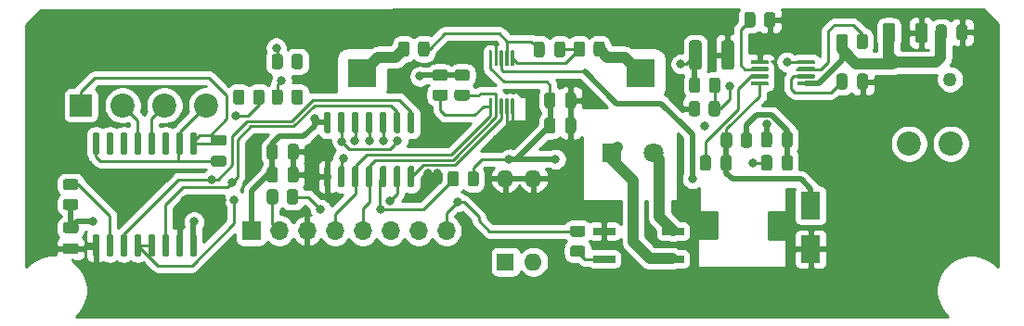
<source format=gbl>
G04 #@! TF.GenerationSoftware,KiCad,Pcbnew,5.1.9+dfsg1-1~bpo10+1*
G04 #@! TF.CreationDate,2021-05-12T11:49:48+00:00*
G04 #@! TF.ProjectId,CurrentShuntCircuit,43757272-656e-4745-9368-756e74436972,1*
G04 #@! TF.SameCoordinates,Original*
G04 #@! TF.FileFunction,Copper,L2,Bot*
G04 #@! TF.FilePolarity,Positive*
%FSLAX46Y46*%
G04 Gerber Fmt 4.6, Leading zero omitted, Abs format (unit mm)*
G04 Created by KiCad (PCBNEW 5.1.9+dfsg1-1~bpo10+1) date 2021-05-12 11:49:48*
%MOMM*%
%LPD*%
G01*
G04 APERTURE LIST*
G04 #@! TA.AperFunction,ComponentPad*
%ADD10O,1.600000X1.600000*%
G04 #@! TD*
G04 #@! TA.AperFunction,ComponentPad*
%ADD11R,1.600000X1.600000*%
G04 #@! TD*
G04 #@! TA.AperFunction,ComponentPad*
%ADD12O,1.700000X1.700000*%
G04 #@! TD*
G04 #@! TA.AperFunction,ComponentPad*
%ADD13R,1.700000X1.700000*%
G04 #@! TD*
G04 #@! TA.AperFunction,ComponentPad*
%ADD14C,2.200000*%
G04 #@! TD*
G04 #@! TA.AperFunction,ComponentPad*
%ADD15R,2.000000X2.000000*%
G04 #@! TD*
G04 #@! TA.AperFunction,SMDPad,CuDef*
%ADD16R,2.000000X0.640000*%
G04 #@! TD*
G04 #@! TA.AperFunction,ComponentPad*
%ADD17R,1.800000X1.800000*%
G04 #@! TD*
G04 #@! TA.AperFunction,ComponentPad*
%ADD18C,1.800000*%
G04 #@! TD*
G04 #@! TA.AperFunction,ComponentPad*
%ADD19R,2.500000X2.500000*%
G04 #@! TD*
G04 #@! TA.AperFunction,ComponentPad*
%ADD20C,1.270000*%
G04 #@! TD*
G04 #@! TA.AperFunction,SMDPad,CuDef*
%ADD21R,1.800000X2.500000*%
G04 #@! TD*
G04 #@! TA.AperFunction,ViaPad*
%ADD22C,0.800000*%
G04 #@! TD*
G04 #@! TA.AperFunction,Conductor*
%ADD23C,0.250000*%
G04 #@! TD*
G04 #@! TA.AperFunction,Conductor*
%ADD24C,0.500000*%
G04 #@! TD*
G04 #@! TA.AperFunction,Conductor*
%ADD25C,1.000000*%
G04 #@! TD*
G04 #@! TA.AperFunction,Conductor*
%ADD26C,0.254000*%
G04 #@! TD*
G04 #@! TA.AperFunction,Conductor*
%ADD27C,0.100000*%
G04 #@! TD*
G04 APERTURE END LIST*
D10*
X184410000Y-116680000D03*
X186950000Y-124300000D03*
X186950000Y-116680000D03*
D11*
X184410000Y-124300000D03*
D12*
X179020000Y-121460000D03*
X176480000Y-121460000D03*
X173940000Y-121460000D03*
X171400000Y-121460000D03*
X168860000Y-121460000D03*
X166320000Y-121460000D03*
X163780000Y-121460000D03*
D13*
X161240000Y-121460000D03*
D14*
X225020000Y-113510000D03*
X221210000Y-113510000D03*
X217400000Y-113510000D03*
D15*
X213590000Y-113510000D03*
G04 #@! TA.AperFunction,SMDPad,CuDef*
G36*
G01*
X187970000Y-104415000D02*
X187970000Y-105365000D01*
G75*
G02*
X187720000Y-105615000I-250000J0D01*
G01*
X187220000Y-105615000D01*
G75*
G02*
X186970000Y-105365000I0J250000D01*
G01*
X186970000Y-104415000D01*
G75*
G02*
X187220000Y-104165000I250000J0D01*
G01*
X187720000Y-104165000D01*
G75*
G02*
X187970000Y-104415000I0J-250000D01*
G01*
G37*
G04 #@! TD.AperFunction*
G04 #@! TA.AperFunction,SMDPad,CuDef*
G36*
G01*
X189870000Y-104415000D02*
X189870000Y-105365000D01*
G75*
G02*
X189620000Y-105615000I-250000J0D01*
G01*
X189120000Y-105615000D01*
G75*
G02*
X188870000Y-105365000I0J250000D01*
G01*
X188870000Y-104415000D01*
G75*
G02*
X189120000Y-104165000I250000J0D01*
G01*
X189620000Y-104165000D01*
G75*
G02*
X189870000Y-104415000I0J-250000D01*
G01*
G37*
G04 #@! TD.AperFunction*
G04 #@! TA.AperFunction,SMDPad,CuDef*
G36*
G01*
X164470000Y-118820001D02*
X164470000Y-117919999D01*
G75*
G02*
X164719999Y-117670000I249999J0D01*
G01*
X165245001Y-117670000D01*
G75*
G02*
X165495000Y-117919999I0J-249999D01*
G01*
X165495000Y-118820001D01*
G75*
G02*
X165245001Y-119070000I-249999J0D01*
G01*
X164719999Y-119070000D01*
G75*
G02*
X164470000Y-118820001I0J249999D01*
G01*
G37*
G04 #@! TD.AperFunction*
G04 #@! TA.AperFunction,SMDPad,CuDef*
G36*
G01*
X162645000Y-118820001D02*
X162645000Y-117919999D01*
G75*
G02*
X162894999Y-117670000I249999J0D01*
G01*
X163420001Y-117670000D01*
G75*
G02*
X163670000Y-117919999I0J-249999D01*
G01*
X163670000Y-118820001D01*
G75*
G02*
X163420001Y-119070000I-249999J0D01*
G01*
X162894999Y-119070000D01*
G75*
G02*
X162645000Y-118820001I0J249999D01*
G01*
G37*
G04 #@! TD.AperFunction*
D16*
X199690000Y-124050000D03*
X199690000Y-121510000D03*
X193390000Y-121510000D03*
X193390000Y-124050000D03*
G04 #@! TA.AperFunction,SMDPad,CuDef*
G36*
G01*
X211000000Y-108105000D02*
X211000000Y-107905000D01*
G75*
G02*
X211100000Y-107805000I100000J0D01*
G01*
X212525000Y-107805000D01*
G75*
G02*
X212625000Y-107905000I0J-100000D01*
G01*
X212625000Y-108105000D01*
G75*
G02*
X212525000Y-108205000I-100000J0D01*
G01*
X211100000Y-108205000D01*
G75*
G02*
X211000000Y-108105000I0J100000D01*
G01*
G37*
G04 #@! TD.AperFunction*
G04 #@! TA.AperFunction,SMDPad,CuDef*
G36*
G01*
X211000000Y-107455000D02*
X211000000Y-107255000D01*
G75*
G02*
X211100000Y-107155000I100000J0D01*
G01*
X212525000Y-107155000D01*
G75*
G02*
X212625000Y-107255000I0J-100000D01*
G01*
X212625000Y-107455000D01*
G75*
G02*
X212525000Y-107555000I-100000J0D01*
G01*
X211100000Y-107555000D01*
G75*
G02*
X211000000Y-107455000I0J100000D01*
G01*
G37*
G04 #@! TD.AperFunction*
G04 #@! TA.AperFunction,SMDPad,CuDef*
G36*
G01*
X211000000Y-106805000D02*
X211000000Y-106605000D01*
G75*
G02*
X211100000Y-106505000I100000J0D01*
G01*
X212525000Y-106505000D01*
G75*
G02*
X212625000Y-106605000I0J-100000D01*
G01*
X212625000Y-106805000D01*
G75*
G02*
X212525000Y-106905000I-100000J0D01*
G01*
X211100000Y-106905000D01*
G75*
G02*
X211000000Y-106805000I0J100000D01*
G01*
G37*
G04 #@! TD.AperFunction*
G04 #@! TA.AperFunction,SMDPad,CuDef*
G36*
G01*
X211000000Y-106155000D02*
X211000000Y-105955000D01*
G75*
G02*
X211100000Y-105855000I100000J0D01*
G01*
X212525000Y-105855000D01*
G75*
G02*
X212625000Y-105955000I0J-100000D01*
G01*
X212625000Y-106155000D01*
G75*
G02*
X212525000Y-106255000I-100000J0D01*
G01*
X211100000Y-106255000D01*
G75*
G02*
X211000000Y-106155000I0J100000D01*
G01*
G37*
G04 #@! TD.AperFunction*
G04 #@! TA.AperFunction,SMDPad,CuDef*
G36*
G01*
X206775000Y-106155000D02*
X206775000Y-105955000D01*
G75*
G02*
X206875000Y-105855000I100000J0D01*
G01*
X208300000Y-105855000D01*
G75*
G02*
X208400000Y-105955000I0J-100000D01*
G01*
X208400000Y-106155000D01*
G75*
G02*
X208300000Y-106255000I-100000J0D01*
G01*
X206875000Y-106255000D01*
G75*
G02*
X206775000Y-106155000I0J100000D01*
G01*
G37*
G04 #@! TD.AperFunction*
G04 #@! TA.AperFunction,SMDPad,CuDef*
G36*
G01*
X206775000Y-106805000D02*
X206775000Y-106605000D01*
G75*
G02*
X206875000Y-106505000I100000J0D01*
G01*
X208300000Y-106505000D01*
G75*
G02*
X208400000Y-106605000I0J-100000D01*
G01*
X208400000Y-106805000D01*
G75*
G02*
X208300000Y-106905000I-100000J0D01*
G01*
X206875000Y-106905000D01*
G75*
G02*
X206775000Y-106805000I0J100000D01*
G01*
G37*
G04 #@! TD.AperFunction*
G04 #@! TA.AperFunction,SMDPad,CuDef*
G36*
G01*
X206775000Y-107455000D02*
X206775000Y-107255000D01*
G75*
G02*
X206875000Y-107155000I100000J0D01*
G01*
X208300000Y-107155000D01*
G75*
G02*
X208400000Y-107255000I0J-100000D01*
G01*
X208400000Y-107455000D01*
G75*
G02*
X208300000Y-107555000I-100000J0D01*
G01*
X206875000Y-107555000D01*
G75*
G02*
X206775000Y-107455000I0J100000D01*
G01*
G37*
G04 #@! TD.AperFunction*
G04 #@! TA.AperFunction,SMDPad,CuDef*
G36*
G01*
X206775000Y-108105000D02*
X206775000Y-107905000D01*
G75*
G02*
X206875000Y-107805000I100000J0D01*
G01*
X208300000Y-107805000D01*
G75*
G02*
X208400000Y-107905000I0J-100000D01*
G01*
X208400000Y-108105000D01*
G75*
G02*
X208300000Y-108205000I-100000J0D01*
G01*
X206875000Y-108205000D01*
G75*
G02*
X206775000Y-108105000I0J100000D01*
G01*
G37*
G04 #@! TD.AperFunction*
G04 #@! TA.AperFunction,SMDPad,CuDef*
G36*
G01*
X156095000Y-114525000D02*
X155795000Y-114525000D01*
G75*
G02*
X155645000Y-114375000I0J150000D01*
G01*
X155645000Y-112625000D01*
G75*
G02*
X155795000Y-112475000I150000J0D01*
G01*
X156095000Y-112475000D01*
G75*
G02*
X156245000Y-112625000I0J-150000D01*
G01*
X156245000Y-114375000D01*
G75*
G02*
X156095000Y-114525000I-150000J0D01*
G01*
G37*
G04 #@! TD.AperFunction*
G04 #@! TA.AperFunction,SMDPad,CuDef*
G36*
G01*
X154825000Y-114525000D02*
X154525000Y-114525000D01*
G75*
G02*
X154375000Y-114375000I0J150000D01*
G01*
X154375000Y-112625000D01*
G75*
G02*
X154525000Y-112475000I150000J0D01*
G01*
X154825000Y-112475000D01*
G75*
G02*
X154975000Y-112625000I0J-150000D01*
G01*
X154975000Y-114375000D01*
G75*
G02*
X154825000Y-114525000I-150000J0D01*
G01*
G37*
G04 #@! TD.AperFunction*
G04 #@! TA.AperFunction,SMDPad,CuDef*
G36*
G01*
X153555000Y-114525000D02*
X153255000Y-114525000D01*
G75*
G02*
X153105000Y-114375000I0J150000D01*
G01*
X153105000Y-112625000D01*
G75*
G02*
X153255000Y-112475000I150000J0D01*
G01*
X153555000Y-112475000D01*
G75*
G02*
X153705000Y-112625000I0J-150000D01*
G01*
X153705000Y-114375000D01*
G75*
G02*
X153555000Y-114525000I-150000J0D01*
G01*
G37*
G04 #@! TD.AperFunction*
G04 #@! TA.AperFunction,SMDPad,CuDef*
G36*
G01*
X152285000Y-114525000D02*
X151985000Y-114525000D01*
G75*
G02*
X151835000Y-114375000I0J150000D01*
G01*
X151835000Y-112625000D01*
G75*
G02*
X151985000Y-112475000I150000J0D01*
G01*
X152285000Y-112475000D01*
G75*
G02*
X152435000Y-112625000I0J-150000D01*
G01*
X152435000Y-114375000D01*
G75*
G02*
X152285000Y-114525000I-150000J0D01*
G01*
G37*
G04 #@! TD.AperFunction*
G04 #@! TA.AperFunction,SMDPad,CuDef*
G36*
G01*
X151015000Y-114525000D02*
X150715000Y-114525000D01*
G75*
G02*
X150565000Y-114375000I0J150000D01*
G01*
X150565000Y-112625000D01*
G75*
G02*
X150715000Y-112475000I150000J0D01*
G01*
X151015000Y-112475000D01*
G75*
G02*
X151165000Y-112625000I0J-150000D01*
G01*
X151165000Y-114375000D01*
G75*
G02*
X151015000Y-114525000I-150000J0D01*
G01*
G37*
G04 #@! TD.AperFunction*
G04 #@! TA.AperFunction,SMDPad,CuDef*
G36*
G01*
X149745000Y-114525000D02*
X149445000Y-114525000D01*
G75*
G02*
X149295000Y-114375000I0J150000D01*
G01*
X149295000Y-112625000D01*
G75*
G02*
X149445000Y-112475000I150000J0D01*
G01*
X149745000Y-112475000D01*
G75*
G02*
X149895000Y-112625000I0J-150000D01*
G01*
X149895000Y-114375000D01*
G75*
G02*
X149745000Y-114525000I-150000J0D01*
G01*
G37*
G04 #@! TD.AperFunction*
G04 #@! TA.AperFunction,SMDPad,CuDef*
G36*
G01*
X148475000Y-114525000D02*
X148175000Y-114525000D01*
G75*
G02*
X148025000Y-114375000I0J150000D01*
G01*
X148025000Y-112625000D01*
G75*
G02*
X148175000Y-112475000I150000J0D01*
G01*
X148475000Y-112475000D01*
G75*
G02*
X148625000Y-112625000I0J-150000D01*
G01*
X148625000Y-114375000D01*
G75*
G02*
X148475000Y-114525000I-150000J0D01*
G01*
G37*
G04 #@! TD.AperFunction*
G04 #@! TA.AperFunction,SMDPad,CuDef*
G36*
G01*
X147205000Y-114525000D02*
X146905000Y-114525000D01*
G75*
G02*
X146755000Y-114375000I0J150000D01*
G01*
X146755000Y-112625000D01*
G75*
G02*
X146905000Y-112475000I150000J0D01*
G01*
X147205000Y-112475000D01*
G75*
G02*
X147355000Y-112625000I0J-150000D01*
G01*
X147355000Y-114375000D01*
G75*
G02*
X147205000Y-114525000I-150000J0D01*
G01*
G37*
G04 #@! TD.AperFunction*
G04 #@! TA.AperFunction,SMDPad,CuDef*
G36*
G01*
X147205000Y-123825000D02*
X146905000Y-123825000D01*
G75*
G02*
X146755000Y-123675000I0J150000D01*
G01*
X146755000Y-121925000D01*
G75*
G02*
X146905000Y-121775000I150000J0D01*
G01*
X147205000Y-121775000D01*
G75*
G02*
X147355000Y-121925000I0J-150000D01*
G01*
X147355000Y-123675000D01*
G75*
G02*
X147205000Y-123825000I-150000J0D01*
G01*
G37*
G04 #@! TD.AperFunction*
G04 #@! TA.AperFunction,SMDPad,CuDef*
G36*
G01*
X148475000Y-123825000D02*
X148175000Y-123825000D01*
G75*
G02*
X148025000Y-123675000I0J150000D01*
G01*
X148025000Y-121925000D01*
G75*
G02*
X148175000Y-121775000I150000J0D01*
G01*
X148475000Y-121775000D01*
G75*
G02*
X148625000Y-121925000I0J-150000D01*
G01*
X148625000Y-123675000D01*
G75*
G02*
X148475000Y-123825000I-150000J0D01*
G01*
G37*
G04 #@! TD.AperFunction*
G04 #@! TA.AperFunction,SMDPad,CuDef*
G36*
G01*
X149745000Y-123825000D02*
X149445000Y-123825000D01*
G75*
G02*
X149295000Y-123675000I0J150000D01*
G01*
X149295000Y-121925000D01*
G75*
G02*
X149445000Y-121775000I150000J0D01*
G01*
X149745000Y-121775000D01*
G75*
G02*
X149895000Y-121925000I0J-150000D01*
G01*
X149895000Y-123675000D01*
G75*
G02*
X149745000Y-123825000I-150000J0D01*
G01*
G37*
G04 #@! TD.AperFunction*
G04 #@! TA.AperFunction,SMDPad,CuDef*
G36*
G01*
X151015000Y-123825000D02*
X150715000Y-123825000D01*
G75*
G02*
X150565000Y-123675000I0J150000D01*
G01*
X150565000Y-121925000D01*
G75*
G02*
X150715000Y-121775000I150000J0D01*
G01*
X151015000Y-121775000D01*
G75*
G02*
X151165000Y-121925000I0J-150000D01*
G01*
X151165000Y-123675000D01*
G75*
G02*
X151015000Y-123825000I-150000J0D01*
G01*
G37*
G04 #@! TD.AperFunction*
G04 #@! TA.AperFunction,SMDPad,CuDef*
G36*
G01*
X152285000Y-123825000D02*
X151985000Y-123825000D01*
G75*
G02*
X151835000Y-123675000I0J150000D01*
G01*
X151835000Y-121925000D01*
G75*
G02*
X151985000Y-121775000I150000J0D01*
G01*
X152285000Y-121775000D01*
G75*
G02*
X152435000Y-121925000I0J-150000D01*
G01*
X152435000Y-123675000D01*
G75*
G02*
X152285000Y-123825000I-150000J0D01*
G01*
G37*
G04 #@! TD.AperFunction*
G04 #@! TA.AperFunction,SMDPad,CuDef*
G36*
G01*
X153555000Y-123825000D02*
X153255000Y-123825000D01*
G75*
G02*
X153105000Y-123675000I0J150000D01*
G01*
X153105000Y-121925000D01*
G75*
G02*
X153255000Y-121775000I150000J0D01*
G01*
X153555000Y-121775000D01*
G75*
G02*
X153705000Y-121925000I0J-150000D01*
G01*
X153705000Y-123675000D01*
G75*
G02*
X153555000Y-123825000I-150000J0D01*
G01*
G37*
G04 #@! TD.AperFunction*
G04 #@! TA.AperFunction,SMDPad,CuDef*
G36*
G01*
X154825000Y-123825000D02*
X154525000Y-123825000D01*
G75*
G02*
X154375000Y-123675000I0J150000D01*
G01*
X154375000Y-121925000D01*
G75*
G02*
X154525000Y-121775000I150000J0D01*
G01*
X154825000Y-121775000D01*
G75*
G02*
X154975000Y-121925000I0J-150000D01*
G01*
X154975000Y-123675000D01*
G75*
G02*
X154825000Y-123825000I-150000J0D01*
G01*
G37*
G04 #@! TD.AperFunction*
G04 #@! TA.AperFunction,SMDPad,CuDef*
G36*
G01*
X156095000Y-123825000D02*
X155795000Y-123825000D01*
G75*
G02*
X155645000Y-123675000I0J150000D01*
G01*
X155645000Y-121925000D01*
G75*
G02*
X155795000Y-121775000I150000J0D01*
G01*
X156095000Y-121775000D01*
G75*
G02*
X156245000Y-121925000I0J-150000D01*
G01*
X156245000Y-123675000D01*
G75*
G02*
X156095000Y-123825000I-150000J0D01*
G01*
G37*
G04 #@! TD.AperFunction*
G04 #@! TA.AperFunction,SMDPad,CuDef*
G36*
G01*
X185125000Y-106425000D02*
X184975000Y-106425000D01*
G75*
G02*
X184900000Y-106350000I0J75000D01*
G01*
X184900000Y-105050000D01*
G75*
G02*
X184975000Y-104975000I75000J0D01*
G01*
X185125000Y-104975000D01*
G75*
G02*
X185200000Y-105050000I0J-75000D01*
G01*
X185200000Y-106350000D01*
G75*
G02*
X185125000Y-106425000I-75000J0D01*
G01*
G37*
G04 #@! TD.AperFunction*
G04 #@! TA.AperFunction,SMDPad,CuDef*
G36*
G01*
X184625000Y-106425000D02*
X184475000Y-106425000D01*
G75*
G02*
X184400000Y-106350000I0J75000D01*
G01*
X184400000Y-105050000D01*
G75*
G02*
X184475000Y-104975000I75000J0D01*
G01*
X184625000Y-104975000D01*
G75*
G02*
X184700000Y-105050000I0J-75000D01*
G01*
X184700000Y-106350000D01*
G75*
G02*
X184625000Y-106425000I-75000J0D01*
G01*
G37*
G04 #@! TD.AperFunction*
G04 #@! TA.AperFunction,SMDPad,CuDef*
G36*
G01*
X184125000Y-106425000D02*
X183975000Y-106425000D01*
G75*
G02*
X183900000Y-106350000I0J75000D01*
G01*
X183900000Y-105050000D01*
G75*
G02*
X183975000Y-104975000I75000J0D01*
G01*
X184125000Y-104975000D01*
G75*
G02*
X184200000Y-105050000I0J-75000D01*
G01*
X184200000Y-106350000D01*
G75*
G02*
X184125000Y-106425000I-75000J0D01*
G01*
G37*
G04 #@! TD.AperFunction*
G04 #@! TA.AperFunction,SMDPad,CuDef*
G36*
G01*
X183625000Y-106425000D02*
X183475000Y-106425000D01*
G75*
G02*
X183400000Y-106350000I0J75000D01*
G01*
X183400000Y-105050000D01*
G75*
G02*
X183475000Y-104975000I75000J0D01*
G01*
X183625000Y-104975000D01*
G75*
G02*
X183700000Y-105050000I0J-75000D01*
G01*
X183700000Y-106350000D01*
G75*
G02*
X183625000Y-106425000I-75000J0D01*
G01*
G37*
G04 #@! TD.AperFunction*
G04 #@! TA.AperFunction,SMDPad,CuDef*
G36*
G01*
X183125000Y-106425000D02*
X182975000Y-106425000D01*
G75*
G02*
X182900000Y-106350000I0J75000D01*
G01*
X182900000Y-105050000D01*
G75*
G02*
X182975000Y-104975000I75000J0D01*
G01*
X183125000Y-104975000D01*
G75*
G02*
X183200000Y-105050000I0J-75000D01*
G01*
X183200000Y-106350000D01*
G75*
G02*
X183125000Y-106425000I-75000J0D01*
G01*
G37*
G04 #@! TD.AperFunction*
G04 #@! TA.AperFunction,SMDPad,CuDef*
G36*
G01*
X183125000Y-110825000D02*
X182975000Y-110825000D01*
G75*
G02*
X182900000Y-110750000I0J75000D01*
G01*
X182900000Y-109450000D01*
G75*
G02*
X182975000Y-109375000I75000J0D01*
G01*
X183125000Y-109375000D01*
G75*
G02*
X183200000Y-109450000I0J-75000D01*
G01*
X183200000Y-110750000D01*
G75*
G02*
X183125000Y-110825000I-75000J0D01*
G01*
G37*
G04 #@! TD.AperFunction*
G04 #@! TA.AperFunction,SMDPad,CuDef*
G36*
G01*
X183625000Y-110825000D02*
X183475000Y-110825000D01*
G75*
G02*
X183400000Y-110750000I0J75000D01*
G01*
X183400000Y-109450000D01*
G75*
G02*
X183475000Y-109375000I75000J0D01*
G01*
X183625000Y-109375000D01*
G75*
G02*
X183700000Y-109450000I0J-75000D01*
G01*
X183700000Y-110750000D01*
G75*
G02*
X183625000Y-110825000I-75000J0D01*
G01*
G37*
G04 #@! TD.AperFunction*
G04 #@! TA.AperFunction,SMDPad,CuDef*
G36*
G01*
X184125000Y-110825000D02*
X183975000Y-110825000D01*
G75*
G02*
X183900000Y-110750000I0J75000D01*
G01*
X183900000Y-109450000D01*
G75*
G02*
X183975000Y-109375000I75000J0D01*
G01*
X184125000Y-109375000D01*
G75*
G02*
X184200000Y-109450000I0J-75000D01*
G01*
X184200000Y-110750000D01*
G75*
G02*
X184125000Y-110825000I-75000J0D01*
G01*
G37*
G04 #@! TD.AperFunction*
G04 #@! TA.AperFunction,SMDPad,CuDef*
G36*
G01*
X184625000Y-110825000D02*
X184475000Y-110825000D01*
G75*
G02*
X184400000Y-110750000I0J75000D01*
G01*
X184400000Y-109450000D01*
G75*
G02*
X184475000Y-109375000I75000J0D01*
G01*
X184625000Y-109375000D01*
G75*
G02*
X184700000Y-109450000I0J-75000D01*
G01*
X184700000Y-110750000D01*
G75*
G02*
X184625000Y-110825000I-75000J0D01*
G01*
G37*
G04 #@! TD.AperFunction*
G04 #@! TA.AperFunction,SMDPad,CuDef*
G36*
G01*
X185125000Y-110825000D02*
X184975000Y-110825000D01*
G75*
G02*
X184900000Y-110750000I0J75000D01*
G01*
X184900000Y-109450000D01*
G75*
G02*
X184975000Y-109375000I75000J0D01*
G01*
X185125000Y-109375000D01*
G75*
G02*
X185200000Y-109450000I0J-75000D01*
G01*
X185200000Y-110750000D01*
G75*
G02*
X185125000Y-110825000I-75000J0D01*
G01*
G37*
G04 #@! TD.AperFunction*
G04 #@! TA.AperFunction,SMDPad,CuDef*
G36*
G01*
X168040000Y-115550000D02*
X168340000Y-115550000D01*
G75*
G02*
X168490000Y-115700000I0J-150000D01*
G01*
X168490000Y-117350000D01*
G75*
G02*
X168340000Y-117500000I-150000J0D01*
G01*
X168040000Y-117500000D01*
G75*
G02*
X167890000Y-117350000I0J150000D01*
G01*
X167890000Y-115700000D01*
G75*
G02*
X168040000Y-115550000I150000J0D01*
G01*
G37*
G04 #@! TD.AperFunction*
G04 #@! TA.AperFunction,SMDPad,CuDef*
G36*
G01*
X169310000Y-115550000D02*
X169610000Y-115550000D01*
G75*
G02*
X169760000Y-115700000I0J-150000D01*
G01*
X169760000Y-117350000D01*
G75*
G02*
X169610000Y-117500000I-150000J0D01*
G01*
X169310000Y-117500000D01*
G75*
G02*
X169160000Y-117350000I0J150000D01*
G01*
X169160000Y-115700000D01*
G75*
G02*
X169310000Y-115550000I150000J0D01*
G01*
G37*
G04 #@! TD.AperFunction*
G04 #@! TA.AperFunction,SMDPad,CuDef*
G36*
G01*
X170580000Y-115550000D02*
X170880000Y-115550000D01*
G75*
G02*
X171030000Y-115700000I0J-150000D01*
G01*
X171030000Y-117350000D01*
G75*
G02*
X170880000Y-117500000I-150000J0D01*
G01*
X170580000Y-117500000D01*
G75*
G02*
X170430000Y-117350000I0J150000D01*
G01*
X170430000Y-115700000D01*
G75*
G02*
X170580000Y-115550000I150000J0D01*
G01*
G37*
G04 #@! TD.AperFunction*
G04 #@! TA.AperFunction,SMDPad,CuDef*
G36*
G01*
X171850000Y-115550000D02*
X172150000Y-115550000D01*
G75*
G02*
X172300000Y-115700000I0J-150000D01*
G01*
X172300000Y-117350000D01*
G75*
G02*
X172150000Y-117500000I-150000J0D01*
G01*
X171850000Y-117500000D01*
G75*
G02*
X171700000Y-117350000I0J150000D01*
G01*
X171700000Y-115700000D01*
G75*
G02*
X171850000Y-115550000I150000J0D01*
G01*
G37*
G04 #@! TD.AperFunction*
G04 #@! TA.AperFunction,SMDPad,CuDef*
G36*
G01*
X173120000Y-115550000D02*
X173420000Y-115550000D01*
G75*
G02*
X173570000Y-115700000I0J-150000D01*
G01*
X173570000Y-117350000D01*
G75*
G02*
X173420000Y-117500000I-150000J0D01*
G01*
X173120000Y-117500000D01*
G75*
G02*
X172970000Y-117350000I0J150000D01*
G01*
X172970000Y-115700000D01*
G75*
G02*
X173120000Y-115550000I150000J0D01*
G01*
G37*
G04 #@! TD.AperFunction*
G04 #@! TA.AperFunction,SMDPad,CuDef*
G36*
G01*
X174390000Y-115550000D02*
X174690000Y-115550000D01*
G75*
G02*
X174840000Y-115700000I0J-150000D01*
G01*
X174840000Y-117350000D01*
G75*
G02*
X174690000Y-117500000I-150000J0D01*
G01*
X174390000Y-117500000D01*
G75*
G02*
X174240000Y-117350000I0J150000D01*
G01*
X174240000Y-115700000D01*
G75*
G02*
X174390000Y-115550000I150000J0D01*
G01*
G37*
G04 #@! TD.AperFunction*
G04 #@! TA.AperFunction,SMDPad,CuDef*
G36*
G01*
X175660000Y-115550000D02*
X175960000Y-115550000D01*
G75*
G02*
X176110000Y-115700000I0J-150000D01*
G01*
X176110000Y-117350000D01*
G75*
G02*
X175960000Y-117500000I-150000J0D01*
G01*
X175660000Y-117500000D01*
G75*
G02*
X175510000Y-117350000I0J150000D01*
G01*
X175510000Y-115700000D01*
G75*
G02*
X175660000Y-115550000I150000J0D01*
G01*
G37*
G04 #@! TD.AperFunction*
G04 #@! TA.AperFunction,SMDPad,CuDef*
G36*
G01*
X175660000Y-110600000D02*
X175960000Y-110600000D01*
G75*
G02*
X176110000Y-110750000I0J-150000D01*
G01*
X176110000Y-112400000D01*
G75*
G02*
X175960000Y-112550000I-150000J0D01*
G01*
X175660000Y-112550000D01*
G75*
G02*
X175510000Y-112400000I0J150000D01*
G01*
X175510000Y-110750000D01*
G75*
G02*
X175660000Y-110600000I150000J0D01*
G01*
G37*
G04 #@! TD.AperFunction*
G04 #@! TA.AperFunction,SMDPad,CuDef*
G36*
G01*
X174390000Y-110600000D02*
X174690000Y-110600000D01*
G75*
G02*
X174840000Y-110750000I0J-150000D01*
G01*
X174840000Y-112400000D01*
G75*
G02*
X174690000Y-112550000I-150000J0D01*
G01*
X174390000Y-112550000D01*
G75*
G02*
X174240000Y-112400000I0J150000D01*
G01*
X174240000Y-110750000D01*
G75*
G02*
X174390000Y-110600000I150000J0D01*
G01*
G37*
G04 #@! TD.AperFunction*
G04 #@! TA.AperFunction,SMDPad,CuDef*
G36*
G01*
X173120000Y-110600000D02*
X173420000Y-110600000D01*
G75*
G02*
X173570000Y-110750000I0J-150000D01*
G01*
X173570000Y-112400000D01*
G75*
G02*
X173420000Y-112550000I-150000J0D01*
G01*
X173120000Y-112550000D01*
G75*
G02*
X172970000Y-112400000I0J150000D01*
G01*
X172970000Y-110750000D01*
G75*
G02*
X173120000Y-110600000I150000J0D01*
G01*
G37*
G04 #@! TD.AperFunction*
G04 #@! TA.AperFunction,SMDPad,CuDef*
G36*
G01*
X171850000Y-110600000D02*
X172150000Y-110600000D01*
G75*
G02*
X172300000Y-110750000I0J-150000D01*
G01*
X172300000Y-112400000D01*
G75*
G02*
X172150000Y-112550000I-150000J0D01*
G01*
X171850000Y-112550000D01*
G75*
G02*
X171700000Y-112400000I0J150000D01*
G01*
X171700000Y-110750000D01*
G75*
G02*
X171850000Y-110600000I150000J0D01*
G01*
G37*
G04 #@! TD.AperFunction*
G04 #@! TA.AperFunction,SMDPad,CuDef*
G36*
G01*
X170580000Y-110600000D02*
X170880000Y-110600000D01*
G75*
G02*
X171030000Y-110750000I0J-150000D01*
G01*
X171030000Y-112400000D01*
G75*
G02*
X170880000Y-112550000I-150000J0D01*
G01*
X170580000Y-112550000D01*
G75*
G02*
X170430000Y-112400000I0J150000D01*
G01*
X170430000Y-110750000D01*
G75*
G02*
X170580000Y-110600000I150000J0D01*
G01*
G37*
G04 #@! TD.AperFunction*
G04 #@! TA.AperFunction,SMDPad,CuDef*
G36*
G01*
X169310000Y-110600000D02*
X169610000Y-110600000D01*
G75*
G02*
X169760000Y-110750000I0J-150000D01*
G01*
X169760000Y-112400000D01*
G75*
G02*
X169610000Y-112550000I-150000J0D01*
G01*
X169310000Y-112550000D01*
G75*
G02*
X169160000Y-112400000I0J150000D01*
G01*
X169160000Y-110750000D01*
G75*
G02*
X169310000Y-110600000I150000J0D01*
G01*
G37*
G04 #@! TD.AperFunction*
G04 #@! TA.AperFunction,SMDPad,CuDef*
G36*
G01*
X168040000Y-110600000D02*
X168340000Y-110600000D01*
G75*
G02*
X168490000Y-110750000I0J-150000D01*
G01*
X168490000Y-112400000D01*
G75*
G02*
X168340000Y-112550000I-150000J0D01*
G01*
X168040000Y-112550000D01*
G75*
G02*
X167890000Y-112400000I0J150000D01*
G01*
X167890000Y-110750000D01*
G75*
G02*
X168040000Y-110600000I150000J0D01*
G01*
G37*
G04 #@! TD.AperFunction*
G04 #@! TA.AperFunction,SMDPad,CuDef*
G36*
G01*
X164900000Y-109700001D02*
X164900000Y-108799999D01*
G75*
G02*
X165149999Y-108550000I249999J0D01*
G01*
X165675001Y-108550000D01*
G75*
G02*
X165925000Y-108799999I0J-249999D01*
G01*
X165925000Y-109700001D01*
G75*
G02*
X165675001Y-109950000I-249999J0D01*
G01*
X165149999Y-109950000D01*
G75*
G02*
X164900000Y-109700001I0J249999D01*
G01*
G37*
G04 #@! TD.AperFunction*
G04 #@! TA.AperFunction,SMDPad,CuDef*
G36*
G01*
X163075000Y-109700001D02*
X163075000Y-108799999D01*
G75*
G02*
X163324999Y-108550000I249999J0D01*
G01*
X163850001Y-108550000D01*
G75*
G02*
X164100000Y-108799999I0J-249999D01*
G01*
X164100000Y-109700001D01*
G75*
G02*
X163850001Y-109950000I-249999J0D01*
G01*
X163324999Y-109950000D01*
G75*
G02*
X163075000Y-109700001I0J249999D01*
G01*
G37*
G04 #@! TD.AperFunction*
G04 #@! TA.AperFunction,SMDPad,CuDef*
G36*
G01*
X164900000Y-106450001D02*
X164900000Y-105549999D01*
G75*
G02*
X165149999Y-105300000I249999J0D01*
G01*
X165675001Y-105300000D01*
G75*
G02*
X165925000Y-105549999I0J-249999D01*
G01*
X165925000Y-106450001D01*
G75*
G02*
X165675001Y-106700000I-249999J0D01*
G01*
X165149999Y-106700000D01*
G75*
G02*
X164900000Y-106450001I0J249999D01*
G01*
G37*
G04 #@! TD.AperFunction*
G04 #@! TA.AperFunction,SMDPad,CuDef*
G36*
G01*
X163075000Y-106450001D02*
X163075000Y-105549999D01*
G75*
G02*
X163324999Y-105300000I249999J0D01*
G01*
X163850001Y-105300000D01*
G75*
G02*
X164100000Y-105549999I0J-249999D01*
G01*
X164100000Y-106450001D01*
G75*
G02*
X163850001Y-106700000I-249999J0D01*
G01*
X163324999Y-106700000D01*
G75*
G02*
X163075000Y-106450001I0J249999D01*
G01*
G37*
G04 #@! TD.AperFunction*
G04 #@! TA.AperFunction,SMDPad,CuDef*
G36*
G01*
X145200001Y-117750000D02*
X144299999Y-117750000D01*
G75*
G02*
X144050000Y-117500001I0J249999D01*
G01*
X144050000Y-116974999D01*
G75*
G02*
X144299999Y-116725000I249999J0D01*
G01*
X145200001Y-116725000D01*
G75*
G02*
X145450000Y-116974999I0J-249999D01*
G01*
X145450000Y-117500001D01*
G75*
G02*
X145200001Y-117750000I-249999J0D01*
G01*
G37*
G04 #@! TD.AperFunction*
G04 #@! TA.AperFunction,SMDPad,CuDef*
G36*
G01*
X145200001Y-119575000D02*
X144299999Y-119575000D01*
G75*
G02*
X144050000Y-119325001I0J249999D01*
G01*
X144050000Y-118799999D01*
G75*
G02*
X144299999Y-118550000I249999J0D01*
G01*
X145200001Y-118550000D01*
G75*
G02*
X145450000Y-118799999I0J-249999D01*
G01*
X145450000Y-119325001D01*
G75*
G02*
X145200001Y-119575000I-249999J0D01*
G01*
G37*
G04 #@! TD.AperFunction*
G04 #@! TA.AperFunction,SMDPad,CuDef*
G36*
G01*
X161400000Y-109700001D02*
X161400000Y-108799999D01*
G75*
G02*
X161649999Y-108550000I249999J0D01*
G01*
X162175001Y-108550000D01*
G75*
G02*
X162425000Y-108799999I0J-249999D01*
G01*
X162425000Y-109700001D01*
G75*
G02*
X162175001Y-109950000I-249999J0D01*
G01*
X161649999Y-109950000D01*
G75*
G02*
X161400000Y-109700001I0J249999D01*
G01*
G37*
G04 #@! TD.AperFunction*
G04 #@! TA.AperFunction,SMDPad,CuDef*
G36*
G01*
X159575000Y-109700001D02*
X159575000Y-108799999D01*
G75*
G02*
X159824999Y-108550000I249999J0D01*
G01*
X160350001Y-108550000D01*
G75*
G02*
X160600000Y-108799999I0J-249999D01*
G01*
X160600000Y-109700001D01*
G75*
G02*
X160350001Y-109950000I-249999J0D01*
G01*
X159824999Y-109950000D01*
G75*
G02*
X159575000Y-109700001I0J249999D01*
G01*
G37*
G04 #@! TD.AperFunction*
G04 #@! TA.AperFunction,SMDPad,CuDef*
G36*
G01*
X180950000Y-117170001D02*
X180950000Y-116269999D01*
G75*
G02*
X181199999Y-116020000I249999J0D01*
G01*
X181725001Y-116020000D01*
G75*
G02*
X181975000Y-116269999I0J-249999D01*
G01*
X181975000Y-117170001D01*
G75*
G02*
X181725001Y-117420000I-249999J0D01*
G01*
X181199999Y-117420000D01*
G75*
G02*
X180950000Y-117170001I0J249999D01*
G01*
G37*
G04 #@! TD.AperFunction*
G04 #@! TA.AperFunction,SMDPad,CuDef*
G36*
G01*
X179125000Y-117170001D02*
X179125000Y-116269999D01*
G75*
G02*
X179374999Y-116020000I249999J0D01*
G01*
X179900001Y-116020000D01*
G75*
G02*
X180150000Y-116269999I0J-249999D01*
G01*
X180150000Y-117170001D01*
G75*
G02*
X179900001Y-117420000I-249999J0D01*
G01*
X179374999Y-117420000D01*
G75*
G02*
X179125000Y-117170001I0J249999D01*
G01*
G37*
G04 #@! TD.AperFunction*
G04 #@! TA.AperFunction,SMDPad,CuDef*
G36*
G01*
X179999999Y-108550000D02*
X180900001Y-108550000D01*
G75*
G02*
X181150000Y-108799999I0J-249999D01*
G01*
X181150000Y-109325001D01*
G75*
G02*
X180900001Y-109575000I-249999J0D01*
G01*
X179999999Y-109575000D01*
G75*
G02*
X179750000Y-109325001I0J249999D01*
G01*
X179750000Y-108799999D01*
G75*
G02*
X179999999Y-108550000I249999J0D01*
G01*
G37*
G04 #@! TD.AperFunction*
G04 #@! TA.AperFunction,SMDPad,CuDef*
G36*
G01*
X179999999Y-106725000D02*
X180900001Y-106725000D01*
G75*
G02*
X181150000Y-106974999I0J-249999D01*
G01*
X181150000Y-107500001D01*
G75*
G02*
X180900001Y-107750000I-249999J0D01*
G01*
X179999999Y-107750000D01*
G75*
G02*
X179750000Y-107500001I0J249999D01*
G01*
X179750000Y-106974999D01*
G75*
G02*
X179999999Y-106725000I249999J0D01*
G01*
G37*
G04 #@! TD.AperFunction*
G04 #@! TA.AperFunction,SMDPad,CuDef*
G36*
G01*
X177999999Y-108550000D02*
X178900001Y-108550000D01*
G75*
G02*
X179150000Y-108799999I0J-249999D01*
G01*
X179150000Y-109325001D01*
G75*
G02*
X178900001Y-109575000I-249999J0D01*
G01*
X177999999Y-109575000D01*
G75*
G02*
X177750000Y-109325001I0J249999D01*
G01*
X177750000Y-108799999D01*
G75*
G02*
X177999999Y-108550000I249999J0D01*
G01*
G37*
G04 #@! TD.AperFunction*
G04 #@! TA.AperFunction,SMDPad,CuDef*
G36*
G01*
X177999999Y-106725000D02*
X178900001Y-106725000D01*
G75*
G02*
X179150000Y-106974999I0J-249999D01*
G01*
X179150000Y-107500001D01*
G75*
G02*
X178900001Y-107750000I-249999J0D01*
G01*
X177999999Y-107750000D01*
G75*
G02*
X177750000Y-107500001I0J249999D01*
G01*
X177750000Y-106974999D01*
G75*
G02*
X177999999Y-106725000I249999J0D01*
G01*
G37*
G04 #@! TD.AperFunction*
G04 #@! TA.AperFunction,SMDPad,CuDef*
G36*
G01*
X190539999Y-122830000D02*
X191440001Y-122830000D01*
G75*
G02*
X191690000Y-123079999I0J-249999D01*
G01*
X191690000Y-123605001D01*
G75*
G02*
X191440001Y-123855000I-249999J0D01*
G01*
X190539999Y-123855000D01*
G75*
G02*
X190290000Y-123605001I0J249999D01*
G01*
X190290000Y-123079999D01*
G75*
G02*
X190539999Y-122830000I249999J0D01*
G01*
G37*
G04 #@! TD.AperFunction*
G04 #@! TA.AperFunction,SMDPad,CuDef*
G36*
G01*
X190539999Y-121005000D02*
X191440001Y-121005000D01*
G75*
G02*
X191690000Y-121254999I0J-249999D01*
G01*
X191690000Y-121780001D01*
G75*
G02*
X191440001Y-122030000I-249999J0D01*
G01*
X190539999Y-122030000D01*
G75*
G02*
X190290000Y-121780001I0J249999D01*
G01*
X190290000Y-121254999D01*
G75*
G02*
X190539999Y-121005000I249999J0D01*
G01*
G37*
G04 #@! TD.AperFunction*
G04 #@! TA.AperFunction,SMDPad,CuDef*
G36*
G01*
X202150000Y-109859999D02*
X202150000Y-110760001D01*
G75*
G02*
X201900001Y-111010000I-249999J0D01*
G01*
X201374999Y-111010000D01*
G75*
G02*
X201125000Y-110760001I0J249999D01*
G01*
X201125000Y-109859999D01*
G75*
G02*
X201374999Y-109610000I249999J0D01*
G01*
X201900001Y-109610000D01*
G75*
G02*
X202150000Y-109859999I0J-249999D01*
G01*
G37*
G04 #@! TD.AperFunction*
G04 #@! TA.AperFunction,SMDPad,CuDef*
G36*
G01*
X203975000Y-109859999D02*
X203975000Y-110760001D01*
G75*
G02*
X203725001Y-111010000I-249999J0D01*
G01*
X203199999Y-111010000D01*
G75*
G02*
X202950000Y-110760001I0J249999D01*
G01*
X202950000Y-109859999D01*
G75*
G02*
X203199999Y-109610000I249999J0D01*
G01*
X203725001Y-109610000D01*
G75*
G02*
X203975000Y-109859999I0J-249999D01*
G01*
G37*
G04 #@! TD.AperFunction*
G04 #@! TA.AperFunction,SMDPad,CuDef*
G36*
G01*
X202980000Y-108610001D02*
X202980000Y-107709999D01*
G75*
G02*
X203229999Y-107460000I249999J0D01*
G01*
X203755001Y-107460000D01*
G75*
G02*
X204005000Y-107709999I0J-249999D01*
G01*
X204005000Y-108610001D01*
G75*
G02*
X203755001Y-108860000I-249999J0D01*
G01*
X203229999Y-108860000D01*
G75*
G02*
X202980000Y-108610001I0J249999D01*
G01*
G37*
G04 #@! TD.AperFunction*
G04 #@! TA.AperFunction,SMDPad,CuDef*
G36*
G01*
X201155000Y-108610001D02*
X201155000Y-107709999D01*
G75*
G02*
X201404999Y-107460000I249999J0D01*
G01*
X201930001Y-107460000D01*
G75*
G02*
X202180000Y-107709999I0J-249999D01*
G01*
X202180000Y-108610001D01*
G75*
G02*
X201930001Y-108860000I-249999J0D01*
G01*
X201404999Y-108860000D01*
G75*
G02*
X201155000Y-108610001I0J249999D01*
G01*
G37*
G04 #@! TD.AperFunction*
G04 #@! TA.AperFunction,SMDPad,CuDef*
G36*
G01*
X205870000Y-113630001D02*
X205870000Y-112729999D01*
G75*
G02*
X206119999Y-112480000I249999J0D01*
G01*
X206645001Y-112480000D01*
G75*
G02*
X206895000Y-112729999I0J-249999D01*
G01*
X206895000Y-113630001D01*
G75*
G02*
X206645001Y-113880000I-249999J0D01*
G01*
X206119999Y-113880000D01*
G75*
G02*
X205870000Y-113630001I0J249999D01*
G01*
G37*
G04 #@! TD.AperFunction*
G04 #@! TA.AperFunction,SMDPad,CuDef*
G36*
G01*
X204045000Y-113630001D02*
X204045000Y-112729999D01*
G75*
G02*
X204294999Y-112480000I249999J0D01*
G01*
X204820001Y-112480000D01*
G75*
G02*
X205070000Y-112729999I0J-249999D01*
G01*
X205070000Y-113630001D01*
G75*
G02*
X204820001Y-113880000I-249999J0D01*
G01*
X204294999Y-113880000D01*
G75*
G02*
X204045000Y-113630001I0J249999D01*
G01*
G37*
G04 #@! TD.AperFunction*
G04 #@! TA.AperFunction,SMDPad,CuDef*
G36*
G01*
X208000000Y-102630001D02*
X208000000Y-101729999D01*
G75*
G02*
X208249999Y-101480000I249999J0D01*
G01*
X208775001Y-101480000D01*
G75*
G02*
X209025000Y-101729999I0J-249999D01*
G01*
X209025000Y-102630001D01*
G75*
G02*
X208775001Y-102880000I-249999J0D01*
G01*
X208249999Y-102880000D01*
G75*
G02*
X208000000Y-102630001I0J249999D01*
G01*
G37*
G04 #@! TD.AperFunction*
G04 #@! TA.AperFunction,SMDPad,CuDef*
G36*
G01*
X206175000Y-102630001D02*
X206175000Y-101729999D01*
G75*
G02*
X206424999Y-101480000I249999J0D01*
G01*
X206950001Y-101480000D01*
G75*
G02*
X207200000Y-101729999I0J-249999D01*
G01*
X207200000Y-102630001D01*
G75*
G02*
X206950001Y-102880000I-249999J0D01*
G01*
X206424999Y-102880000D01*
G75*
G02*
X206175000Y-102630001I0J249999D01*
G01*
G37*
G04 #@! TD.AperFunction*
G04 #@! TA.AperFunction,SMDPad,CuDef*
G36*
G01*
X216420000Y-104630001D02*
X216420000Y-103729999D01*
G75*
G02*
X216669999Y-103480000I249999J0D01*
G01*
X217195001Y-103480000D01*
G75*
G02*
X217445000Y-103729999I0J-249999D01*
G01*
X217445000Y-104630001D01*
G75*
G02*
X217195001Y-104880000I-249999J0D01*
G01*
X216669999Y-104880000D01*
G75*
G02*
X216420000Y-104630001I0J249999D01*
G01*
G37*
G04 #@! TD.AperFunction*
G04 #@! TA.AperFunction,SMDPad,CuDef*
G36*
G01*
X214595000Y-104630001D02*
X214595000Y-103729999D01*
G75*
G02*
X214844999Y-103480000I249999J0D01*
G01*
X215370001Y-103480000D01*
G75*
G02*
X215620000Y-103729999I0J-249999D01*
G01*
X215620000Y-104630001D01*
G75*
G02*
X215370001Y-104880000I-249999J0D01*
G01*
X214844999Y-104880000D01*
G75*
G02*
X214595000Y-104630001I0J249999D01*
G01*
G37*
G04 #@! TD.AperFunction*
G04 #@! TA.AperFunction,SMDPad,CuDef*
G36*
G01*
X175650000Y-104399999D02*
X175650000Y-105300001D01*
G75*
G02*
X175400001Y-105550000I-249999J0D01*
G01*
X174874999Y-105550000D01*
G75*
G02*
X174625000Y-105300001I0J249999D01*
G01*
X174625000Y-104399999D01*
G75*
G02*
X174874999Y-104150000I249999J0D01*
G01*
X175400001Y-104150000D01*
G75*
G02*
X175650000Y-104399999I0J-249999D01*
G01*
G37*
G04 #@! TD.AperFunction*
G04 #@! TA.AperFunction,SMDPad,CuDef*
G36*
G01*
X177475000Y-104399999D02*
X177475000Y-105300001D01*
G75*
G02*
X177225001Y-105550000I-249999J0D01*
G01*
X176699999Y-105550000D01*
G75*
G02*
X176450000Y-105300001I0J249999D01*
G01*
X176450000Y-104399999D01*
G75*
G02*
X176699999Y-104150000I249999J0D01*
G01*
X177225001Y-104150000D01*
G75*
G02*
X177475000Y-104399999I0J-249999D01*
G01*
G37*
G04 #@! TD.AperFunction*
G04 #@! TA.AperFunction,SMDPad,CuDef*
G36*
G01*
X192450000Y-105310001D02*
X192450000Y-104409999D01*
G75*
G02*
X192699999Y-104160000I249999J0D01*
G01*
X193225001Y-104160000D01*
G75*
G02*
X193475000Y-104409999I0J-249999D01*
G01*
X193475000Y-105310001D01*
G75*
G02*
X193225001Y-105560000I-249999J0D01*
G01*
X192699999Y-105560000D01*
G75*
G02*
X192450000Y-105310001I0J249999D01*
G01*
G37*
G04 #@! TD.AperFunction*
G04 #@! TA.AperFunction,SMDPad,CuDef*
G36*
G01*
X190625000Y-105310001D02*
X190625000Y-104409999D01*
G75*
G02*
X190874999Y-104160000I249999J0D01*
G01*
X191400001Y-104160000D01*
G75*
G02*
X191650000Y-104409999I0J-249999D01*
G01*
X191650000Y-105310001D01*
G75*
G02*
X191400001Y-105560000I-249999J0D01*
G01*
X190874999Y-105560000D01*
G75*
G02*
X190625000Y-105310001I0J249999D01*
G01*
G37*
G04 #@! TD.AperFunction*
D17*
X194080000Y-114350000D03*
D18*
X197880000Y-114350000D03*
D14*
X157120000Y-110000000D03*
X153310000Y-110000000D03*
X149500000Y-110000000D03*
D15*
X145690000Y-110000000D03*
D19*
X171300000Y-107100000D03*
X196750000Y-107100000D03*
D20*
X219850000Y-106030000D03*
X224950000Y-107630000D03*
D21*
X212250000Y-123150000D03*
X212250000Y-119150000D03*
G04 #@! TA.AperFunction,SMDPad,CuDef*
G36*
G01*
X158725000Y-113700000D02*
X157775000Y-113700000D01*
G75*
G02*
X157525000Y-113450000I0J250000D01*
G01*
X157525000Y-112950000D01*
G75*
G02*
X157775000Y-112700000I250000J0D01*
G01*
X158725000Y-112700000D01*
G75*
G02*
X158975000Y-112950000I0J-250000D01*
G01*
X158975000Y-113450000D01*
G75*
G02*
X158725000Y-113700000I-250000J0D01*
G01*
G37*
G04 #@! TD.AperFunction*
G04 #@! TA.AperFunction,SMDPad,CuDef*
G36*
G01*
X158725000Y-115600000D02*
X157775000Y-115600000D01*
G75*
G02*
X157525000Y-115350000I0J250000D01*
G01*
X157525000Y-114850000D01*
G75*
G02*
X157775000Y-114600000I250000J0D01*
G01*
X158725000Y-114600000D01*
G75*
G02*
X158975000Y-114850000I0J-250000D01*
G01*
X158975000Y-115350000D01*
G75*
G02*
X158725000Y-115600000I-250000J0D01*
G01*
G37*
G04 #@! TD.AperFunction*
G04 #@! TA.AperFunction,SMDPad,CuDef*
G36*
G01*
X144275000Y-122600000D02*
X145225000Y-122600000D01*
G75*
G02*
X145475000Y-122850000I0J-250000D01*
G01*
X145475000Y-123350000D01*
G75*
G02*
X145225000Y-123600000I-250000J0D01*
G01*
X144275000Y-123600000D01*
G75*
G02*
X144025000Y-123350000I0J250000D01*
G01*
X144025000Y-122850000D01*
G75*
G02*
X144275000Y-122600000I250000J0D01*
G01*
G37*
G04 #@! TD.AperFunction*
G04 #@! TA.AperFunction,SMDPad,CuDef*
G36*
G01*
X144275000Y-120700000D02*
X145225000Y-120700000D01*
G75*
G02*
X145475000Y-120950000I0J-250000D01*
G01*
X145475000Y-121450000D01*
G75*
G02*
X145225000Y-121700000I-250000J0D01*
G01*
X144275000Y-121700000D01*
G75*
G02*
X144025000Y-121450000I0J250000D01*
G01*
X144025000Y-120950000D01*
G75*
G02*
X144275000Y-120700000I250000J0D01*
G01*
G37*
G04 #@! TD.AperFunction*
G04 #@! TA.AperFunction,SMDPad,CuDef*
G36*
G01*
X202300000Y-104299999D02*
X202300000Y-106500001D01*
G75*
G02*
X202050001Y-106750000I-249999J0D01*
G01*
X201399999Y-106750000D01*
G75*
G02*
X201150000Y-106500001I0J249999D01*
G01*
X201150000Y-104299999D01*
G75*
G02*
X201399999Y-104050000I249999J0D01*
G01*
X202050001Y-104050000D01*
G75*
G02*
X202300000Y-104299999I0J-249999D01*
G01*
G37*
G04 #@! TD.AperFunction*
G04 #@! TA.AperFunction,SMDPad,CuDef*
G36*
G01*
X205250000Y-104299999D02*
X205250000Y-106500001D01*
G75*
G02*
X205000001Y-106750000I-249999J0D01*
G01*
X204349999Y-106750000D01*
G75*
G02*
X204100000Y-106500001I0J249999D01*
G01*
X204100000Y-104299999D01*
G75*
G02*
X204349999Y-104050000I249999J0D01*
G01*
X205000001Y-104050000D01*
G75*
G02*
X205250000Y-104299999I0J-249999D01*
G01*
G37*
G04 #@! TD.AperFunction*
G04 #@! TA.AperFunction,SMDPad,CuDef*
G36*
G01*
X209610000Y-113615000D02*
X209610000Y-112665000D01*
G75*
G02*
X209860000Y-112415000I250000J0D01*
G01*
X210360000Y-112415000D01*
G75*
G02*
X210610000Y-112665000I0J-250000D01*
G01*
X210610000Y-113615000D01*
G75*
G02*
X210360000Y-113865000I-250000J0D01*
G01*
X209860000Y-113865000D01*
G75*
G02*
X209610000Y-113615000I0J250000D01*
G01*
G37*
G04 #@! TD.AperFunction*
G04 #@! TA.AperFunction,SMDPad,CuDef*
G36*
G01*
X207710000Y-113615000D02*
X207710000Y-112665000D01*
G75*
G02*
X207960000Y-112415000I250000J0D01*
G01*
X208460000Y-112415000D01*
G75*
G02*
X208710000Y-112665000I0J-250000D01*
G01*
X208710000Y-113615000D01*
G75*
G02*
X208460000Y-113865000I-250000J0D01*
G01*
X207960000Y-113865000D01*
G75*
G02*
X207710000Y-113615000I0J250000D01*
G01*
G37*
G04 #@! TD.AperFunction*
G04 #@! TA.AperFunction,SMDPad,CuDef*
G36*
G01*
X209610000Y-115745000D02*
X209610000Y-114795000D01*
G75*
G02*
X209860000Y-114545000I250000J0D01*
G01*
X210360000Y-114545000D01*
G75*
G02*
X210610000Y-114795000I0J-250000D01*
G01*
X210610000Y-115745000D01*
G75*
G02*
X210360000Y-115995000I-250000J0D01*
G01*
X209860000Y-115995000D01*
G75*
G02*
X209610000Y-115745000I0J250000D01*
G01*
G37*
G04 #@! TD.AperFunction*
G04 #@! TA.AperFunction,SMDPad,CuDef*
G36*
G01*
X207710000Y-115745000D02*
X207710000Y-114795000D01*
G75*
G02*
X207960000Y-114545000I250000J0D01*
G01*
X208460000Y-114545000D01*
G75*
G02*
X208710000Y-114795000I0J-250000D01*
G01*
X208710000Y-115745000D01*
G75*
G02*
X208460000Y-115995000I-250000J0D01*
G01*
X207960000Y-115995000D01*
G75*
G02*
X207710000Y-115745000I0J250000D01*
G01*
G37*
G04 #@! TD.AperFunction*
G04 #@! TA.AperFunction,SMDPad,CuDef*
G36*
G01*
X204040000Y-115745000D02*
X204040000Y-114795000D01*
G75*
G02*
X204290000Y-114545000I250000J0D01*
G01*
X204790000Y-114545000D01*
G75*
G02*
X205040000Y-114795000I0J-250000D01*
G01*
X205040000Y-115745000D01*
G75*
G02*
X204790000Y-115995000I-250000J0D01*
G01*
X204290000Y-115995000D01*
G75*
G02*
X204040000Y-115745000I0J250000D01*
G01*
G37*
G04 #@! TD.AperFunction*
G04 #@! TA.AperFunction,SMDPad,CuDef*
G36*
G01*
X202140000Y-115745000D02*
X202140000Y-114795000D01*
G75*
G02*
X202390000Y-114545000I250000J0D01*
G01*
X202890000Y-114545000D01*
G75*
G02*
X203140000Y-114795000I0J-250000D01*
G01*
X203140000Y-115745000D01*
G75*
G02*
X202890000Y-115995000I-250000J0D01*
G01*
X202390000Y-115995000D01*
G75*
G02*
X202140000Y-115745000I0J250000D01*
G01*
G37*
G04 #@! TD.AperFunction*
G04 #@! TA.AperFunction,SMDPad,CuDef*
G36*
G01*
X216490000Y-108305000D02*
X216490000Y-107355000D01*
G75*
G02*
X216740000Y-107105000I250000J0D01*
G01*
X217240000Y-107105000D01*
G75*
G02*
X217490000Y-107355000I0J-250000D01*
G01*
X217490000Y-108305000D01*
G75*
G02*
X217240000Y-108555000I-250000J0D01*
G01*
X216740000Y-108555000D01*
G75*
G02*
X216490000Y-108305000I0J250000D01*
G01*
G37*
G04 #@! TD.AperFunction*
G04 #@! TA.AperFunction,SMDPad,CuDef*
G36*
G01*
X214590000Y-108305000D02*
X214590000Y-107355000D01*
G75*
G02*
X214840000Y-107105000I250000J0D01*
G01*
X215340000Y-107105000D01*
G75*
G02*
X215590000Y-107355000I0J-250000D01*
G01*
X215590000Y-108305000D01*
G75*
G02*
X215340000Y-108555000I-250000J0D01*
G01*
X214840000Y-108555000D01*
G75*
G02*
X214590000Y-108305000I0J250000D01*
G01*
G37*
G04 #@! TD.AperFunction*
G04 #@! TA.AperFunction,SMDPad,CuDef*
G36*
G01*
X225550000Y-103805000D02*
X225550000Y-102855000D01*
G75*
G02*
X225800000Y-102605000I250000J0D01*
G01*
X226300000Y-102605000D01*
G75*
G02*
X226550000Y-102855000I0J-250000D01*
G01*
X226550000Y-103805000D01*
G75*
G02*
X226300000Y-104055000I-250000J0D01*
G01*
X225800000Y-104055000D01*
G75*
G02*
X225550000Y-103805000I0J250000D01*
G01*
G37*
G04 #@! TD.AperFunction*
G04 #@! TA.AperFunction,SMDPad,CuDef*
G36*
G01*
X223650000Y-103805000D02*
X223650000Y-102855000D01*
G75*
G02*
X223900000Y-102605000I250000J0D01*
G01*
X224400000Y-102605000D01*
G75*
G02*
X224650000Y-102855000I0J-250000D01*
G01*
X224650000Y-103805000D01*
G75*
G02*
X224400000Y-104055000I-250000J0D01*
G01*
X223900000Y-104055000D01*
G75*
G02*
X223650000Y-103805000I0J250000D01*
G01*
G37*
G04 #@! TD.AperFunction*
G04 #@! TA.AperFunction,SMDPad,CuDef*
G36*
G01*
X221750000Y-104030001D02*
X221750000Y-102729999D01*
G75*
G02*
X221999999Y-102480000I249999J0D01*
G01*
X222650001Y-102480000D01*
G75*
G02*
X222900000Y-102729999I0J-249999D01*
G01*
X222900000Y-104030001D01*
G75*
G02*
X222650001Y-104280000I-249999J0D01*
G01*
X221999999Y-104280000D01*
G75*
G02*
X221750000Y-104030001I0J249999D01*
G01*
G37*
G04 #@! TD.AperFunction*
G04 #@! TA.AperFunction,SMDPad,CuDef*
G36*
G01*
X218800000Y-104030001D02*
X218800000Y-102729999D01*
G75*
G02*
X219049999Y-102480000I249999J0D01*
G01*
X219700001Y-102480000D01*
G75*
G02*
X219950000Y-102729999I0J-249999D01*
G01*
X219950000Y-104030001D01*
G75*
G02*
X219700001Y-104280000I-249999J0D01*
G01*
X219049999Y-104280000D01*
G75*
G02*
X218800000Y-104030001I0J249999D01*
G01*
G37*
G04 #@! TD.AperFunction*
G04 #@! TA.AperFunction,SMDPad,CuDef*
G36*
G01*
X164540000Y-114725000D02*
X164540000Y-113775000D01*
G75*
G02*
X164790000Y-113525000I250000J0D01*
G01*
X165290000Y-113525000D01*
G75*
G02*
X165540000Y-113775000I0J-250000D01*
G01*
X165540000Y-114725000D01*
G75*
G02*
X165290000Y-114975000I-250000J0D01*
G01*
X164790000Y-114975000D01*
G75*
G02*
X164540000Y-114725000I0J250000D01*
G01*
G37*
G04 #@! TD.AperFunction*
G04 #@! TA.AperFunction,SMDPad,CuDef*
G36*
G01*
X162640000Y-114725000D02*
X162640000Y-113775000D01*
G75*
G02*
X162890000Y-113525000I250000J0D01*
G01*
X163390000Y-113525000D01*
G75*
G02*
X163640000Y-113775000I0J-250000D01*
G01*
X163640000Y-114725000D01*
G75*
G02*
X163390000Y-114975000I-250000J0D01*
G01*
X162890000Y-114975000D01*
G75*
G02*
X162640000Y-114725000I0J250000D01*
G01*
G37*
G04 #@! TD.AperFunction*
G04 #@! TA.AperFunction,SMDPad,CuDef*
G36*
G01*
X189850000Y-110025000D02*
X189850000Y-109075000D01*
G75*
G02*
X190100000Y-108825000I250000J0D01*
G01*
X190600000Y-108825000D01*
G75*
G02*
X190850000Y-109075000I0J-250000D01*
G01*
X190850000Y-110025000D01*
G75*
G02*
X190600000Y-110275000I-250000J0D01*
G01*
X190100000Y-110275000D01*
G75*
G02*
X189850000Y-110025000I0J250000D01*
G01*
G37*
G04 #@! TD.AperFunction*
G04 #@! TA.AperFunction,SMDPad,CuDef*
G36*
G01*
X187950000Y-110025000D02*
X187950000Y-109075000D01*
G75*
G02*
X188200000Y-108825000I250000J0D01*
G01*
X188700000Y-108825000D01*
G75*
G02*
X188950000Y-109075000I0J-250000D01*
G01*
X188950000Y-110025000D01*
G75*
G02*
X188700000Y-110275000I-250000J0D01*
G01*
X188200000Y-110275000D01*
G75*
G02*
X187950000Y-110025000I0J250000D01*
G01*
G37*
G04 #@! TD.AperFunction*
G04 #@! TA.AperFunction,SMDPad,CuDef*
G36*
G01*
X164540000Y-116825000D02*
X164540000Y-115875000D01*
G75*
G02*
X164790000Y-115625000I250000J0D01*
G01*
X165290000Y-115625000D01*
G75*
G02*
X165540000Y-115875000I0J-250000D01*
G01*
X165540000Y-116825000D01*
G75*
G02*
X165290000Y-117075000I-250000J0D01*
G01*
X164790000Y-117075000D01*
G75*
G02*
X164540000Y-116825000I0J250000D01*
G01*
G37*
G04 #@! TD.AperFunction*
G04 #@! TA.AperFunction,SMDPad,CuDef*
G36*
G01*
X162640000Y-116825000D02*
X162640000Y-115875000D01*
G75*
G02*
X162890000Y-115625000I250000J0D01*
G01*
X163390000Y-115625000D01*
G75*
G02*
X163640000Y-115875000I0J-250000D01*
G01*
X163640000Y-116825000D01*
G75*
G02*
X163390000Y-117075000I-250000J0D01*
G01*
X162890000Y-117075000D01*
G75*
G02*
X162640000Y-116825000I0J250000D01*
G01*
G37*
G04 #@! TD.AperFunction*
G04 #@! TA.AperFunction,SMDPad,CuDef*
G36*
G01*
X189850000Y-112325000D02*
X189850000Y-111375000D01*
G75*
G02*
X190100000Y-111125000I250000J0D01*
G01*
X190600000Y-111125000D01*
G75*
G02*
X190850000Y-111375000I0J-250000D01*
G01*
X190850000Y-112325000D01*
G75*
G02*
X190600000Y-112575000I-250000J0D01*
G01*
X190100000Y-112575000D01*
G75*
G02*
X189850000Y-112325000I0J250000D01*
G01*
G37*
G04 #@! TD.AperFunction*
G04 #@! TA.AperFunction,SMDPad,CuDef*
G36*
G01*
X187950000Y-112325000D02*
X187950000Y-111375000D01*
G75*
G02*
X188200000Y-111125000I250000J0D01*
G01*
X188700000Y-111125000D01*
G75*
G02*
X188950000Y-111375000I0J-250000D01*
G01*
X188950000Y-112325000D01*
G75*
G02*
X188700000Y-112575000I-250000J0D01*
G01*
X188200000Y-112575000D01*
G75*
G02*
X187950000Y-112325000I0J250000D01*
G01*
G37*
G04 #@! TD.AperFunction*
D22*
X148750000Y-116900000D03*
X149750000Y-116900000D03*
X150750000Y-116900000D03*
X161280000Y-115310000D03*
X154600000Y-121000000D03*
X157580000Y-118680000D03*
X158560000Y-118680000D03*
X155150000Y-118680000D03*
X156050000Y-118680000D03*
X180000000Y-112500000D03*
X179100000Y-112500000D03*
X168000000Y-107700000D03*
X167100000Y-107700000D03*
X178200000Y-116240000D03*
X177300000Y-116240000D03*
X181750000Y-105150000D03*
X166500000Y-114350000D03*
X186700000Y-111630000D03*
X207460000Y-104710000D03*
X188430000Y-113680000D03*
X189440000Y-113650000D03*
X190440000Y-113650000D03*
X208660000Y-103720000D03*
X166500000Y-116020000D03*
X200040000Y-108770000D03*
X208890000Y-109540000D03*
X217030000Y-121110000D03*
X217060000Y-122120000D03*
X217960000Y-122120000D03*
X217960000Y-123120000D03*
X217930000Y-121110000D03*
X217060000Y-123120000D03*
X184716048Y-113683952D03*
X183590750Y-113079990D03*
X146750000Y-120650000D03*
X156000000Y-120650000D03*
X166999992Y-111250000D03*
X184740000Y-114910000D03*
X188969986Y-114930000D03*
X176600000Y-107350000D03*
X200410000Y-106220000D03*
X202600000Y-111930000D03*
X208220000Y-111720000D03*
X212250000Y-119150000D03*
X210075010Y-106029992D03*
X206980000Y-115310000D03*
X204820000Y-108290000D03*
X163500000Y-104750000D03*
X164000000Y-107750000D03*
X159460165Y-117065155D03*
X157600000Y-116774990D03*
X170686933Y-113244989D03*
X180047660Y-118844990D03*
X173060000Y-119520000D03*
X167540000Y-119530000D03*
X160087500Y-109250000D03*
X165412500Y-106000000D03*
X173249936Y-113244989D03*
X165500010Y-109250000D03*
X172000000Y-113244989D03*
X169600000Y-114830000D03*
X159680000Y-118660000D03*
X173892968Y-118755131D03*
X169500000Y-113300000D03*
X174570000Y-113260000D03*
X201450000Y-116700000D03*
X159846065Y-110937814D03*
D23*
X146755000Y-123100000D02*
X147055000Y-122800000D01*
X144750000Y-123100000D02*
X146755000Y-123100000D01*
X181750000Y-104584315D02*
X182134315Y-104200000D01*
X181750000Y-105150000D02*
X181750000Y-104584315D01*
X182134315Y-104200000D02*
X183540000Y-104200000D01*
X183550000Y-104210000D02*
X183550000Y-105700000D01*
X183540000Y-104200000D02*
X183550000Y-104210000D01*
X207587500Y-104837500D02*
X207460000Y-104710000D01*
X207587500Y-106055000D02*
X207587500Y-104837500D01*
X208512500Y-103572500D02*
X208660000Y-103720000D01*
X208512500Y-102180000D02*
X208512500Y-103572500D01*
X184550000Y-112120740D02*
X183990749Y-112679991D01*
X183990749Y-112679991D02*
X183590750Y-113079990D01*
X185050000Y-113350000D02*
X184716048Y-113683952D01*
X185050000Y-110100000D02*
X185050000Y-113350000D01*
X184550000Y-110100000D02*
X184550000Y-112120740D01*
D24*
X188500000Y-111800000D02*
X188450000Y-111850000D01*
X188450000Y-109550000D02*
X188500000Y-109600000D01*
X188500000Y-109600000D02*
X188500000Y-111800000D01*
X178450000Y-107237500D02*
X180450000Y-107237500D01*
X144750000Y-121200000D02*
X144750000Y-119062500D01*
X145300000Y-120650000D02*
X144750000Y-121200000D01*
X146750000Y-120650000D02*
X145300000Y-120650000D01*
X155945000Y-120705000D02*
X156000000Y-120650000D01*
X155945000Y-122800000D02*
X155945000Y-120705000D01*
X168190000Y-111575000D02*
X167324992Y-111575000D01*
X167324992Y-111575000D02*
X166999992Y-111250000D01*
X176712500Y-107237500D02*
X176600000Y-107350000D01*
X180450000Y-107237500D02*
X176712500Y-107237500D01*
X201667500Y-104922500D02*
X201667500Y-108160000D01*
D23*
X200905000Y-106220000D02*
X201725000Y-105400000D01*
X200410000Y-106220000D02*
X200905000Y-106220000D01*
X184250000Y-107850000D02*
X183050000Y-106650000D01*
X183050000Y-106650000D02*
X183050000Y-105700000D01*
X188160000Y-107850000D02*
X184250000Y-107850000D01*
X188450000Y-109550000D02*
X188450000Y-108140000D01*
X188450000Y-108140000D02*
X188160000Y-107850000D01*
D24*
X208220000Y-112285685D02*
X208220000Y-111720000D01*
X208220000Y-113190000D02*
X208220000Y-112285685D01*
X208250000Y-113220000D02*
X208220000Y-113190000D01*
X163140000Y-116350000D02*
X163140000Y-114250000D01*
X163140000Y-113525000D02*
X163805000Y-112860000D01*
X166010000Y-112860000D02*
X166999992Y-111870008D01*
X166999992Y-111870008D02*
X166999992Y-111250000D01*
X163805000Y-112860000D02*
X166010000Y-112860000D01*
X163140000Y-114250000D02*
X163140000Y-113525000D01*
X161250000Y-117830000D02*
X161250000Y-121450000D01*
X161250000Y-121450000D02*
X161240000Y-121460000D01*
X163160000Y-116300000D02*
X162780000Y-116300000D01*
X162780000Y-116300000D02*
X161250000Y-117830000D01*
X185390000Y-114910000D02*
X184740000Y-114910000D01*
X188450000Y-111850000D02*
X185390000Y-114910000D01*
X184760000Y-114930000D02*
X184740000Y-114910000D01*
X188969986Y-114930000D02*
X184760000Y-114930000D01*
D23*
X181462500Y-115687500D02*
X181462500Y-116720000D01*
X182220000Y-114930000D02*
X181462500Y-115687500D01*
X184740000Y-114910000D02*
X184720000Y-114930000D01*
X184720000Y-114930000D02*
X182220000Y-114930000D01*
D25*
X219375000Y-105555000D02*
X219850000Y-106030000D01*
X219375000Y-103380000D02*
X219375000Y-105555000D01*
X224100000Y-105630000D02*
X224100000Y-103380000D01*
X219900000Y-106080000D02*
X223650000Y-106080000D01*
X219850000Y-106030000D02*
X219900000Y-106080000D01*
X223650000Y-106080000D02*
X224100000Y-105630000D01*
X219400000Y-105580000D02*
X219850000Y-106030000D01*
X215107500Y-104180000D02*
X215107500Y-104880000D01*
X216407500Y-106180000D02*
X219700000Y-106180000D01*
X215107500Y-104880000D02*
X216407500Y-106180000D01*
X219700000Y-106180000D02*
X219850000Y-106030000D01*
D24*
X215107500Y-104180000D02*
X215107500Y-105872500D01*
X212975000Y-108005000D02*
X211812500Y-108005000D01*
X215107500Y-105872500D02*
X212975000Y-108005000D01*
D23*
X215090000Y-107830000D02*
X214080000Y-108840000D01*
X210790000Y-108840000D02*
X210450000Y-108500000D01*
X210675000Y-107355000D02*
X211812500Y-107355000D01*
X214080000Y-108840000D02*
X210790000Y-108840000D01*
X210450000Y-108500000D02*
X210450000Y-107580000D01*
X210450000Y-107580000D02*
X210675000Y-107355000D01*
D24*
X204640833Y-114830000D02*
X204670833Y-114860000D01*
X204490000Y-114730000D02*
X204590000Y-114830000D01*
X204557500Y-115252500D02*
X204540000Y-115270000D01*
X204557500Y-113180000D02*
X204557500Y-115252500D01*
X212250000Y-117650000D02*
X211350000Y-116750000D01*
X212250000Y-119150000D02*
X212250000Y-117650000D01*
X211350000Y-116750000D02*
X205100000Y-116750000D01*
X204540000Y-116190000D02*
X204540000Y-115270000D01*
X205100000Y-116750000D02*
X204540000Y-116190000D01*
X204520000Y-113120000D02*
X204520000Y-112688004D01*
D23*
X204557500Y-112480000D02*
X204557500Y-113180000D01*
X207587500Y-108005000D02*
X207587500Y-109139312D01*
X204557500Y-112169312D02*
X204557500Y-112480000D01*
X207587500Y-109139312D02*
X204557500Y-112169312D01*
X202640000Y-114545000D02*
X202640000Y-115270000D01*
X206775000Y-107355000D02*
X205600000Y-108530000D01*
X207587500Y-107355000D02*
X206775000Y-107355000D01*
X205600000Y-108530000D02*
X205600000Y-110360000D01*
X202640000Y-113320000D02*
X202640000Y-115270000D01*
X205600000Y-110360000D02*
X202640000Y-113320000D01*
D24*
X210110000Y-115180000D02*
X210200000Y-115270000D01*
X210110000Y-113140000D02*
X210110000Y-115180000D01*
X210110000Y-112281996D02*
X208698004Y-110870000D01*
X210110000Y-113140000D02*
X210110000Y-112281996D01*
X206382500Y-112480000D02*
X206382500Y-113180000D01*
X206382500Y-111799496D02*
X206382500Y-112480000D01*
X208698004Y-110870000D02*
X207311996Y-110870000D01*
X207311996Y-110870000D02*
X206382500Y-111799496D01*
D23*
X210100018Y-106055000D02*
X210075010Y-106029992D01*
X211812500Y-106055000D02*
X210100018Y-106055000D01*
X203492500Y-110280000D02*
X203462500Y-110310000D01*
X203492500Y-108160000D02*
X203492500Y-110280000D01*
X208170000Y-115310000D02*
X208210000Y-115270000D01*
X206980000Y-115310000D02*
X208170000Y-115310000D01*
X204820000Y-109465000D02*
X204820000Y-108290000D01*
X203975000Y-110310000D02*
X204820000Y-109465000D01*
X203462500Y-110310000D02*
X203975000Y-110310000D01*
X157525000Y-115100000D02*
X158250000Y-115100000D01*
X155250000Y-115100000D02*
X157525000Y-115100000D01*
X147000000Y-114650000D02*
X147450000Y-115100000D01*
X147055000Y-113500000D02*
X147055000Y-114595000D01*
X147055000Y-114595000D02*
X147000000Y-114650000D01*
X154700000Y-112420000D02*
X154700000Y-114000000D01*
X157120000Y-110000000D02*
X154700000Y-112420000D01*
X147450000Y-115100000D02*
X154600000Y-115100000D01*
X154600000Y-115100000D02*
X158250000Y-115100000D01*
X154600000Y-113575000D02*
X154600000Y-115100000D01*
X154675000Y-113500000D02*
X154600000Y-113575000D01*
X163587500Y-104837500D02*
X163500000Y-104750000D01*
X163587500Y-106000000D02*
X163587500Y-104837500D01*
X163587500Y-109250000D02*
X163587500Y-108162500D01*
X163587500Y-108162500D02*
X164000000Y-107750000D01*
D25*
X193712500Y-105600000D02*
X192962500Y-104850000D01*
X196750000Y-107100000D02*
X195250000Y-105600000D01*
X195250000Y-105600000D02*
X193712500Y-105600000D01*
X174387500Y-105600000D02*
X175137500Y-104850000D01*
X171300000Y-107100000D02*
X172800000Y-105600000D01*
X172800000Y-105600000D02*
X174387500Y-105600000D01*
D23*
X155000001Y-117499999D02*
X159025321Y-117499999D01*
X159060166Y-117465154D02*
X159460165Y-117065155D01*
X153405000Y-119095000D02*
X155000001Y-117499999D01*
X153405000Y-122800000D02*
X153405000Y-119095000D01*
X159025321Y-117499999D02*
X159060166Y-117465154D01*
X159980000Y-116545320D02*
X159860164Y-116665156D01*
X159980000Y-113130000D02*
X159980000Y-116545320D01*
X161200000Y-111910000D02*
X159980000Y-113130000D01*
X159860164Y-116665156D02*
X159460165Y-117065155D01*
X174540000Y-110600000D02*
X173940000Y-110000000D01*
X174540000Y-111575000D02*
X174540000Y-110600000D01*
X173940000Y-110000000D02*
X166986410Y-110000000D01*
X166986410Y-110000000D02*
X165076410Y-111910000D01*
X165076410Y-111910000D02*
X161200000Y-111910000D01*
X149595000Y-121775000D02*
X154595010Y-116774990D01*
X154595010Y-116774990D02*
X157600000Y-116774990D01*
X149595000Y-122800000D02*
X149595000Y-121775000D01*
X157700000Y-116874990D02*
X157600000Y-116774990D01*
X159500000Y-112793589D02*
X159500000Y-115440675D01*
X175810000Y-110600000D02*
X174710000Y-109500000D01*
X174710000Y-109500000D02*
X166850000Y-109500000D01*
X159500000Y-115440675D02*
X158165685Y-116774990D01*
X160833600Y-111459989D02*
X159500000Y-112793589D01*
X164890011Y-111459989D02*
X160833600Y-111459989D01*
X158165685Y-116774990D02*
X157600000Y-116774990D01*
X175810000Y-111575000D02*
X175810000Y-110600000D01*
X166850000Y-109500000D02*
X164890011Y-111459989D01*
X183550000Y-111063590D02*
X183550000Y-110100000D01*
X172000000Y-115550000D02*
X172550000Y-115000000D01*
X179613590Y-115000000D02*
X183550000Y-111063590D01*
X172550000Y-115000000D02*
X179613590Y-115000000D01*
X172000000Y-116525000D02*
X172000000Y-115550000D01*
X183550000Y-109375000D02*
X183550000Y-110100000D01*
X181987500Y-109062500D02*
X182120000Y-108930000D01*
X180450000Y-109062500D02*
X181987500Y-109062500D01*
X183500000Y-108930000D02*
X183550000Y-108980000D01*
X182120000Y-108930000D02*
X183500000Y-108930000D01*
X183550000Y-108980000D02*
X183550000Y-109375000D01*
X172000000Y-118860000D02*
X172000000Y-116525000D01*
X171410000Y-119450000D02*
X172000000Y-118860000D01*
X171400000Y-121460000D02*
X171410000Y-121450000D01*
X171410000Y-121450000D02*
X171410000Y-119450000D01*
X170750000Y-116545000D02*
X170730000Y-116525000D01*
X178900000Y-110900000D02*
X178450000Y-110450000D01*
X181600000Y-110900000D02*
X178900000Y-110900000D01*
X178450000Y-110450000D02*
X178450000Y-109062500D01*
X183050000Y-110100000D02*
X182400000Y-110100000D01*
X182400000Y-110100000D02*
X181600000Y-110900000D01*
X183050000Y-110100000D02*
X183050000Y-110927180D01*
X171759991Y-114520009D02*
X170730000Y-115550000D01*
X170730000Y-115550000D02*
X170730000Y-116525000D01*
X179457171Y-114520009D02*
X171759991Y-114520009D01*
X183050000Y-110927180D02*
X179457171Y-114520009D01*
X170730000Y-118060000D02*
X170730000Y-116525000D01*
X168860000Y-121460000D02*
X168860000Y-119930000D01*
X168860000Y-119930000D02*
X170730000Y-118060000D01*
X170730000Y-111575000D02*
X170730000Y-113201922D01*
X170730000Y-113201922D02*
X170686933Y-113244989D01*
X179030000Y-119862650D02*
X180047660Y-118844990D01*
X179020000Y-121460000D02*
X179030000Y-121450000D01*
X179030000Y-121450000D02*
X179030000Y-119862650D01*
X181990000Y-120560000D02*
X182947500Y-121517500D01*
X182947500Y-121517500D02*
X190990000Y-121517500D01*
X181990000Y-120221645D02*
X181990000Y-120560000D01*
X180047660Y-118844990D02*
X180613345Y-118844990D01*
X180613345Y-118844990D02*
X181990000Y-120221645D01*
X173270000Y-116525000D02*
X173300000Y-116555000D01*
X173625685Y-119520000D02*
X173060000Y-119520000D01*
X173270000Y-116525000D02*
X172970000Y-116825000D01*
X176930000Y-119520000D02*
X173625685Y-119520000D01*
X172970000Y-119430000D02*
X173060000Y-119520000D01*
X172970000Y-116825000D02*
X172970000Y-119430000D01*
X179630000Y-116820000D02*
X176930000Y-119520000D01*
X164982500Y-118370000D02*
X166380000Y-118370000D01*
X166380000Y-118370000D02*
X167540000Y-119530000D01*
D25*
X194080000Y-114350000D02*
X194580000Y-113850000D01*
X197570000Y-123990000D02*
X199580000Y-123990000D01*
X196050000Y-116900000D02*
X196050000Y-122470000D01*
X196050000Y-122470000D02*
X197570000Y-123990000D01*
X194080000Y-114350000D02*
X194080000Y-114930000D01*
X194080000Y-114930000D02*
X196050000Y-116900000D01*
X198450000Y-114920000D02*
X197880000Y-114350000D01*
X199670000Y-121430000D02*
X198450000Y-120210000D01*
X198450000Y-120210000D02*
X198450000Y-114920000D01*
D23*
X211000000Y-106705000D02*
X211812500Y-106705000D01*
X210949998Y-106755002D02*
X211000000Y-106705000D01*
X216932500Y-103480000D02*
X216122500Y-102670000D01*
X213860000Y-106020000D02*
X213175000Y-106705000D01*
X216932500Y-104180000D02*
X216932500Y-103480000D01*
X213175000Y-106705000D02*
X211812500Y-106705000D01*
X216122500Y-102670000D02*
X214400000Y-102670000D01*
X214400000Y-102670000D02*
X213860000Y-103210000D01*
X213860000Y-103210000D02*
X213860000Y-106020000D01*
X206225000Y-106705000D02*
X206775000Y-106705000D01*
X205850000Y-106330000D02*
X206225000Y-106705000D01*
X206775000Y-106705000D02*
X207587500Y-106705000D01*
X206700000Y-102230000D02*
X205850000Y-103080000D01*
X205850000Y-103080000D02*
X205850000Y-106330000D01*
X191640000Y-124090000D02*
X193400000Y-124090000D01*
X190900000Y-123350000D02*
X191640000Y-124090000D01*
X148325000Y-121775000D02*
X148325000Y-122800000D01*
X148325000Y-120112500D02*
X148325000Y-121775000D01*
X144750000Y-117237500D02*
X145450000Y-117237500D01*
X145450000Y-117237500D02*
X148325000Y-120112500D01*
X173270000Y-111575000D02*
X173270000Y-113224925D01*
X173270000Y-113224925D02*
X173249936Y-113244989D01*
X165412500Y-109250000D02*
X165500010Y-109250000D01*
X172000000Y-111575000D02*
X172000000Y-113244989D01*
X169460000Y-114970000D02*
X169600000Y-114830000D01*
X169460000Y-116525000D02*
X169460000Y-114970000D01*
X150865000Y-122800000D02*
X152135000Y-122800000D01*
X159680000Y-120765685D02*
X159680000Y-119225685D01*
X152715000Y-124650000D02*
X155795685Y-124650000D01*
X159680000Y-119225685D02*
X159680000Y-118660000D01*
X155795685Y-124650000D02*
X159680000Y-120765685D01*
X150865000Y-122800000D02*
X152715000Y-124650000D01*
X174540000Y-118108099D02*
X173892968Y-118755131D01*
X174540000Y-116525000D02*
X174540000Y-118108099D01*
X184050000Y-111200000D02*
X184050000Y-110100000D01*
X179800000Y-115450000D02*
X184050000Y-111200000D01*
X175810000Y-116525000D02*
X176885000Y-115450000D01*
X176885000Y-115450000D02*
X179800000Y-115450000D01*
X169460000Y-113260000D02*
X169500000Y-113300000D01*
X169460000Y-111575000D02*
X169460000Y-113260000D01*
X174170001Y-113659999D02*
X174570000Y-113260000D01*
X169500000Y-113300000D02*
X170169999Y-113969999D01*
X170169999Y-113969999D02*
X173860001Y-113969999D01*
X173860001Y-113969999D02*
X174170001Y-113659999D01*
X163157500Y-120837500D02*
X163780000Y-121460000D01*
X163157500Y-118370000D02*
X163157500Y-120837500D01*
X157950000Y-113500000D02*
X158250000Y-113200000D01*
X155945000Y-113500000D02*
X157950000Y-113500000D01*
X145690000Y-108750000D02*
X145690000Y-110000000D01*
X146940000Y-107500000D02*
X145690000Y-108750000D01*
X157375000Y-107500000D02*
X146940000Y-107500000D01*
X159000000Y-109125000D02*
X157375000Y-107500000D01*
X155945000Y-113305000D02*
X156500000Y-112750000D01*
X156500000Y-112750000D02*
X157500000Y-112750000D01*
X157500000Y-112750000D02*
X159000000Y-111250000D01*
X159000000Y-111250000D02*
X159000000Y-109125000D01*
X184550000Y-104150000D02*
X184550000Y-105700000D01*
X183850000Y-103450000D02*
X184550000Y-104150000D01*
X178875000Y-103450000D02*
X183850000Y-103450000D01*
X176962500Y-104850000D02*
X177475000Y-104850000D01*
X177475000Y-104850000D02*
X178875000Y-103450000D01*
X186730000Y-104150000D02*
X187470000Y-104890000D01*
X184550000Y-104150000D02*
X186730000Y-104150000D01*
X185480000Y-106130000D02*
X185050000Y-105700000D01*
X191137500Y-104850000D02*
X189857500Y-106130000D01*
X189857500Y-106130000D02*
X185480000Y-106130000D01*
X191107500Y-104890000D02*
X191137500Y-104860000D01*
X189370000Y-104890000D02*
X191107500Y-104890000D01*
X184050000Y-106720000D02*
X184200000Y-106870000D01*
X184050000Y-105700000D02*
X184050000Y-106720000D01*
X184200000Y-106870000D02*
X191640000Y-106870000D01*
D24*
X201450000Y-112630000D02*
X201450000Y-116700000D01*
X200720000Y-111900000D02*
X201450000Y-112630000D01*
X200700000Y-111900000D02*
X200720000Y-111900000D01*
X191650000Y-106880000D02*
X191650000Y-106900000D01*
X194570000Y-109820000D02*
X198620000Y-109820000D01*
X191640000Y-106870000D02*
X191650000Y-106880000D01*
X191650000Y-106900000D02*
X194570000Y-109820000D01*
X198620000Y-109820000D02*
X200700000Y-111900000D01*
D23*
X152135000Y-111175000D02*
X152135000Y-113600000D01*
X153310000Y-110000000D02*
X152135000Y-111175000D01*
X150865000Y-113565000D02*
X150900000Y-113600000D01*
X149500000Y-110000000D02*
X150865000Y-111365000D01*
X150865000Y-111365000D02*
X150865000Y-113565000D01*
X160924686Y-110937814D02*
X159846065Y-110937814D01*
X161912500Y-109950000D02*
X160924686Y-110937814D01*
X161912500Y-109250000D02*
X161912500Y-109950000D01*
D26*
X229340001Y-102583819D02*
X229340001Y-124776333D01*
X228957093Y-124393425D01*
X228428558Y-124040270D01*
X227841281Y-123797012D01*
X227217832Y-123673000D01*
X226582168Y-123673000D01*
X225958719Y-123797012D01*
X225371442Y-124040270D01*
X224842907Y-124393425D01*
X224393425Y-124842907D01*
X224040270Y-125371442D01*
X223797012Y-125958719D01*
X223673000Y-126582168D01*
X223673000Y-127217832D01*
X223797012Y-127841281D01*
X224040270Y-128428558D01*
X224393425Y-128957093D01*
X224776332Y-129340000D01*
X145223668Y-129340000D01*
X145606575Y-128957093D01*
X145959730Y-128428558D01*
X146202988Y-127841281D01*
X146327000Y-127217832D01*
X146327000Y-126582168D01*
X146202988Y-125958719D01*
X145959730Y-125371442D01*
X145606575Y-124842907D01*
X145157093Y-124393425D01*
X144877002Y-124206275D01*
X144877002Y-124076252D01*
X145035750Y-124235000D01*
X145475000Y-124238072D01*
X145599482Y-124225812D01*
X145719180Y-124189502D01*
X145829494Y-124130537D01*
X145926185Y-124051185D01*
X146005537Y-123954494D01*
X146064502Y-123844180D01*
X146070320Y-123825000D01*
X146116928Y-123825000D01*
X146129188Y-123949482D01*
X146165498Y-124069180D01*
X146224463Y-124179494D01*
X146303815Y-124276185D01*
X146400506Y-124355537D01*
X146510820Y-124414502D01*
X146630518Y-124450812D01*
X146755000Y-124463072D01*
X146769250Y-124460000D01*
X146928000Y-124301250D01*
X146928000Y-122927000D01*
X146278750Y-122927000D01*
X146120000Y-123085750D01*
X146116928Y-123825000D01*
X146070320Y-123825000D01*
X146100812Y-123724482D01*
X146113072Y-123600000D01*
X146110000Y-123385750D01*
X145951250Y-123227000D01*
X144877000Y-123227000D01*
X144877000Y-123247000D01*
X144623000Y-123247000D01*
X144623000Y-123227000D01*
X143548750Y-123227000D01*
X143390000Y-123385750D01*
X143386928Y-123600000D01*
X143394118Y-123673000D01*
X142782168Y-123673000D01*
X142158719Y-123797012D01*
X141571442Y-124040270D01*
X141042907Y-124393425D01*
X140660000Y-124776332D01*
X140660000Y-102653760D01*
X142038516Y-101275290D01*
X205698378Y-101222256D01*
X205686595Y-101236613D01*
X205604528Y-101390149D01*
X205553992Y-101556745D01*
X205536928Y-101729999D01*
X205536928Y-102318271D01*
X205339002Y-102516197D01*
X205309999Y-102539999D01*
X205256655Y-102605000D01*
X205215026Y-102655724D01*
X205166571Y-102746377D01*
X205144454Y-102787754D01*
X205100997Y-102931015D01*
X205090000Y-103042668D01*
X205090000Y-103042678D01*
X205086324Y-103080000D01*
X205090000Y-103117323D01*
X205090000Y-103413627D01*
X204960750Y-103415000D01*
X204802000Y-103573750D01*
X204802000Y-105273000D01*
X204822000Y-105273000D01*
X204822000Y-105527000D01*
X204802000Y-105527000D01*
X204802000Y-105547000D01*
X204548000Y-105547000D01*
X204548000Y-105527000D01*
X203623750Y-105527000D01*
X203465000Y-105685750D01*
X203461928Y-106750000D01*
X203469012Y-106821928D01*
X203229999Y-106821928D01*
X203056745Y-106838992D01*
X202890149Y-106889528D01*
X202825428Y-106924122D01*
X202870472Y-106839851D01*
X202921008Y-106673255D01*
X202938072Y-106500001D01*
X202938072Y-104299999D01*
X202921008Y-104126745D01*
X202897728Y-104050000D01*
X203461928Y-104050000D01*
X203465000Y-105114250D01*
X203623750Y-105273000D01*
X204548000Y-105273000D01*
X204548000Y-103573750D01*
X204389250Y-103415000D01*
X204100000Y-103411928D01*
X203975518Y-103424188D01*
X203855820Y-103460498D01*
X203745506Y-103519463D01*
X203648815Y-103598815D01*
X203569463Y-103695506D01*
X203510498Y-103805820D01*
X203474188Y-103925518D01*
X203461928Y-104050000D01*
X202897728Y-104050000D01*
X202870472Y-103960149D01*
X202788405Y-103806613D01*
X202677962Y-103672038D01*
X202543387Y-103561595D01*
X202389851Y-103479528D01*
X202223255Y-103428992D01*
X202050001Y-103411928D01*
X201399999Y-103411928D01*
X201226745Y-103428992D01*
X201060149Y-103479528D01*
X200906613Y-103561595D01*
X200772038Y-103672038D01*
X200661595Y-103806613D01*
X200579528Y-103960149D01*
X200528992Y-104126745D01*
X200511928Y-104299999D01*
X200511928Y-105185000D01*
X200308061Y-105185000D01*
X200108102Y-105224774D01*
X199919744Y-105302795D01*
X199750226Y-105416063D01*
X199606063Y-105560226D01*
X199492795Y-105729744D01*
X199414774Y-105918102D01*
X199375000Y-106118061D01*
X199375000Y-106321939D01*
X199414774Y-106521898D01*
X199492795Y-106710256D01*
X199606063Y-106879774D01*
X199750226Y-107023937D01*
X199919744Y-107137205D01*
X200108102Y-107215226D01*
X200308061Y-107255000D01*
X200511939Y-107255000D01*
X200662035Y-107225144D01*
X200584528Y-107370149D01*
X200533992Y-107536745D01*
X200516928Y-107709999D01*
X200516928Y-108610001D01*
X200533992Y-108783255D01*
X200584528Y-108949851D01*
X200666595Y-109103387D01*
X200696682Y-109140048D01*
X200673815Y-109158815D01*
X200594463Y-109255506D01*
X200535498Y-109365820D01*
X200499188Y-109485518D01*
X200486928Y-109610000D01*
X200490000Y-110024250D01*
X200648750Y-110183000D01*
X201510500Y-110183000D01*
X201510500Y-110163000D01*
X201764500Y-110163000D01*
X201764500Y-110183000D01*
X201784500Y-110183000D01*
X201784500Y-110437000D01*
X201764500Y-110437000D01*
X201764500Y-110457000D01*
X201510500Y-110457000D01*
X201510500Y-110437000D01*
X200648750Y-110437000D01*
X200568664Y-110517086D01*
X199276534Y-109224956D01*
X199248817Y-109191183D01*
X199114059Y-109080589D01*
X198960313Y-108998411D01*
X198932678Y-108990028D01*
X198941600Y-108979157D01*
X199046250Y-108783371D01*
X199110693Y-108570931D01*
X199132453Y-108350000D01*
X199132453Y-105850000D01*
X199110693Y-105629069D01*
X199046250Y-105416629D01*
X198941600Y-105220843D01*
X198800765Y-105049235D01*
X198629157Y-104908400D01*
X198433371Y-104803750D01*
X198220931Y-104739307D01*
X198000000Y-104717547D01*
X195963838Y-104717547D01*
X195883623Y-104651716D01*
X195686447Y-104546324D01*
X195472499Y-104481423D01*
X195305752Y-104465000D01*
X195305751Y-104465000D01*
X195250000Y-104459509D01*
X195194249Y-104465000D01*
X194182631Y-104465000D01*
X194111482Y-104393851D01*
X194096008Y-104236745D01*
X194045472Y-104070149D01*
X193963405Y-103916613D01*
X193852962Y-103782038D01*
X193718387Y-103671595D01*
X193564851Y-103589528D01*
X193398255Y-103538992D01*
X193225001Y-103521928D01*
X192699999Y-103521928D01*
X192526745Y-103538992D01*
X192360149Y-103589528D01*
X192206613Y-103671595D01*
X192072038Y-103782038D01*
X192050000Y-103808891D01*
X192027962Y-103782038D01*
X191893387Y-103671595D01*
X191739851Y-103589528D01*
X191573255Y-103538992D01*
X191400001Y-103521928D01*
X190874999Y-103521928D01*
X190701745Y-103538992D01*
X190535149Y-103589528D01*
X190381613Y-103671595D01*
X190247038Y-103782038D01*
X190244958Y-103784573D01*
X190113386Y-103676595D01*
X189959850Y-103594528D01*
X189793254Y-103543992D01*
X189620000Y-103526928D01*
X189120000Y-103526928D01*
X188946746Y-103543992D01*
X188780150Y-103594528D01*
X188626614Y-103676595D01*
X188492038Y-103787038D01*
X188420000Y-103874817D01*
X188347962Y-103787038D01*
X188213386Y-103676595D01*
X188059850Y-103594528D01*
X187893254Y-103543992D01*
X187720000Y-103526928D01*
X187220000Y-103526928D01*
X187174267Y-103531432D01*
X187154276Y-103515026D01*
X187022247Y-103444454D01*
X186878986Y-103400997D01*
X186767333Y-103390000D01*
X186767322Y-103390000D01*
X186730000Y-103386324D01*
X186692678Y-103390000D01*
X184864802Y-103390000D01*
X184413803Y-102939002D01*
X184390001Y-102909999D01*
X184274276Y-102815026D01*
X184142247Y-102744454D01*
X183998986Y-102700997D01*
X183887333Y-102690000D01*
X183887322Y-102690000D01*
X183850000Y-102686324D01*
X183812678Y-102690000D01*
X178912322Y-102690000D01*
X178875000Y-102686324D01*
X178837677Y-102690000D01*
X178837667Y-102690000D01*
X178726014Y-102700997D01*
X178594130Y-102741003D01*
X178582753Y-102744454D01*
X178450723Y-102815026D01*
X178397151Y-102858992D01*
X178334999Y-102909999D01*
X178311201Y-102938997D01*
X177633811Y-103616388D01*
X177564851Y-103579528D01*
X177398255Y-103528992D01*
X177225001Y-103511928D01*
X176699999Y-103511928D01*
X176526745Y-103528992D01*
X176360149Y-103579528D01*
X176206613Y-103661595D01*
X176072038Y-103772038D01*
X176050000Y-103798891D01*
X176027962Y-103772038D01*
X175893387Y-103661595D01*
X175739851Y-103579528D01*
X175573255Y-103528992D01*
X175400001Y-103511928D01*
X174874999Y-103511928D01*
X174701745Y-103528992D01*
X174535149Y-103579528D01*
X174381613Y-103661595D01*
X174247038Y-103772038D01*
X174136595Y-103906613D01*
X174054528Y-104060149D01*
X174003992Y-104226745D01*
X173987426Y-104394943D01*
X173917369Y-104465000D01*
X172855741Y-104465000D01*
X172799999Y-104459510D01*
X172744257Y-104465000D01*
X172744248Y-104465000D01*
X172577501Y-104481423D01*
X172363553Y-104546324D01*
X172166377Y-104651716D01*
X172086162Y-104717547D01*
X170050000Y-104717547D01*
X169829069Y-104739307D01*
X169616629Y-104803750D01*
X169420843Y-104908400D01*
X169249235Y-105049235D01*
X169108400Y-105220843D01*
X169003750Y-105416629D01*
X168939307Y-105629069D01*
X168917547Y-105850000D01*
X168917547Y-108350000D01*
X168939307Y-108570931D01*
X168990594Y-108740000D01*
X166887322Y-108740000D01*
X166849999Y-108736324D01*
X166812676Y-108740000D01*
X166812667Y-108740000D01*
X166701014Y-108750997D01*
X166582689Y-108786890D01*
X166562387Y-108793048D01*
X166546008Y-108626745D01*
X166495472Y-108460149D01*
X166413405Y-108306613D01*
X166302962Y-108172038D01*
X166168387Y-108061595D01*
X166014851Y-107979528D01*
X165848255Y-107928992D01*
X165675001Y-107911928D01*
X165149999Y-107911928D01*
X165020531Y-107924679D01*
X165035000Y-107851939D01*
X165035000Y-107648061D01*
X164995226Y-107448102D01*
X164937672Y-107309155D01*
X164976745Y-107321008D01*
X165149999Y-107338072D01*
X165675001Y-107338072D01*
X165848255Y-107321008D01*
X166014851Y-107270472D01*
X166168387Y-107188405D01*
X166302962Y-107077962D01*
X166413405Y-106943387D01*
X166495472Y-106789851D01*
X166546008Y-106623255D01*
X166563072Y-106450001D01*
X166563072Y-105549999D01*
X166546008Y-105376745D01*
X166495472Y-105210149D01*
X166413405Y-105056613D01*
X166302962Y-104922038D01*
X166168387Y-104811595D01*
X166014851Y-104729528D01*
X165848255Y-104678992D01*
X165675001Y-104661928D01*
X165149999Y-104661928D01*
X164976745Y-104678992D01*
X164810149Y-104729528D01*
X164656613Y-104811595D01*
X164522038Y-104922038D01*
X164520743Y-104923616D01*
X164535000Y-104851939D01*
X164535000Y-104648061D01*
X164495226Y-104448102D01*
X164417205Y-104259744D01*
X164303937Y-104090226D01*
X164159774Y-103946063D01*
X163990256Y-103832795D01*
X163801898Y-103754774D01*
X163601939Y-103715000D01*
X163398061Y-103715000D01*
X163198102Y-103754774D01*
X163009744Y-103832795D01*
X162840226Y-103946063D01*
X162696063Y-104090226D01*
X162582795Y-104259744D01*
X162504774Y-104448102D01*
X162465000Y-104648061D01*
X162465000Y-104851939D01*
X162504774Y-105051898D01*
X162541597Y-105140797D01*
X162504528Y-105210149D01*
X162453992Y-105376745D01*
X162436928Y-105549999D01*
X162436928Y-106450001D01*
X162453992Y-106623255D01*
X162504528Y-106789851D01*
X162586595Y-106943387D01*
X162697038Y-107077962D01*
X162831613Y-107188405D01*
X162985149Y-107270472D01*
X163067948Y-107295589D01*
X163004774Y-107448102D01*
X162965000Y-107648061D01*
X162965000Y-107723025D01*
X162952526Y-107738224D01*
X162881954Y-107870254D01*
X162865567Y-107924277D01*
X162838498Y-108013514D01*
X162833882Y-108060382D01*
X162831613Y-108061595D01*
X162750000Y-108128573D01*
X162668387Y-108061595D01*
X162514851Y-107979528D01*
X162348255Y-107928992D01*
X162175001Y-107911928D01*
X161649999Y-107911928D01*
X161476745Y-107928992D01*
X161310149Y-107979528D01*
X161156613Y-108061595D01*
X161022038Y-108172038D01*
X161000000Y-108198891D01*
X160977962Y-108172038D01*
X160843387Y-108061595D01*
X160689851Y-107979528D01*
X160523255Y-107928992D01*
X160350001Y-107911928D01*
X159824999Y-107911928D01*
X159651745Y-107928992D01*
X159485149Y-107979528D01*
X159331613Y-108061595D01*
X159197038Y-108172038D01*
X159163142Y-108213340D01*
X157938804Y-106989003D01*
X157915001Y-106959999D01*
X157799276Y-106865026D01*
X157667247Y-106794454D01*
X157523986Y-106750997D01*
X157412333Y-106740000D01*
X157412322Y-106740000D01*
X157375000Y-106736324D01*
X157337678Y-106740000D01*
X146977323Y-106740000D01*
X146940000Y-106736324D01*
X146902677Y-106740000D01*
X146902667Y-106740000D01*
X146791014Y-106750997D01*
X146658477Y-106791201D01*
X146647753Y-106794454D01*
X146515723Y-106865026D01*
X146446314Y-106921989D01*
X146399999Y-106959999D01*
X146376201Y-106988997D01*
X145179003Y-108186196D01*
X145149999Y-108209999D01*
X145104861Y-108265000D01*
X145055026Y-108325724D01*
X145035674Y-108361928D01*
X144690000Y-108361928D01*
X144565518Y-108374188D01*
X144445820Y-108410498D01*
X144335506Y-108469463D01*
X144238815Y-108548815D01*
X144159463Y-108645506D01*
X144100498Y-108755820D01*
X144064188Y-108875518D01*
X144051928Y-109000000D01*
X144051928Y-111000000D01*
X144064188Y-111124482D01*
X144100498Y-111244180D01*
X144159463Y-111354494D01*
X144238815Y-111451185D01*
X144335506Y-111530537D01*
X144445820Y-111589502D01*
X144565518Y-111625812D01*
X144690000Y-111638072D01*
X146690000Y-111638072D01*
X146814482Y-111625812D01*
X146934180Y-111589502D01*
X147044494Y-111530537D01*
X147141185Y-111451185D01*
X147220537Y-111354494D01*
X147279502Y-111244180D01*
X147315812Y-111124482D01*
X147328072Y-111000000D01*
X147328072Y-109000000D01*
X147315812Y-108875518D01*
X147279502Y-108755820D01*
X147220537Y-108645506D01*
X147141185Y-108548815D01*
X147044958Y-108469844D01*
X147254802Y-108260000D01*
X157060199Y-108260000D01*
X157065199Y-108265000D01*
X156949117Y-108265000D01*
X156613919Y-108331675D01*
X156298169Y-108462463D01*
X156014002Y-108652337D01*
X155772337Y-108894002D01*
X155582463Y-109178169D01*
X155451675Y-109493919D01*
X155385000Y-109829117D01*
X155385000Y-110170883D01*
X155451675Y-110506081D01*
X155477286Y-110567912D01*
X154189003Y-111856196D01*
X154159999Y-111879999D01*
X154110759Y-111939999D01*
X154084654Y-111971808D01*
X154040000Y-112008454D01*
X153992829Y-111969742D01*
X153856582Y-111896916D01*
X153708745Y-111852071D01*
X153555000Y-111836928D01*
X153255000Y-111836928D01*
X153101255Y-111852071D01*
X152953418Y-111896916D01*
X152895000Y-111928141D01*
X152895000Y-111686442D01*
X153139117Y-111735000D01*
X153480883Y-111735000D01*
X153816081Y-111668325D01*
X154131831Y-111537537D01*
X154415998Y-111347663D01*
X154657663Y-111105998D01*
X154847537Y-110821831D01*
X154978325Y-110506081D01*
X155045000Y-110170883D01*
X155045000Y-109829117D01*
X154978325Y-109493919D01*
X154847537Y-109178169D01*
X154657663Y-108894002D01*
X154415998Y-108652337D01*
X154131831Y-108462463D01*
X153816081Y-108331675D01*
X153480883Y-108265000D01*
X153139117Y-108265000D01*
X152803919Y-108331675D01*
X152488169Y-108462463D01*
X152204002Y-108652337D01*
X151962337Y-108894002D01*
X151772463Y-109178169D01*
X151641675Y-109493919D01*
X151575000Y-109829117D01*
X151575000Y-110170883D01*
X151641675Y-110506081D01*
X151667286Y-110567912D01*
X151624003Y-110611196D01*
X151594999Y-110634999D01*
X151563144Y-110673815D01*
X151500026Y-110750724D01*
X151446961Y-110850001D01*
X151438504Y-110865823D01*
X151405001Y-110824999D01*
X151376004Y-110801202D01*
X151142714Y-110567912D01*
X151168325Y-110506081D01*
X151235000Y-110170883D01*
X151235000Y-109829117D01*
X151168325Y-109493919D01*
X151037537Y-109178169D01*
X150847663Y-108894002D01*
X150605998Y-108652337D01*
X150321831Y-108462463D01*
X150006081Y-108331675D01*
X149670883Y-108265000D01*
X149329117Y-108265000D01*
X148993919Y-108331675D01*
X148678169Y-108462463D01*
X148394002Y-108652337D01*
X148152337Y-108894002D01*
X147962463Y-109178169D01*
X147831675Y-109493919D01*
X147765000Y-109829117D01*
X147765000Y-110170883D01*
X147831675Y-110506081D01*
X147962463Y-110821831D01*
X148152337Y-111105998D01*
X148394002Y-111347663D01*
X148678169Y-111537537D01*
X148993919Y-111668325D01*
X149329117Y-111735000D01*
X149670883Y-111735000D01*
X150006081Y-111668325D01*
X150067912Y-111642714D01*
X150105000Y-111679802D01*
X150105000Y-111928141D01*
X150046582Y-111896916D01*
X149898745Y-111852071D01*
X149745000Y-111836928D01*
X149445000Y-111836928D01*
X149291255Y-111852071D01*
X149143418Y-111896916D01*
X149007171Y-111969742D01*
X148960000Y-112008454D01*
X148912829Y-111969742D01*
X148776582Y-111896916D01*
X148628745Y-111852071D01*
X148475000Y-111836928D01*
X148175000Y-111836928D01*
X148021255Y-111852071D01*
X147873418Y-111896916D01*
X147737171Y-111969742D01*
X147690000Y-112008454D01*
X147642829Y-111969742D01*
X147506582Y-111896916D01*
X147358745Y-111852071D01*
X147205000Y-111836928D01*
X146905000Y-111836928D01*
X146751255Y-111852071D01*
X146603418Y-111896916D01*
X146467171Y-111969742D01*
X146347749Y-112067749D01*
X146249742Y-112187171D01*
X146176916Y-112323418D01*
X146132071Y-112471255D01*
X146116928Y-112625000D01*
X146116928Y-114375000D01*
X146132071Y-114528745D01*
X146176916Y-114676582D01*
X146249742Y-114812829D01*
X146258396Y-114823374D01*
X146294454Y-114942246D01*
X146365026Y-115074276D01*
X146459999Y-115190001D01*
X146489003Y-115213804D01*
X146886196Y-115610997D01*
X146909999Y-115640001D01*
X146970923Y-115690000D01*
X147025723Y-115734974D01*
X147113036Y-115781644D01*
X147157753Y-115805546D01*
X147301014Y-115849003D01*
X147412667Y-115860000D01*
X147412676Y-115860000D01*
X147449999Y-115863676D01*
X147487322Y-115860000D01*
X154562667Y-115860000D01*
X154600000Y-115863677D01*
X154637333Y-115860000D01*
X157050230Y-115860000D01*
X157070133Y-115884252D01*
X156940226Y-115971053D01*
X156896289Y-116014990D01*
X154632333Y-116014990D01*
X154595010Y-116011314D01*
X154557687Y-116014990D01*
X154557677Y-116014990D01*
X154446024Y-116025987D01*
X154332278Y-116060491D01*
X154302763Y-116069444D01*
X154170733Y-116140016D01*
X154098859Y-116199002D01*
X154055009Y-116234989D01*
X154031211Y-116263987D01*
X149085000Y-121210199D01*
X149085000Y-120149822D01*
X149088676Y-120112500D01*
X149085000Y-120075177D01*
X149085000Y-120075167D01*
X149074003Y-119963514D01*
X149030546Y-119820253D01*
X149018314Y-119797368D01*
X148959974Y-119688223D01*
X148888799Y-119601497D01*
X148865001Y-119572499D01*
X148836004Y-119548702D01*
X146063154Y-116775853D01*
X146020472Y-116635149D01*
X145938405Y-116481613D01*
X145827962Y-116347038D01*
X145693387Y-116236595D01*
X145539851Y-116154528D01*
X145373255Y-116103992D01*
X145200001Y-116086928D01*
X144299999Y-116086928D01*
X144126745Y-116103992D01*
X143960149Y-116154528D01*
X143806613Y-116236595D01*
X143672038Y-116347038D01*
X143561595Y-116481613D01*
X143479528Y-116635149D01*
X143428992Y-116801745D01*
X143411928Y-116974999D01*
X143411928Y-117500001D01*
X143428992Y-117673255D01*
X143479528Y-117839851D01*
X143561595Y-117993387D01*
X143672038Y-118127962D01*
X143698891Y-118150000D01*
X143672038Y-118172038D01*
X143561595Y-118306613D01*
X143479528Y-118460149D01*
X143428992Y-118626745D01*
X143411928Y-118799999D01*
X143411928Y-119325001D01*
X143428992Y-119498255D01*
X143479528Y-119664851D01*
X143561595Y-119818387D01*
X143672038Y-119952962D01*
X143806613Y-120063405D01*
X143865001Y-120094614D01*
X143865000Y-120167024D01*
X143781614Y-120211595D01*
X143647038Y-120322038D01*
X143536595Y-120456614D01*
X143454528Y-120610150D01*
X143403992Y-120776746D01*
X143386928Y-120950000D01*
X143386928Y-121450000D01*
X143403992Y-121623254D01*
X143454528Y-121789850D01*
X143536595Y-121943386D01*
X143647038Y-122077962D01*
X143653594Y-122083342D01*
X143573815Y-122148815D01*
X143494463Y-122245506D01*
X143435498Y-122355820D01*
X143399188Y-122475518D01*
X143386928Y-122600000D01*
X143390000Y-122814250D01*
X143548750Y-122973000D01*
X144623000Y-122973000D01*
X144623000Y-122953000D01*
X144877000Y-122953000D01*
X144877000Y-122973000D01*
X145951250Y-122973000D01*
X146110000Y-122814250D01*
X146113072Y-122600000D01*
X146100812Y-122475518D01*
X146064502Y-122355820D01*
X146005537Y-122245506D01*
X145926185Y-122148815D01*
X145846406Y-122083342D01*
X145852962Y-122077962D01*
X145963405Y-121943386D01*
X146045472Y-121789850D01*
X146096008Y-121623254D01*
X146104700Y-121535000D01*
X146164230Y-121535000D01*
X146129188Y-121650518D01*
X146116928Y-121775000D01*
X146120000Y-122514250D01*
X146278750Y-122673000D01*
X146928000Y-122673000D01*
X146928000Y-122653000D01*
X147182000Y-122653000D01*
X147182000Y-122673000D01*
X147202000Y-122673000D01*
X147202000Y-122927000D01*
X147182000Y-122927000D01*
X147182000Y-124301250D01*
X147340750Y-124460000D01*
X147355000Y-124463072D01*
X147479482Y-124450812D01*
X147599180Y-124414502D01*
X147709494Y-124355537D01*
X147739064Y-124331270D01*
X147873418Y-124403084D01*
X148021255Y-124447929D01*
X148175000Y-124463072D01*
X148475000Y-124463072D01*
X148628745Y-124447929D01*
X148776582Y-124403084D01*
X148912829Y-124330258D01*
X148960000Y-124291546D01*
X149007171Y-124330258D01*
X149143418Y-124403084D01*
X149291255Y-124447929D01*
X149445000Y-124463072D01*
X149745000Y-124463072D01*
X149898745Y-124447929D01*
X150046582Y-124403084D01*
X150182829Y-124330258D01*
X150230000Y-124291546D01*
X150277171Y-124330258D01*
X150413418Y-124403084D01*
X150561255Y-124447929D01*
X150715000Y-124463072D01*
X151015000Y-124463072D01*
X151168745Y-124447929D01*
X151316582Y-124403084D01*
X151366566Y-124376367D01*
X152151201Y-125161003D01*
X152174999Y-125190001D01*
X152203997Y-125213799D01*
X152290723Y-125284974D01*
X152401489Y-125344180D01*
X152422753Y-125355546D01*
X152566014Y-125399003D01*
X152677667Y-125410000D01*
X152677676Y-125410000D01*
X152714999Y-125413676D01*
X152752322Y-125410000D01*
X155758363Y-125410000D01*
X155795685Y-125413676D01*
X155833007Y-125410000D01*
X155833018Y-125410000D01*
X155944671Y-125399003D01*
X156087932Y-125355546D01*
X156219961Y-125284974D01*
X156335686Y-125190001D01*
X156359489Y-125160997D01*
X158020486Y-123500000D01*
X182971928Y-123500000D01*
X182971928Y-125100000D01*
X182984188Y-125224482D01*
X183020498Y-125344180D01*
X183079463Y-125454494D01*
X183158815Y-125551185D01*
X183255506Y-125630537D01*
X183365820Y-125689502D01*
X183485518Y-125725812D01*
X183610000Y-125738072D01*
X185210000Y-125738072D01*
X185334482Y-125725812D01*
X185454180Y-125689502D01*
X185564494Y-125630537D01*
X185661185Y-125551185D01*
X185740537Y-125454494D01*
X185799502Y-125344180D01*
X185835812Y-125224482D01*
X185836643Y-125216039D01*
X186035241Y-125414637D01*
X186270273Y-125571680D01*
X186531426Y-125679853D01*
X186808665Y-125735000D01*
X187091335Y-125735000D01*
X187368574Y-125679853D01*
X187629727Y-125571680D01*
X187864759Y-125414637D01*
X188064637Y-125214759D01*
X188221680Y-124979727D01*
X188329853Y-124718574D01*
X188385000Y-124441335D01*
X188385000Y-124158665D01*
X188329853Y-123881426D01*
X188221680Y-123620273D01*
X188064637Y-123385241D01*
X187864759Y-123185363D01*
X187629727Y-123028320D01*
X187368574Y-122920147D01*
X187091335Y-122865000D01*
X186808665Y-122865000D01*
X186531426Y-122920147D01*
X186270273Y-123028320D01*
X186035241Y-123185363D01*
X185836643Y-123383961D01*
X185835812Y-123375518D01*
X185799502Y-123255820D01*
X185740537Y-123145506D01*
X185661185Y-123048815D01*
X185564494Y-122969463D01*
X185454180Y-122910498D01*
X185334482Y-122874188D01*
X185210000Y-122861928D01*
X183610000Y-122861928D01*
X183485518Y-122874188D01*
X183365820Y-122910498D01*
X183255506Y-122969463D01*
X183158815Y-123048815D01*
X183079463Y-123145506D01*
X183020498Y-123255820D01*
X182984188Y-123375518D01*
X182971928Y-123500000D01*
X158020486Y-123500000D01*
X159751928Y-121768559D01*
X159751928Y-122310000D01*
X159764188Y-122434482D01*
X159800498Y-122554180D01*
X159859463Y-122664494D01*
X159938815Y-122761185D01*
X160035506Y-122840537D01*
X160145820Y-122899502D01*
X160265518Y-122935812D01*
X160390000Y-122948072D01*
X162090000Y-122948072D01*
X162214482Y-122935812D01*
X162334180Y-122899502D01*
X162444494Y-122840537D01*
X162541185Y-122761185D01*
X162620537Y-122664494D01*
X162679502Y-122554180D01*
X162701513Y-122481620D01*
X162833368Y-122613475D01*
X163076589Y-122775990D01*
X163346842Y-122887932D01*
X163633740Y-122945000D01*
X163926260Y-122945000D01*
X164213158Y-122887932D01*
X164483411Y-122775990D01*
X164726632Y-122613475D01*
X164933475Y-122406632D01*
X165055195Y-122224466D01*
X165124822Y-122341355D01*
X165319731Y-122557588D01*
X165553080Y-122731641D01*
X165815901Y-122856825D01*
X165963110Y-122901476D01*
X166193000Y-122780155D01*
X166193000Y-121587000D01*
X166173000Y-121587000D01*
X166173000Y-121333000D01*
X166193000Y-121333000D01*
X166193000Y-120139845D01*
X165963110Y-120018524D01*
X165815901Y-120063175D01*
X165553080Y-120188359D01*
X165319731Y-120362412D01*
X165124822Y-120578645D01*
X165055195Y-120695534D01*
X164933475Y-120513368D01*
X164726632Y-120306525D01*
X164483411Y-120144010D01*
X164213158Y-120032068D01*
X163926260Y-119975000D01*
X163917500Y-119975000D01*
X163917500Y-119555030D01*
X164047962Y-119447962D01*
X164070000Y-119421109D01*
X164092038Y-119447962D01*
X164226613Y-119558405D01*
X164380149Y-119640472D01*
X164546745Y-119691008D01*
X164719999Y-119708072D01*
X165245001Y-119708072D01*
X165418255Y-119691008D01*
X165584851Y-119640472D01*
X165738387Y-119558405D01*
X165872962Y-119447962D01*
X165983405Y-119313387D01*
X166065472Y-119159851D01*
X166072356Y-119137157D01*
X166505000Y-119569802D01*
X166505000Y-119631939D01*
X166544774Y-119831898D01*
X166622795Y-120020256D01*
X166636042Y-120040081D01*
X166447000Y-120139845D01*
X166447000Y-121333000D01*
X166467000Y-121333000D01*
X166467000Y-121587000D01*
X166447000Y-121587000D01*
X166447000Y-122780155D01*
X166676890Y-122901476D01*
X166824099Y-122856825D01*
X167086920Y-122731641D01*
X167320269Y-122557588D01*
X167515178Y-122341355D01*
X167584805Y-122224466D01*
X167706525Y-122406632D01*
X167913368Y-122613475D01*
X168156589Y-122775990D01*
X168426842Y-122887932D01*
X168713740Y-122945000D01*
X169006260Y-122945000D01*
X169293158Y-122887932D01*
X169563411Y-122775990D01*
X169806632Y-122613475D01*
X170013475Y-122406632D01*
X170130000Y-122232240D01*
X170246525Y-122406632D01*
X170453368Y-122613475D01*
X170696589Y-122775990D01*
X170966842Y-122887932D01*
X171253740Y-122945000D01*
X171546260Y-122945000D01*
X171833158Y-122887932D01*
X172103411Y-122775990D01*
X172346632Y-122613475D01*
X172553475Y-122406632D01*
X172670000Y-122232240D01*
X172786525Y-122406632D01*
X172993368Y-122613475D01*
X173236589Y-122775990D01*
X173506842Y-122887932D01*
X173793740Y-122945000D01*
X174086260Y-122945000D01*
X174373158Y-122887932D01*
X174643411Y-122775990D01*
X174886632Y-122613475D01*
X175093475Y-122406632D01*
X175210000Y-122232240D01*
X175326525Y-122406632D01*
X175533368Y-122613475D01*
X175776589Y-122775990D01*
X176046842Y-122887932D01*
X176333740Y-122945000D01*
X176626260Y-122945000D01*
X176913158Y-122887932D01*
X177183411Y-122775990D01*
X177426632Y-122613475D01*
X177633475Y-122406632D01*
X177750000Y-122232240D01*
X177866525Y-122406632D01*
X178073368Y-122613475D01*
X178316589Y-122775990D01*
X178586842Y-122887932D01*
X178873740Y-122945000D01*
X179166260Y-122945000D01*
X179453158Y-122887932D01*
X179723411Y-122775990D01*
X179966632Y-122613475D01*
X180173475Y-122406632D01*
X180335990Y-122163411D01*
X180447932Y-121893158D01*
X180505000Y-121606260D01*
X180505000Y-121313740D01*
X180447932Y-121026842D01*
X180335990Y-120756589D01*
X180173475Y-120513368D01*
X179966632Y-120306525D01*
X179790000Y-120188503D01*
X179790000Y-120177451D01*
X180087462Y-119879990D01*
X180149599Y-119879990D01*
X180349558Y-119840216D01*
X180479815Y-119786261D01*
X181228765Y-120535212D01*
X181226324Y-120560000D01*
X181230000Y-120597322D01*
X181230000Y-120597333D01*
X181240997Y-120708986D01*
X181284454Y-120852247D01*
X181355026Y-120984276D01*
X181449999Y-121100001D01*
X181479001Y-121123802D01*
X182383705Y-122028508D01*
X182407499Y-122057501D01*
X182436492Y-122081295D01*
X182436496Y-122081299D01*
X182501204Y-122134403D01*
X182523224Y-122152474D01*
X182655253Y-122223046D01*
X182798514Y-122266503D01*
X182910167Y-122277500D01*
X182910176Y-122277500D01*
X182947499Y-122281176D01*
X182984822Y-122277500D01*
X189804970Y-122277500D01*
X189912038Y-122407962D01*
X189938891Y-122430000D01*
X189912038Y-122452038D01*
X189801595Y-122586613D01*
X189719528Y-122740149D01*
X189668992Y-122906745D01*
X189651928Y-123079999D01*
X189651928Y-123605001D01*
X189668992Y-123778255D01*
X189719528Y-123944851D01*
X189801595Y-124098387D01*
X189912038Y-124232962D01*
X190046613Y-124343405D01*
X190200149Y-124425472D01*
X190366745Y-124476008D01*
X190539999Y-124493072D01*
X190968270Y-124493072D01*
X191076201Y-124601002D01*
X191099999Y-124630001D01*
X191128997Y-124653799D01*
X191215723Y-124724974D01*
X191270951Y-124754494D01*
X191347753Y-124795546D01*
X191491014Y-124839003D01*
X191602667Y-124850000D01*
X191602676Y-124850000D01*
X191639999Y-124853676D01*
X191677322Y-124850000D01*
X191973926Y-124850000D01*
X192035506Y-124900537D01*
X192145820Y-124959502D01*
X192265518Y-124995812D01*
X192390000Y-125008072D01*
X194390000Y-125008072D01*
X194514482Y-124995812D01*
X194634180Y-124959502D01*
X194744494Y-124900537D01*
X194841185Y-124821185D01*
X194920537Y-124724494D01*
X194979502Y-124614180D01*
X195015812Y-124494482D01*
X195028072Y-124370000D01*
X195028072Y-123730000D01*
X195015812Y-123605518D01*
X194979502Y-123485820D01*
X194920537Y-123375506D01*
X194841185Y-123278815D01*
X194744494Y-123199463D01*
X194634180Y-123140498D01*
X194514482Y-123104188D01*
X194390000Y-123091928D01*
X192390000Y-123091928D01*
X192328072Y-123098027D01*
X192328072Y-123079999D01*
X192311008Y-122906745D01*
X192260472Y-122740149D01*
X192178405Y-122586613D01*
X192067962Y-122452038D01*
X192041109Y-122430000D01*
X192067962Y-122407962D01*
X192085119Y-122387056D01*
X192145820Y-122419502D01*
X192265518Y-122455812D01*
X192390000Y-122468072D01*
X193104250Y-122465000D01*
X193263000Y-122306250D01*
X193263000Y-121637000D01*
X193243000Y-121637000D01*
X193243000Y-121383000D01*
X193263000Y-121383000D01*
X193263000Y-120713750D01*
X193104250Y-120555000D01*
X192390000Y-120551928D01*
X192265518Y-120564188D01*
X192145820Y-120600498D01*
X192076562Y-120637518D01*
X192067962Y-120627038D01*
X191933387Y-120516595D01*
X191779851Y-120434528D01*
X191613255Y-120383992D01*
X191440001Y-120366928D01*
X190539999Y-120366928D01*
X190366745Y-120383992D01*
X190200149Y-120434528D01*
X190046613Y-120516595D01*
X189912038Y-120627038D01*
X189804970Y-120757500D01*
X183262303Y-120757500D01*
X182751234Y-120246433D01*
X182753676Y-120221644D01*
X182750000Y-120184321D01*
X182750000Y-120184312D01*
X182739003Y-120072659D01*
X182695546Y-119929398D01*
X182624974Y-119797369D01*
X182530001Y-119681644D01*
X182501004Y-119657847D01*
X181177149Y-118333993D01*
X181153346Y-118304989D01*
X181037621Y-118210016D01*
X180905592Y-118139444D01*
X180762384Y-118096003D01*
X180707434Y-118041053D01*
X180537916Y-117927785D01*
X180426172Y-117881499D01*
X180527962Y-117797962D01*
X180550000Y-117771109D01*
X180572038Y-117797962D01*
X180706613Y-117908405D01*
X180860149Y-117990472D01*
X181026745Y-118041008D01*
X181199999Y-118058072D01*
X181725001Y-118058072D01*
X181898255Y-118041008D01*
X182064851Y-117990472D01*
X182218387Y-117908405D01*
X182352962Y-117797962D01*
X182463405Y-117663387D01*
X182545472Y-117509851D01*
X182596008Y-117343255D01*
X182613072Y-117170001D01*
X182613072Y-117029040D01*
X183018091Y-117029040D01*
X183112930Y-117293881D01*
X183257615Y-117535131D01*
X183446586Y-117743519D01*
X183672580Y-117911037D01*
X183926913Y-118031246D01*
X184060961Y-118071904D01*
X184283000Y-117949915D01*
X184283000Y-116807000D01*
X184537000Y-116807000D01*
X184537000Y-117949915D01*
X184759039Y-118071904D01*
X184893087Y-118031246D01*
X185147420Y-117911037D01*
X185373414Y-117743519D01*
X185562385Y-117535131D01*
X185680000Y-117339018D01*
X185797615Y-117535131D01*
X185986586Y-117743519D01*
X186212580Y-117911037D01*
X186466913Y-118031246D01*
X186600961Y-118071904D01*
X186823000Y-117949915D01*
X186823000Y-116807000D01*
X187077000Y-116807000D01*
X187077000Y-117949915D01*
X187299039Y-118071904D01*
X187433087Y-118031246D01*
X187687420Y-117911037D01*
X187913414Y-117743519D01*
X188102385Y-117535131D01*
X188247070Y-117293881D01*
X188341909Y-117029040D01*
X188220624Y-116807000D01*
X187077000Y-116807000D01*
X186823000Y-116807000D01*
X184537000Y-116807000D01*
X184283000Y-116807000D01*
X183139376Y-116807000D01*
X183018091Y-117029040D01*
X182613072Y-117029040D01*
X182613072Y-116269999D01*
X182596008Y-116096745D01*
X182545472Y-115930149D01*
X182463405Y-115776613D01*
X182456546Y-115768255D01*
X182534802Y-115690000D01*
X183379917Y-115690000D01*
X183257615Y-115824869D01*
X183112930Y-116066119D01*
X183018091Y-116330960D01*
X183139376Y-116553000D01*
X184283000Y-116553000D01*
X184283000Y-116533000D01*
X184537000Y-116533000D01*
X184537000Y-116553000D01*
X186823000Y-116553000D01*
X186823000Y-116533000D01*
X187077000Y-116533000D01*
X187077000Y-116553000D01*
X188220624Y-116553000D01*
X188341909Y-116330960D01*
X188247070Y-116066119D01*
X188102385Y-115824869D01*
X188093436Y-115815000D01*
X188431532Y-115815000D01*
X188479730Y-115847205D01*
X188668088Y-115925226D01*
X188868047Y-115965000D01*
X189071925Y-115965000D01*
X189271884Y-115925226D01*
X189460242Y-115847205D01*
X189629760Y-115733937D01*
X189773923Y-115589774D01*
X189887191Y-115420256D01*
X189965212Y-115231898D01*
X190004986Y-115031939D01*
X190004986Y-114828061D01*
X189965212Y-114628102D01*
X189887191Y-114439744D01*
X189773923Y-114270226D01*
X189629760Y-114126063D01*
X189460242Y-114012795D01*
X189271884Y-113934774D01*
X189071925Y-113895000D01*
X188868047Y-113895000D01*
X188668088Y-113934774D01*
X188479730Y-114012795D01*
X188431532Y-114045000D01*
X187506578Y-114045000D01*
X188338507Y-113213072D01*
X188700000Y-113213072D01*
X188873254Y-113196008D01*
X189039850Y-113145472D01*
X189193386Y-113063405D01*
X189327962Y-112952962D01*
X189333342Y-112946406D01*
X189398815Y-113026185D01*
X189495506Y-113105537D01*
X189605820Y-113164502D01*
X189725518Y-113200812D01*
X189850000Y-113213072D01*
X190064250Y-113210000D01*
X190223000Y-113051250D01*
X190223000Y-111977000D01*
X190203000Y-111977000D01*
X190203000Y-111723000D01*
X190223000Y-111723000D01*
X190223000Y-109677000D01*
X190203000Y-109677000D01*
X190203000Y-109423000D01*
X190223000Y-109423000D01*
X190223000Y-108348750D01*
X190477000Y-108348750D01*
X190477000Y-109423000D01*
X191326250Y-109423000D01*
X191485000Y-109264250D01*
X191488072Y-108825000D01*
X191475812Y-108700518D01*
X191439502Y-108580820D01*
X191380537Y-108470506D01*
X191301185Y-108373815D01*
X191204494Y-108294463D01*
X191094180Y-108235498D01*
X190974482Y-108199188D01*
X190850000Y-108186928D01*
X190635750Y-108190000D01*
X190477000Y-108348750D01*
X190223000Y-108348750D01*
X190064250Y-108190000D01*
X189850000Y-108186928D01*
X189725518Y-108199188D01*
X189605820Y-108235498D01*
X189495506Y-108294463D01*
X189398815Y-108373815D01*
X189333342Y-108453594D01*
X189327962Y-108447038D01*
X189210000Y-108350230D01*
X189210000Y-108177323D01*
X189213676Y-108140000D01*
X189210000Y-108102677D01*
X189210000Y-108102667D01*
X189199003Y-107991014D01*
X189155546Y-107847753D01*
X189084974Y-107715724D01*
X189014622Y-107630000D01*
X191128422Y-107630000D01*
X193691421Y-110193000D01*
X191520000Y-110193000D01*
X191495224Y-110195440D01*
X191487532Y-110197773D01*
X191485000Y-109835750D01*
X191326250Y-109677000D01*
X190477000Y-109677000D01*
X190477000Y-111723000D01*
X190497000Y-111723000D01*
X190497000Y-111977000D01*
X190477000Y-111977000D01*
X190477000Y-113051250D01*
X190635750Y-113210000D01*
X190850000Y-113213072D01*
X190974482Y-113200812D01*
X191094180Y-113164502D01*
X191204494Y-113105537D01*
X191301185Y-113026185D01*
X191380537Y-112929494D01*
X191393000Y-112906178D01*
X191393000Y-118580000D01*
X191395440Y-118604776D01*
X191402667Y-118628601D01*
X191414403Y-118650557D01*
X191430197Y-118669803D01*
X191449443Y-118685597D01*
X191471399Y-118697333D01*
X191495224Y-118704560D01*
X191520000Y-118707000D01*
X194915000Y-118707000D01*
X194915001Y-120828760D01*
X194841185Y-120738815D01*
X194744494Y-120659463D01*
X194634180Y-120600498D01*
X194514482Y-120564188D01*
X194390000Y-120551928D01*
X193675750Y-120555000D01*
X193517000Y-120713750D01*
X193517000Y-121383000D01*
X193537000Y-121383000D01*
X193537000Y-121637000D01*
X193517000Y-121637000D01*
X193517000Y-122306250D01*
X193675750Y-122465000D01*
X194390000Y-122468072D01*
X194514482Y-122455812D01*
X194634180Y-122419502D01*
X194744494Y-122360537D01*
X194841185Y-122281185D01*
X194915001Y-122191240D01*
X194915001Y-122414239D01*
X194909509Y-122470000D01*
X194931423Y-122692498D01*
X194996324Y-122906446D01*
X195031898Y-122973000D01*
X195101717Y-123103623D01*
X195243552Y-123276449D01*
X195286860Y-123311991D01*
X196728013Y-124753146D01*
X196763551Y-124796449D01*
X196806854Y-124831987D01*
X196806856Y-124831989D01*
X196936377Y-124938284D01*
X197133553Y-125043676D01*
X197347501Y-125108577D01*
X197570000Y-125130491D01*
X197625752Y-125125000D01*
X199635752Y-125125000D01*
X199802499Y-125108577D01*
X200016447Y-125043676D01*
X200083058Y-125008072D01*
X200690000Y-125008072D01*
X200814482Y-124995812D01*
X200934180Y-124959502D01*
X201044494Y-124900537D01*
X201141185Y-124821185D01*
X201220537Y-124724494D01*
X201279502Y-124614180D01*
X201315812Y-124494482D01*
X201328072Y-124370000D01*
X201328072Y-123730000D01*
X201315812Y-123605518D01*
X201279502Y-123485820D01*
X201220537Y-123375506D01*
X201141185Y-123278815D01*
X201044494Y-123199463D01*
X200934180Y-123140498D01*
X200814482Y-123104188D01*
X200690000Y-123091928D01*
X200274806Y-123091928D01*
X200213623Y-123041716D01*
X200016447Y-122936324D01*
X199802499Y-122871423D01*
X199635752Y-122855000D01*
X198040133Y-122855000D01*
X197185000Y-121999869D01*
X197185000Y-118707000D01*
X197315000Y-118707000D01*
X197315000Y-120154248D01*
X197309509Y-120210000D01*
X197315000Y-120265751D01*
X197331423Y-120432498D01*
X197396324Y-120646446D01*
X197501716Y-120843623D01*
X197643551Y-121016449D01*
X197686864Y-121051995D01*
X198051928Y-121417060D01*
X198051928Y-121830000D01*
X198064188Y-121954482D01*
X198100498Y-122074180D01*
X198159463Y-122184494D01*
X198238815Y-122281185D01*
X198335506Y-122360537D01*
X198445820Y-122419502D01*
X198565518Y-122455812D01*
X198690000Y-122468072D01*
X199204360Y-122468072D01*
X199233553Y-122483676D01*
X199447501Y-122548577D01*
X199670000Y-122570491D01*
X199892499Y-122548577D01*
X200106447Y-122483676D01*
X200135640Y-122468072D01*
X200690000Y-122468072D01*
X200814482Y-122455812D01*
X200934180Y-122419502D01*
X201044494Y-122360537D01*
X201141185Y-122281185D01*
X201220537Y-122184494D01*
X201279502Y-122074180D01*
X201315812Y-121954482D01*
X201328072Y-121830000D01*
X201328072Y-121190000D01*
X201315812Y-121065518D01*
X201279502Y-120945820D01*
X201220537Y-120835506D01*
X201141185Y-120738815D01*
X201044494Y-120659463D01*
X200934180Y-120600498D01*
X200814482Y-120564188D01*
X200690000Y-120551928D01*
X200397061Y-120551928D01*
X199585000Y-119739868D01*
X199585000Y-118707000D01*
X200000000Y-118707000D01*
X200024776Y-118704560D01*
X200048601Y-118697333D01*
X200070557Y-118685597D01*
X200089803Y-118669803D01*
X200105597Y-118650557D01*
X200117333Y-118628601D01*
X200124560Y-118604776D01*
X200127000Y-118580000D01*
X200127000Y-112574626D01*
X200159156Y-112601015D01*
X200205941Y-112639411D01*
X200210005Y-112641583D01*
X200565000Y-112996579D01*
X200565001Y-116161544D01*
X200532795Y-116209744D01*
X200454774Y-116398102D01*
X200415000Y-116598061D01*
X200415000Y-116801939D01*
X200454774Y-117001898D01*
X200532795Y-117190256D01*
X200646063Y-117359774D01*
X200790226Y-117503937D01*
X200959744Y-117617205D01*
X201148102Y-117695226D01*
X201348061Y-117735000D01*
X201551939Y-117735000D01*
X201751898Y-117695226D01*
X201940256Y-117617205D01*
X202072558Y-117528804D01*
X202083002Y-119640628D01*
X202085440Y-119664776D01*
X202092667Y-119688601D01*
X202104403Y-119710557D01*
X202120197Y-119729803D01*
X202139443Y-119745597D01*
X202161399Y-119757333D01*
X202185224Y-119764560D01*
X202210000Y-119767000D01*
X203633000Y-119767000D01*
X203633000Y-122113000D01*
X202060000Y-122113000D01*
X202035224Y-122115440D01*
X202011399Y-122122667D01*
X201989443Y-122134403D01*
X201970197Y-122150197D01*
X201954403Y-122169443D01*
X201942667Y-122191399D01*
X201935440Y-122215224D01*
X201933000Y-122240000D01*
X201933000Y-124690000D01*
X201935440Y-124714776D01*
X201942667Y-124738601D01*
X201954403Y-124760557D01*
X201970197Y-124779803D01*
X201989443Y-124795597D01*
X202011399Y-124807333D01*
X202035224Y-124814560D01*
X202060000Y-124817000D01*
X209910000Y-124817000D01*
X209934776Y-124814560D01*
X209958601Y-124807333D01*
X209980557Y-124795597D01*
X209999803Y-124779803D01*
X210015597Y-124760557D01*
X210027333Y-124738601D01*
X210034560Y-124714776D01*
X210037000Y-124690000D01*
X210037000Y-124400000D01*
X210711928Y-124400000D01*
X210724188Y-124524482D01*
X210760498Y-124644180D01*
X210819463Y-124754494D01*
X210898815Y-124851185D01*
X210995506Y-124930537D01*
X211105820Y-124989502D01*
X211225518Y-125025812D01*
X211350000Y-125038072D01*
X211964250Y-125035000D01*
X212123000Y-124876250D01*
X212123000Y-123277000D01*
X212377000Y-123277000D01*
X212377000Y-124876250D01*
X212535750Y-125035000D01*
X213150000Y-125038072D01*
X213274482Y-125025812D01*
X213394180Y-124989502D01*
X213504494Y-124930537D01*
X213601185Y-124851185D01*
X213680537Y-124754494D01*
X213739502Y-124644180D01*
X213775812Y-124524482D01*
X213788072Y-124400000D01*
X213785000Y-123435750D01*
X213626250Y-123277000D01*
X212377000Y-123277000D01*
X212123000Y-123277000D01*
X210873750Y-123277000D01*
X210715000Y-123435750D01*
X210711928Y-124400000D01*
X210037000Y-124400000D01*
X210037000Y-122340000D01*
X210034560Y-122315224D01*
X210027333Y-122291399D01*
X210015597Y-122269443D01*
X209999803Y-122250197D01*
X209980557Y-122234403D01*
X209958601Y-122222667D01*
X209934776Y-122215440D01*
X209910000Y-122213000D01*
X208437000Y-122213000D01*
X208437000Y-121900000D01*
X210711928Y-121900000D01*
X210715000Y-122864250D01*
X210873750Y-123023000D01*
X212123000Y-123023000D01*
X212123000Y-121423750D01*
X212377000Y-121423750D01*
X212377000Y-123023000D01*
X213626250Y-123023000D01*
X213785000Y-122864250D01*
X213788072Y-121900000D01*
X213775812Y-121775518D01*
X213739502Y-121655820D01*
X213680537Y-121545506D01*
X213601185Y-121448815D01*
X213504494Y-121369463D01*
X213394180Y-121310498D01*
X213274482Y-121274188D01*
X213150000Y-121261928D01*
X212535750Y-121265000D01*
X212377000Y-121423750D01*
X212123000Y-121423750D01*
X211964250Y-121265000D01*
X211350000Y-121261928D01*
X211225518Y-121274188D01*
X211105820Y-121310498D01*
X210995506Y-121369463D01*
X210898815Y-121448815D01*
X210819463Y-121545506D01*
X210760498Y-121655820D01*
X210724188Y-121775518D01*
X210711928Y-121900000D01*
X208437000Y-121900000D01*
X208437000Y-119767000D01*
X209910000Y-119767000D01*
X209935997Y-119764311D01*
X209959750Y-119756850D01*
X209981590Y-119744899D01*
X210000679Y-119728917D01*
X210016284Y-119709518D01*
X210027804Y-119687447D01*
X210034797Y-119663553D01*
X210036994Y-119638754D01*
X210017334Y-117635000D01*
X210771627Y-117635000D01*
X210760498Y-117655820D01*
X210724188Y-117775518D01*
X210711928Y-117900000D01*
X210711928Y-120400000D01*
X210724188Y-120524482D01*
X210760498Y-120644180D01*
X210819463Y-120754494D01*
X210898815Y-120851185D01*
X210995506Y-120930537D01*
X211105820Y-120989502D01*
X211225518Y-121025812D01*
X211350000Y-121038072D01*
X213150000Y-121038072D01*
X213274482Y-121025812D01*
X213394180Y-120989502D01*
X213504494Y-120930537D01*
X213601185Y-120851185D01*
X213680537Y-120754494D01*
X213739502Y-120644180D01*
X213775812Y-120524482D01*
X213788072Y-120400000D01*
X213788072Y-117900000D01*
X213775812Y-117775518D01*
X213739502Y-117655820D01*
X213680537Y-117545506D01*
X213601185Y-117448815D01*
X213504494Y-117369463D01*
X213394180Y-117310498D01*
X213274482Y-117274188D01*
X213150000Y-117261928D01*
X213046062Y-117261928D01*
X212989411Y-117155941D01*
X212957655Y-117117246D01*
X212906532Y-117054953D01*
X212906530Y-117054951D01*
X212878817Y-117021183D01*
X212845049Y-116993470D01*
X212006532Y-116154954D01*
X211978817Y-116121183D01*
X211844059Y-116010589D01*
X211690313Y-115928411D01*
X211523490Y-115877805D01*
X211393477Y-115865000D01*
X211393469Y-115865000D01*
X211350000Y-115860719D01*
X211306531Y-115865000D01*
X211236253Y-115865000D01*
X211248072Y-115745000D01*
X211248072Y-114795000D01*
X211231008Y-114621746D01*
X211180472Y-114455150D01*
X211098405Y-114301614D01*
X211019116Y-114205000D01*
X211098405Y-114108386D01*
X211180472Y-113954850D01*
X211231008Y-113788254D01*
X211248072Y-113615000D01*
X211248072Y-113339117D01*
X219475000Y-113339117D01*
X219475000Y-113680883D01*
X219541675Y-114016081D01*
X219672463Y-114331831D01*
X219862337Y-114615998D01*
X220104002Y-114857663D01*
X220388169Y-115047537D01*
X220703919Y-115178325D01*
X221039117Y-115245000D01*
X221380883Y-115245000D01*
X221716081Y-115178325D01*
X222031831Y-115047537D01*
X222315998Y-114857663D01*
X222557663Y-114615998D01*
X222747537Y-114331831D01*
X222878325Y-114016081D01*
X222945000Y-113680883D01*
X222945000Y-113339117D01*
X223285000Y-113339117D01*
X223285000Y-113680883D01*
X223351675Y-114016081D01*
X223482463Y-114331831D01*
X223672337Y-114615998D01*
X223914002Y-114857663D01*
X224198169Y-115047537D01*
X224513919Y-115178325D01*
X224849117Y-115245000D01*
X225190883Y-115245000D01*
X225526081Y-115178325D01*
X225841831Y-115047537D01*
X226125998Y-114857663D01*
X226367663Y-114615998D01*
X226557537Y-114331831D01*
X226688325Y-114016081D01*
X226755000Y-113680883D01*
X226755000Y-113339117D01*
X226688325Y-113003919D01*
X226557537Y-112688169D01*
X226367663Y-112404002D01*
X226125998Y-112162337D01*
X225841831Y-111972463D01*
X225526081Y-111841675D01*
X225190883Y-111775000D01*
X224849117Y-111775000D01*
X224513919Y-111841675D01*
X224198169Y-111972463D01*
X223914002Y-112162337D01*
X223672337Y-112404002D01*
X223482463Y-112688169D01*
X223351675Y-113003919D01*
X223285000Y-113339117D01*
X222945000Y-113339117D01*
X222878325Y-113003919D01*
X222747537Y-112688169D01*
X222557663Y-112404002D01*
X222315998Y-112162337D01*
X222031831Y-111972463D01*
X221716081Y-111841675D01*
X221380883Y-111775000D01*
X221039117Y-111775000D01*
X220703919Y-111841675D01*
X220388169Y-111972463D01*
X220104002Y-112162337D01*
X219862337Y-112404002D01*
X219672463Y-112688169D01*
X219541675Y-113003919D01*
X219475000Y-113339117D01*
X211248072Y-113339117D01*
X211248072Y-112665000D01*
X211231008Y-112491746D01*
X211180472Y-112325150D01*
X211098405Y-112171614D01*
X210987962Y-112037038D01*
X210951417Y-112007047D01*
X210931589Y-111941683D01*
X210849411Y-111787937D01*
X210833981Y-111769136D01*
X210766532Y-111686949D01*
X210766530Y-111686947D01*
X210738817Y-111653179D01*
X210705049Y-111625466D01*
X209354538Y-110274956D01*
X209326821Y-110241183D01*
X209192063Y-110130589D01*
X209038317Y-110048411D01*
X208871494Y-109997805D01*
X208741481Y-109985000D01*
X208741473Y-109985000D01*
X208698004Y-109980719D01*
X208654535Y-109985000D01*
X207816614Y-109985000D01*
X208098503Y-109703111D01*
X208127501Y-109679313D01*
X208163420Y-109635546D01*
X208222474Y-109563589D01*
X208293046Y-109431559D01*
X208307177Y-109384974D01*
X208336503Y-109288298D01*
X208347500Y-109176645D01*
X208347500Y-109176636D01*
X208351176Y-109139313D01*
X208347500Y-109101990D01*
X208347500Y-108838394D01*
X208443991Y-108828890D01*
X208582448Y-108786890D01*
X208710051Y-108718684D01*
X208821896Y-108626896D01*
X208913684Y-108515051D01*
X208981890Y-108387448D01*
X209023890Y-108248991D01*
X209038072Y-108105000D01*
X209038072Y-107905000D01*
X209023890Y-107761009D01*
X208999316Y-107680000D01*
X209023890Y-107598991D01*
X209038072Y-107455000D01*
X209038072Y-107255000D01*
X209023890Y-107111009D01*
X208999316Y-107030000D01*
X209023890Y-106948991D01*
X209038072Y-106805000D01*
X209038072Y-106605000D01*
X209023890Y-106461009D01*
X209012637Y-106423912D01*
X209024001Y-106388260D01*
X209035000Y-106286750D01*
X208876250Y-106128000D01*
X208858741Y-106128000D01*
X208821896Y-106083104D01*
X208710051Y-105991316D01*
X208692622Y-105982000D01*
X208876250Y-105982000D01*
X208930197Y-105928053D01*
X209040010Y-105928053D01*
X209040010Y-106131931D01*
X209079784Y-106331890D01*
X209157805Y-106520248D01*
X209271073Y-106689766D01*
X209415236Y-106833929D01*
X209584754Y-106947197D01*
X209773112Y-107025218D01*
X209901218Y-107050700D01*
X209886202Y-107068997D01*
X209886201Y-107068998D01*
X209815026Y-107155724D01*
X209744454Y-107287754D01*
X209717588Y-107376323D01*
X209700998Y-107431014D01*
X209690001Y-107542667D01*
X209686324Y-107580000D01*
X209690001Y-107617332D01*
X209690000Y-108462677D01*
X209686324Y-108500000D01*
X209690000Y-108537322D01*
X209690000Y-108537332D01*
X209700997Y-108648985D01*
X209734507Y-108759455D01*
X209744454Y-108792246D01*
X209815026Y-108924276D01*
X209853522Y-108971183D01*
X209909999Y-109040001D01*
X209939003Y-109063804D01*
X210226196Y-109350997D01*
X210249999Y-109380001D01*
X210365724Y-109474974D01*
X210497753Y-109545546D01*
X210641014Y-109589003D01*
X210715345Y-109596324D01*
X210790000Y-109603677D01*
X210827333Y-109600000D01*
X214042678Y-109600000D01*
X214080000Y-109603676D01*
X214117322Y-109600000D01*
X214117333Y-109600000D01*
X214228986Y-109589003D01*
X214372247Y-109545546D01*
X214504276Y-109474974D01*
X214620001Y-109380001D01*
X214643804Y-109350997D01*
X214805161Y-109189641D01*
X214840000Y-109193072D01*
X215340000Y-109193072D01*
X215513254Y-109176008D01*
X215679850Y-109125472D01*
X215833386Y-109043405D01*
X215967962Y-108932962D01*
X215973342Y-108926406D01*
X216038815Y-109006185D01*
X216135506Y-109085537D01*
X216245820Y-109144502D01*
X216365518Y-109180812D01*
X216490000Y-109193072D01*
X216704250Y-109190000D01*
X216863000Y-109031250D01*
X216863000Y-107957000D01*
X217117000Y-107957000D01*
X217117000Y-109031250D01*
X217275750Y-109190000D01*
X217490000Y-109193072D01*
X217614482Y-109180812D01*
X217734180Y-109144502D01*
X217844494Y-109085537D01*
X217941185Y-109006185D01*
X218020537Y-108909494D01*
X218079502Y-108799180D01*
X218115812Y-108679482D01*
X218128072Y-108555000D01*
X218125000Y-108115750D01*
X217966250Y-107957000D01*
X217117000Y-107957000D01*
X216863000Y-107957000D01*
X216843000Y-107957000D01*
X216843000Y-107703000D01*
X216863000Y-107703000D01*
X216863000Y-107683000D01*
X217117000Y-107683000D01*
X217117000Y-107703000D01*
X217966250Y-107703000D01*
X218125000Y-107544250D01*
X218126603Y-107315000D01*
X219644249Y-107315000D01*
X219700000Y-107320491D01*
X219755751Y-107315000D01*
X219755752Y-107315000D01*
X219908051Y-107300000D01*
X219975084Y-107300000D01*
X220220445Y-107251195D01*
X220307827Y-107215000D01*
X223594249Y-107215000D01*
X223650000Y-107220491D01*
X223705751Y-107215000D01*
X223705752Y-107215000D01*
X223749026Y-107210738D01*
X223728805Y-107259555D01*
X223680000Y-107504916D01*
X223680000Y-107755084D01*
X223728805Y-108000445D01*
X223824541Y-108231571D01*
X223963527Y-108439578D01*
X224140422Y-108616473D01*
X224348429Y-108755459D01*
X224579555Y-108851195D01*
X224824916Y-108900000D01*
X225075084Y-108900000D01*
X225320445Y-108851195D01*
X225551571Y-108755459D01*
X225759578Y-108616473D01*
X225936473Y-108439578D01*
X226075459Y-108231571D01*
X226171195Y-108000445D01*
X226220000Y-107755084D01*
X226220000Y-107504916D01*
X226171195Y-107259555D01*
X226075459Y-107028429D01*
X225936473Y-106820422D01*
X225759578Y-106643527D01*
X225551571Y-106504541D01*
X225320445Y-106408805D01*
X225075084Y-106360000D01*
X224969189Y-106360000D01*
X225048284Y-106263623D01*
X225153676Y-106066447D01*
X225218577Y-105852499D01*
X225231456Y-105721740D01*
X225240491Y-105630001D01*
X225235000Y-105574249D01*
X225235000Y-104606647D01*
X225305820Y-104644502D01*
X225425518Y-104680812D01*
X225550000Y-104693072D01*
X225764250Y-104690000D01*
X225923000Y-104531250D01*
X225923000Y-103457000D01*
X226177000Y-103457000D01*
X226177000Y-104531250D01*
X226335750Y-104690000D01*
X226550000Y-104693072D01*
X226674482Y-104680812D01*
X226794180Y-104644502D01*
X226904494Y-104585537D01*
X227001185Y-104506185D01*
X227080537Y-104409494D01*
X227139502Y-104299180D01*
X227175812Y-104179482D01*
X227188072Y-104055000D01*
X227185000Y-103615750D01*
X227026250Y-103457000D01*
X226177000Y-103457000D01*
X225923000Y-103457000D01*
X225903000Y-103457000D01*
X225903000Y-103203000D01*
X225923000Y-103203000D01*
X225923000Y-102128750D01*
X226177000Y-102128750D01*
X226177000Y-103203000D01*
X227026250Y-103203000D01*
X227185000Y-103044250D01*
X227188072Y-102605000D01*
X227175812Y-102480518D01*
X227139502Y-102360820D01*
X227080537Y-102250506D01*
X227001185Y-102153815D01*
X226904494Y-102074463D01*
X226794180Y-102015498D01*
X226674482Y-101979188D01*
X226550000Y-101966928D01*
X226335750Y-101970000D01*
X226177000Y-102128750D01*
X225923000Y-102128750D01*
X225764250Y-101970000D01*
X225550000Y-101966928D01*
X225425518Y-101979188D01*
X225305820Y-102015498D01*
X225195506Y-102074463D01*
X225098815Y-102153815D01*
X225033342Y-102233594D01*
X225027962Y-102227038D01*
X224893386Y-102116595D01*
X224739850Y-102034528D01*
X224573254Y-101983992D01*
X224400000Y-101966928D01*
X223900000Y-101966928D01*
X223726746Y-101983992D01*
X223560150Y-102034528D01*
X223418159Y-102110424D01*
X223351185Y-102028815D01*
X223254494Y-101949463D01*
X223144180Y-101890498D01*
X223024482Y-101854188D01*
X222900000Y-101841928D01*
X222610750Y-101845000D01*
X222452000Y-102003750D01*
X222452000Y-103253000D01*
X222472000Y-103253000D01*
X222472000Y-103507000D01*
X222452000Y-103507000D01*
X222452000Y-104756250D01*
X222610750Y-104915000D01*
X222900000Y-104918072D01*
X222965000Y-104911670D01*
X222965000Y-104945000D01*
X220512122Y-104945000D01*
X220510000Y-104943582D01*
X220510000Y-104389443D01*
X220520472Y-104369851D01*
X220547727Y-104280000D01*
X221111928Y-104280000D01*
X221124188Y-104404482D01*
X221160498Y-104524180D01*
X221219463Y-104634494D01*
X221298815Y-104731185D01*
X221395506Y-104810537D01*
X221505820Y-104869502D01*
X221625518Y-104905812D01*
X221750000Y-104918072D01*
X222039250Y-104915000D01*
X222198000Y-104756250D01*
X222198000Y-103507000D01*
X221273750Y-103507000D01*
X221115000Y-103665750D01*
X221111928Y-104280000D01*
X220547727Y-104280000D01*
X220571008Y-104203255D01*
X220588072Y-104030001D01*
X220588072Y-102729999D01*
X220571008Y-102556745D01*
X220547728Y-102480000D01*
X221111928Y-102480000D01*
X221115000Y-103094250D01*
X221273750Y-103253000D01*
X222198000Y-103253000D01*
X222198000Y-102003750D01*
X222039250Y-101845000D01*
X221750000Y-101841928D01*
X221625518Y-101854188D01*
X221505820Y-101890498D01*
X221395506Y-101949463D01*
X221298815Y-102028815D01*
X221219463Y-102125506D01*
X221160498Y-102235820D01*
X221124188Y-102355518D01*
X221111928Y-102480000D01*
X220547728Y-102480000D01*
X220520472Y-102390149D01*
X220438405Y-102236613D01*
X220327962Y-102102038D01*
X220193387Y-101991595D01*
X220039851Y-101909528D01*
X219873255Y-101858992D01*
X219700001Y-101841928D01*
X219049999Y-101841928D01*
X218876745Y-101858992D01*
X218710149Y-101909528D01*
X218556613Y-101991595D01*
X218422038Y-102102038D01*
X218311595Y-102236613D01*
X218229528Y-102390149D01*
X218178992Y-102556745D01*
X218161928Y-102729999D01*
X218161928Y-104030001D01*
X218178992Y-104203255D01*
X218229528Y-104369851D01*
X218240000Y-104389444D01*
X218240001Y-105045000D01*
X217975304Y-105045000D01*
X218015472Y-104969851D01*
X218066008Y-104803255D01*
X218083072Y-104630001D01*
X218083072Y-103729999D01*
X218066008Y-103556745D01*
X218015472Y-103390149D01*
X217933405Y-103236613D01*
X217822962Y-103102038D01*
X217688387Y-102991595D01*
X217534851Y-102909528D01*
X217394149Y-102866847D01*
X216686303Y-102159002D01*
X216662501Y-102129999D01*
X216546776Y-102035026D01*
X216414747Y-101964454D01*
X216271486Y-101920997D01*
X216159833Y-101910000D01*
X216159822Y-101910000D01*
X216122500Y-101906324D01*
X216085178Y-101910000D01*
X214437322Y-101910000D01*
X214399999Y-101906324D01*
X214362676Y-101910000D01*
X214362667Y-101910000D01*
X214251014Y-101920997D01*
X214107753Y-101964454D01*
X213975724Y-102035026D01*
X213859999Y-102129999D01*
X213836200Y-102158998D01*
X213349002Y-102646197D01*
X213319999Y-102669999D01*
X213270759Y-102729999D01*
X213225026Y-102785724D01*
X213194984Y-102841928D01*
X213154454Y-102917754D01*
X213110997Y-103061015D01*
X213100000Y-103172668D01*
X213100000Y-103172678D01*
X213096324Y-103210000D01*
X213100000Y-103247323D01*
X213100001Y-105497813D01*
X213046896Y-105433104D01*
X212935051Y-105341316D01*
X212807448Y-105273110D01*
X212668991Y-105231110D01*
X212525000Y-105216928D01*
X211100000Y-105216928D01*
X210956009Y-105231110D01*
X210817552Y-105273110D01*
X210794279Y-105285550D01*
X210734784Y-105226055D01*
X210565266Y-105112787D01*
X210376908Y-105034766D01*
X210176949Y-104994992D01*
X209973071Y-104994992D01*
X209773112Y-105034766D01*
X209584754Y-105112787D01*
X209415236Y-105226055D01*
X209271073Y-105370218D01*
X209157805Y-105539736D01*
X209079784Y-105728094D01*
X209040010Y-105928053D01*
X208930197Y-105928053D01*
X209035000Y-105823250D01*
X209024001Y-105721740D01*
X208986013Y-105602564D01*
X208925505Y-105493089D01*
X208844803Y-105397522D01*
X208747006Y-105319535D01*
X208635875Y-105262126D01*
X208515678Y-105227501D01*
X208391037Y-105216991D01*
X207873250Y-105220000D01*
X207714500Y-105378750D01*
X207714500Y-105866928D01*
X207460500Y-105866928D01*
X207460500Y-105378750D01*
X207301750Y-105220000D01*
X206783963Y-105216991D01*
X206659322Y-105227501D01*
X206610000Y-105241709D01*
X206610000Y-103518072D01*
X206950001Y-103518072D01*
X207123255Y-103501008D01*
X207289851Y-103450472D01*
X207443387Y-103368405D01*
X207524637Y-103301724D01*
X207548815Y-103331185D01*
X207645506Y-103410537D01*
X207755820Y-103469502D01*
X207875518Y-103505812D01*
X208000000Y-103518072D01*
X208226750Y-103515000D01*
X208385500Y-103356250D01*
X208385500Y-102307000D01*
X208639500Y-102307000D01*
X208639500Y-103356250D01*
X208798250Y-103515000D01*
X209025000Y-103518072D01*
X209149482Y-103505812D01*
X209269180Y-103469502D01*
X209379494Y-103410537D01*
X209476185Y-103331185D01*
X209555537Y-103234494D01*
X209614502Y-103124180D01*
X209650812Y-103004482D01*
X209663072Y-102880000D01*
X209660000Y-102465750D01*
X209501250Y-102307000D01*
X208639500Y-102307000D01*
X208385500Y-102307000D01*
X208365500Y-102307000D01*
X208365500Y-102053000D01*
X208385500Y-102053000D01*
X208385500Y-102033000D01*
X208639500Y-102033000D01*
X208639500Y-102053000D01*
X209501250Y-102053000D01*
X209660000Y-101894250D01*
X209663072Y-101480000D01*
X209650812Y-101355518D01*
X209614502Y-101235820D01*
X209605512Y-101219001D01*
X226471316Y-101204950D01*
X226582168Y-101227000D01*
X227217832Y-101227000D01*
X227332290Y-101204233D01*
X227959939Y-101203710D01*
X229340001Y-102583819D01*
G04 #@! TA.AperFunction,Conductor*
D27*
G36*
X229340001Y-102583819D02*
G01*
X229340001Y-124776333D01*
X228957093Y-124393425D01*
X228428558Y-124040270D01*
X227841281Y-123797012D01*
X227217832Y-123673000D01*
X226582168Y-123673000D01*
X225958719Y-123797012D01*
X225371442Y-124040270D01*
X224842907Y-124393425D01*
X224393425Y-124842907D01*
X224040270Y-125371442D01*
X223797012Y-125958719D01*
X223673000Y-126582168D01*
X223673000Y-127217832D01*
X223797012Y-127841281D01*
X224040270Y-128428558D01*
X224393425Y-128957093D01*
X224776332Y-129340000D01*
X145223668Y-129340000D01*
X145606575Y-128957093D01*
X145959730Y-128428558D01*
X146202988Y-127841281D01*
X146327000Y-127217832D01*
X146327000Y-126582168D01*
X146202988Y-125958719D01*
X145959730Y-125371442D01*
X145606575Y-124842907D01*
X145157093Y-124393425D01*
X144877002Y-124206275D01*
X144877002Y-124076252D01*
X145035750Y-124235000D01*
X145475000Y-124238072D01*
X145599482Y-124225812D01*
X145719180Y-124189502D01*
X145829494Y-124130537D01*
X145926185Y-124051185D01*
X146005537Y-123954494D01*
X146064502Y-123844180D01*
X146070320Y-123825000D01*
X146116928Y-123825000D01*
X146129188Y-123949482D01*
X146165498Y-124069180D01*
X146224463Y-124179494D01*
X146303815Y-124276185D01*
X146400506Y-124355537D01*
X146510820Y-124414502D01*
X146630518Y-124450812D01*
X146755000Y-124463072D01*
X146769250Y-124460000D01*
X146928000Y-124301250D01*
X146928000Y-122927000D01*
X146278750Y-122927000D01*
X146120000Y-123085750D01*
X146116928Y-123825000D01*
X146070320Y-123825000D01*
X146100812Y-123724482D01*
X146113072Y-123600000D01*
X146110000Y-123385750D01*
X145951250Y-123227000D01*
X144877000Y-123227000D01*
X144877000Y-123247000D01*
X144623000Y-123247000D01*
X144623000Y-123227000D01*
X143548750Y-123227000D01*
X143390000Y-123385750D01*
X143386928Y-123600000D01*
X143394118Y-123673000D01*
X142782168Y-123673000D01*
X142158719Y-123797012D01*
X141571442Y-124040270D01*
X141042907Y-124393425D01*
X140660000Y-124776332D01*
X140660000Y-102653760D01*
X142038516Y-101275290D01*
X205698378Y-101222256D01*
X205686595Y-101236613D01*
X205604528Y-101390149D01*
X205553992Y-101556745D01*
X205536928Y-101729999D01*
X205536928Y-102318271D01*
X205339002Y-102516197D01*
X205309999Y-102539999D01*
X205256655Y-102605000D01*
X205215026Y-102655724D01*
X205166571Y-102746377D01*
X205144454Y-102787754D01*
X205100997Y-102931015D01*
X205090000Y-103042668D01*
X205090000Y-103042678D01*
X205086324Y-103080000D01*
X205090000Y-103117323D01*
X205090000Y-103413627D01*
X204960750Y-103415000D01*
X204802000Y-103573750D01*
X204802000Y-105273000D01*
X204822000Y-105273000D01*
X204822000Y-105527000D01*
X204802000Y-105527000D01*
X204802000Y-105547000D01*
X204548000Y-105547000D01*
X204548000Y-105527000D01*
X203623750Y-105527000D01*
X203465000Y-105685750D01*
X203461928Y-106750000D01*
X203469012Y-106821928D01*
X203229999Y-106821928D01*
X203056745Y-106838992D01*
X202890149Y-106889528D01*
X202825428Y-106924122D01*
X202870472Y-106839851D01*
X202921008Y-106673255D01*
X202938072Y-106500001D01*
X202938072Y-104299999D01*
X202921008Y-104126745D01*
X202897728Y-104050000D01*
X203461928Y-104050000D01*
X203465000Y-105114250D01*
X203623750Y-105273000D01*
X204548000Y-105273000D01*
X204548000Y-103573750D01*
X204389250Y-103415000D01*
X204100000Y-103411928D01*
X203975518Y-103424188D01*
X203855820Y-103460498D01*
X203745506Y-103519463D01*
X203648815Y-103598815D01*
X203569463Y-103695506D01*
X203510498Y-103805820D01*
X203474188Y-103925518D01*
X203461928Y-104050000D01*
X202897728Y-104050000D01*
X202870472Y-103960149D01*
X202788405Y-103806613D01*
X202677962Y-103672038D01*
X202543387Y-103561595D01*
X202389851Y-103479528D01*
X202223255Y-103428992D01*
X202050001Y-103411928D01*
X201399999Y-103411928D01*
X201226745Y-103428992D01*
X201060149Y-103479528D01*
X200906613Y-103561595D01*
X200772038Y-103672038D01*
X200661595Y-103806613D01*
X200579528Y-103960149D01*
X200528992Y-104126745D01*
X200511928Y-104299999D01*
X200511928Y-105185000D01*
X200308061Y-105185000D01*
X200108102Y-105224774D01*
X199919744Y-105302795D01*
X199750226Y-105416063D01*
X199606063Y-105560226D01*
X199492795Y-105729744D01*
X199414774Y-105918102D01*
X199375000Y-106118061D01*
X199375000Y-106321939D01*
X199414774Y-106521898D01*
X199492795Y-106710256D01*
X199606063Y-106879774D01*
X199750226Y-107023937D01*
X199919744Y-107137205D01*
X200108102Y-107215226D01*
X200308061Y-107255000D01*
X200511939Y-107255000D01*
X200662035Y-107225144D01*
X200584528Y-107370149D01*
X200533992Y-107536745D01*
X200516928Y-107709999D01*
X200516928Y-108610001D01*
X200533992Y-108783255D01*
X200584528Y-108949851D01*
X200666595Y-109103387D01*
X200696682Y-109140048D01*
X200673815Y-109158815D01*
X200594463Y-109255506D01*
X200535498Y-109365820D01*
X200499188Y-109485518D01*
X200486928Y-109610000D01*
X200490000Y-110024250D01*
X200648750Y-110183000D01*
X201510500Y-110183000D01*
X201510500Y-110163000D01*
X201764500Y-110163000D01*
X201764500Y-110183000D01*
X201784500Y-110183000D01*
X201784500Y-110437000D01*
X201764500Y-110437000D01*
X201764500Y-110457000D01*
X201510500Y-110457000D01*
X201510500Y-110437000D01*
X200648750Y-110437000D01*
X200568664Y-110517086D01*
X199276534Y-109224956D01*
X199248817Y-109191183D01*
X199114059Y-109080589D01*
X198960313Y-108998411D01*
X198932678Y-108990028D01*
X198941600Y-108979157D01*
X199046250Y-108783371D01*
X199110693Y-108570931D01*
X199132453Y-108350000D01*
X199132453Y-105850000D01*
X199110693Y-105629069D01*
X199046250Y-105416629D01*
X198941600Y-105220843D01*
X198800765Y-105049235D01*
X198629157Y-104908400D01*
X198433371Y-104803750D01*
X198220931Y-104739307D01*
X198000000Y-104717547D01*
X195963838Y-104717547D01*
X195883623Y-104651716D01*
X195686447Y-104546324D01*
X195472499Y-104481423D01*
X195305752Y-104465000D01*
X195305751Y-104465000D01*
X195250000Y-104459509D01*
X195194249Y-104465000D01*
X194182631Y-104465000D01*
X194111482Y-104393851D01*
X194096008Y-104236745D01*
X194045472Y-104070149D01*
X193963405Y-103916613D01*
X193852962Y-103782038D01*
X193718387Y-103671595D01*
X193564851Y-103589528D01*
X193398255Y-103538992D01*
X193225001Y-103521928D01*
X192699999Y-103521928D01*
X192526745Y-103538992D01*
X192360149Y-103589528D01*
X192206613Y-103671595D01*
X192072038Y-103782038D01*
X192050000Y-103808891D01*
X192027962Y-103782038D01*
X191893387Y-103671595D01*
X191739851Y-103589528D01*
X191573255Y-103538992D01*
X191400001Y-103521928D01*
X190874999Y-103521928D01*
X190701745Y-103538992D01*
X190535149Y-103589528D01*
X190381613Y-103671595D01*
X190247038Y-103782038D01*
X190244958Y-103784573D01*
X190113386Y-103676595D01*
X189959850Y-103594528D01*
X189793254Y-103543992D01*
X189620000Y-103526928D01*
X189120000Y-103526928D01*
X188946746Y-103543992D01*
X188780150Y-103594528D01*
X188626614Y-103676595D01*
X188492038Y-103787038D01*
X188420000Y-103874817D01*
X188347962Y-103787038D01*
X188213386Y-103676595D01*
X188059850Y-103594528D01*
X187893254Y-103543992D01*
X187720000Y-103526928D01*
X187220000Y-103526928D01*
X187174267Y-103531432D01*
X187154276Y-103515026D01*
X187022247Y-103444454D01*
X186878986Y-103400997D01*
X186767333Y-103390000D01*
X186767322Y-103390000D01*
X186730000Y-103386324D01*
X186692678Y-103390000D01*
X184864802Y-103390000D01*
X184413803Y-102939002D01*
X184390001Y-102909999D01*
X184274276Y-102815026D01*
X184142247Y-102744454D01*
X183998986Y-102700997D01*
X183887333Y-102690000D01*
X183887322Y-102690000D01*
X183850000Y-102686324D01*
X183812678Y-102690000D01*
X178912322Y-102690000D01*
X178875000Y-102686324D01*
X178837677Y-102690000D01*
X178837667Y-102690000D01*
X178726014Y-102700997D01*
X178594130Y-102741003D01*
X178582753Y-102744454D01*
X178450723Y-102815026D01*
X178397151Y-102858992D01*
X178334999Y-102909999D01*
X178311201Y-102938997D01*
X177633811Y-103616388D01*
X177564851Y-103579528D01*
X177398255Y-103528992D01*
X177225001Y-103511928D01*
X176699999Y-103511928D01*
X176526745Y-103528992D01*
X176360149Y-103579528D01*
X176206613Y-103661595D01*
X176072038Y-103772038D01*
X176050000Y-103798891D01*
X176027962Y-103772038D01*
X175893387Y-103661595D01*
X175739851Y-103579528D01*
X175573255Y-103528992D01*
X175400001Y-103511928D01*
X174874999Y-103511928D01*
X174701745Y-103528992D01*
X174535149Y-103579528D01*
X174381613Y-103661595D01*
X174247038Y-103772038D01*
X174136595Y-103906613D01*
X174054528Y-104060149D01*
X174003992Y-104226745D01*
X173987426Y-104394943D01*
X173917369Y-104465000D01*
X172855741Y-104465000D01*
X172799999Y-104459510D01*
X172744257Y-104465000D01*
X172744248Y-104465000D01*
X172577501Y-104481423D01*
X172363553Y-104546324D01*
X172166377Y-104651716D01*
X172086162Y-104717547D01*
X170050000Y-104717547D01*
X169829069Y-104739307D01*
X169616629Y-104803750D01*
X169420843Y-104908400D01*
X169249235Y-105049235D01*
X169108400Y-105220843D01*
X169003750Y-105416629D01*
X168939307Y-105629069D01*
X168917547Y-105850000D01*
X168917547Y-108350000D01*
X168939307Y-108570931D01*
X168990594Y-108740000D01*
X166887322Y-108740000D01*
X166849999Y-108736324D01*
X166812676Y-108740000D01*
X166812667Y-108740000D01*
X166701014Y-108750997D01*
X166582689Y-108786890D01*
X166562387Y-108793048D01*
X166546008Y-108626745D01*
X166495472Y-108460149D01*
X166413405Y-108306613D01*
X166302962Y-108172038D01*
X166168387Y-108061595D01*
X166014851Y-107979528D01*
X165848255Y-107928992D01*
X165675001Y-107911928D01*
X165149999Y-107911928D01*
X165020531Y-107924679D01*
X165035000Y-107851939D01*
X165035000Y-107648061D01*
X164995226Y-107448102D01*
X164937672Y-107309155D01*
X164976745Y-107321008D01*
X165149999Y-107338072D01*
X165675001Y-107338072D01*
X165848255Y-107321008D01*
X166014851Y-107270472D01*
X166168387Y-107188405D01*
X166302962Y-107077962D01*
X166413405Y-106943387D01*
X166495472Y-106789851D01*
X166546008Y-106623255D01*
X166563072Y-106450001D01*
X166563072Y-105549999D01*
X166546008Y-105376745D01*
X166495472Y-105210149D01*
X166413405Y-105056613D01*
X166302962Y-104922038D01*
X166168387Y-104811595D01*
X166014851Y-104729528D01*
X165848255Y-104678992D01*
X165675001Y-104661928D01*
X165149999Y-104661928D01*
X164976745Y-104678992D01*
X164810149Y-104729528D01*
X164656613Y-104811595D01*
X164522038Y-104922038D01*
X164520743Y-104923616D01*
X164535000Y-104851939D01*
X164535000Y-104648061D01*
X164495226Y-104448102D01*
X164417205Y-104259744D01*
X164303937Y-104090226D01*
X164159774Y-103946063D01*
X163990256Y-103832795D01*
X163801898Y-103754774D01*
X163601939Y-103715000D01*
X163398061Y-103715000D01*
X163198102Y-103754774D01*
X163009744Y-103832795D01*
X162840226Y-103946063D01*
X162696063Y-104090226D01*
X162582795Y-104259744D01*
X162504774Y-104448102D01*
X162465000Y-104648061D01*
X162465000Y-104851939D01*
X162504774Y-105051898D01*
X162541597Y-105140797D01*
X162504528Y-105210149D01*
X162453992Y-105376745D01*
X162436928Y-105549999D01*
X162436928Y-106450001D01*
X162453992Y-106623255D01*
X162504528Y-106789851D01*
X162586595Y-106943387D01*
X162697038Y-107077962D01*
X162831613Y-107188405D01*
X162985149Y-107270472D01*
X163067948Y-107295589D01*
X163004774Y-107448102D01*
X162965000Y-107648061D01*
X162965000Y-107723025D01*
X162952526Y-107738224D01*
X162881954Y-107870254D01*
X162865567Y-107924277D01*
X162838498Y-108013514D01*
X162833882Y-108060382D01*
X162831613Y-108061595D01*
X162750000Y-108128573D01*
X162668387Y-108061595D01*
X162514851Y-107979528D01*
X162348255Y-107928992D01*
X162175001Y-107911928D01*
X161649999Y-107911928D01*
X161476745Y-107928992D01*
X161310149Y-107979528D01*
X161156613Y-108061595D01*
X161022038Y-108172038D01*
X161000000Y-108198891D01*
X160977962Y-108172038D01*
X160843387Y-108061595D01*
X160689851Y-107979528D01*
X160523255Y-107928992D01*
X160350001Y-107911928D01*
X159824999Y-107911928D01*
X159651745Y-107928992D01*
X159485149Y-107979528D01*
X159331613Y-108061595D01*
X159197038Y-108172038D01*
X159163142Y-108213340D01*
X157938804Y-106989003D01*
X157915001Y-106959999D01*
X157799276Y-106865026D01*
X157667247Y-106794454D01*
X157523986Y-106750997D01*
X157412333Y-106740000D01*
X157412322Y-106740000D01*
X157375000Y-106736324D01*
X157337678Y-106740000D01*
X146977323Y-106740000D01*
X146940000Y-106736324D01*
X146902677Y-106740000D01*
X146902667Y-106740000D01*
X146791014Y-106750997D01*
X146658477Y-106791201D01*
X146647753Y-106794454D01*
X146515723Y-106865026D01*
X146446314Y-106921989D01*
X146399999Y-106959999D01*
X146376201Y-106988997D01*
X145179003Y-108186196D01*
X145149999Y-108209999D01*
X145104861Y-108265000D01*
X145055026Y-108325724D01*
X145035674Y-108361928D01*
X144690000Y-108361928D01*
X144565518Y-108374188D01*
X144445820Y-108410498D01*
X144335506Y-108469463D01*
X144238815Y-108548815D01*
X144159463Y-108645506D01*
X144100498Y-108755820D01*
X144064188Y-108875518D01*
X144051928Y-109000000D01*
X144051928Y-111000000D01*
X144064188Y-111124482D01*
X144100498Y-111244180D01*
X144159463Y-111354494D01*
X144238815Y-111451185D01*
X144335506Y-111530537D01*
X144445820Y-111589502D01*
X144565518Y-111625812D01*
X144690000Y-111638072D01*
X146690000Y-111638072D01*
X146814482Y-111625812D01*
X146934180Y-111589502D01*
X147044494Y-111530537D01*
X147141185Y-111451185D01*
X147220537Y-111354494D01*
X147279502Y-111244180D01*
X147315812Y-111124482D01*
X147328072Y-111000000D01*
X147328072Y-109000000D01*
X147315812Y-108875518D01*
X147279502Y-108755820D01*
X147220537Y-108645506D01*
X147141185Y-108548815D01*
X147044958Y-108469844D01*
X147254802Y-108260000D01*
X157060199Y-108260000D01*
X157065199Y-108265000D01*
X156949117Y-108265000D01*
X156613919Y-108331675D01*
X156298169Y-108462463D01*
X156014002Y-108652337D01*
X155772337Y-108894002D01*
X155582463Y-109178169D01*
X155451675Y-109493919D01*
X155385000Y-109829117D01*
X155385000Y-110170883D01*
X155451675Y-110506081D01*
X155477286Y-110567912D01*
X154189003Y-111856196D01*
X154159999Y-111879999D01*
X154110759Y-111939999D01*
X154084654Y-111971808D01*
X154040000Y-112008454D01*
X153992829Y-111969742D01*
X153856582Y-111896916D01*
X153708745Y-111852071D01*
X153555000Y-111836928D01*
X153255000Y-111836928D01*
X153101255Y-111852071D01*
X152953418Y-111896916D01*
X152895000Y-111928141D01*
X152895000Y-111686442D01*
X153139117Y-111735000D01*
X153480883Y-111735000D01*
X153816081Y-111668325D01*
X154131831Y-111537537D01*
X154415998Y-111347663D01*
X154657663Y-111105998D01*
X154847537Y-110821831D01*
X154978325Y-110506081D01*
X155045000Y-110170883D01*
X155045000Y-109829117D01*
X154978325Y-109493919D01*
X154847537Y-109178169D01*
X154657663Y-108894002D01*
X154415998Y-108652337D01*
X154131831Y-108462463D01*
X153816081Y-108331675D01*
X153480883Y-108265000D01*
X153139117Y-108265000D01*
X152803919Y-108331675D01*
X152488169Y-108462463D01*
X152204002Y-108652337D01*
X151962337Y-108894002D01*
X151772463Y-109178169D01*
X151641675Y-109493919D01*
X151575000Y-109829117D01*
X151575000Y-110170883D01*
X151641675Y-110506081D01*
X151667286Y-110567912D01*
X151624003Y-110611196D01*
X151594999Y-110634999D01*
X151563144Y-110673815D01*
X151500026Y-110750724D01*
X151446961Y-110850001D01*
X151438504Y-110865823D01*
X151405001Y-110824999D01*
X151376004Y-110801202D01*
X151142714Y-110567912D01*
X151168325Y-110506081D01*
X151235000Y-110170883D01*
X151235000Y-109829117D01*
X151168325Y-109493919D01*
X151037537Y-109178169D01*
X150847663Y-108894002D01*
X150605998Y-108652337D01*
X150321831Y-108462463D01*
X150006081Y-108331675D01*
X149670883Y-108265000D01*
X149329117Y-108265000D01*
X148993919Y-108331675D01*
X148678169Y-108462463D01*
X148394002Y-108652337D01*
X148152337Y-108894002D01*
X147962463Y-109178169D01*
X147831675Y-109493919D01*
X147765000Y-109829117D01*
X147765000Y-110170883D01*
X147831675Y-110506081D01*
X147962463Y-110821831D01*
X148152337Y-111105998D01*
X148394002Y-111347663D01*
X148678169Y-111537537D01*
X148993919Y-111668325D01*
X149329117Y-111735000D01*
X149670883Y-111735000D01*
X150006081Y-111668325D01*
X150067912Y-111642714D01*
X150105000Y-111679802D01*
X150105000Y-111928141D01*
X150046582Y-111896916D01*
X149898745Y-111852071D01*
X149745000Y-111836928D01*
X149445000Y-111836928D01*
X149291255Y-111852071D01*
X149143418Y-111896916D01*
X149007171Y-111969742D01*
X148960000Y-112008454D01*
X148912829Y-111969742D01*
X148776582Y-111896916D01*
X148628745Y-111852071D01*
X148475000Y-111836928D01*
X148175000Y-111836928D01*
X148021255Y-111852071D01*
X147873418Y-111896916D01*
X147737171Y-111969742D01*
X147690000Y-112008454D01*
X147642829Y-111969742D01*
X147506582Y-111896916D01*
X147358745Y-111852071D01*
X147205000Y-111836928D01*
X146905000Y-111836928D01*
X146751255Y-111852071D01*
X146603418Y-111896916D01*
X146467171Y-111969742D01*
X146347749Y-112067749D01*
X146249742Y-112187171D01*
X146176916Y-112323418D01*
X146132071Y-112471255D01*
X146116928Y-112625000D01*
X146116928Y-114375000D01*
X146132071Y-114528745D01*
X146176916Y-114676582D01*
X146249742Y-114812829D01*
X146258396Y-114823374D01*
X146294454Y-114942246D01*
X146365026Y-115074276D01*
X146459999Y-115190001D01*
X146489003Y-115213804D01*
X146886196Y-115610997D01*
X146909999Y-115640001D01*
X146970923Y-115690000D01*
X147025723Y-115734974D01*
X147113036Y-115781644D01*
X147157753Y-115805546D01*
X147301014Y-115849003D01*
X147412667Y-115860000D01*
X147412676Y-115860000D01*
X147449999Y-115863676D01*
X147487322Y-115860000D01*
X154562667Y-115860000D01*
X154600000Y-115863677D01*
X154637333Y-115860000D01*
X157050230Y-115860000D01*
X157070133Y-115884252D01*
X156940226Y-115971053D01*
X156896289Y-116014990D01*
X154632333Y-116014990D01*
X154595010Y-116011314D01*
X154557687Y-116014990D01*
X154557677Y-116014990D01*
X154446024Y-116025987D01*
X154332278Y-116060491D01*
X154302763Y-116069444D01*
X154170733Y-116140016D01*
X154098859Y-116199002D01*
X154055009Y-116234989D01*
X154031211Y-116263987D01*
X149085000Y-121210199D01*
X149085000Y-120149822D01*
X149088676Y-120112500D01*
X149085000Y-120075177D01*
X149085000Y-120075167D01*
X149074003Y-119963514D01*
X149030546Y-119820253D01*
X149018314Y-119797368D01*
X148959974Y-119688223D01*
X148888799Y-119601497D01*
X148865001Y-119572499D01*
X148836004Y-119548702D01*
X146063154Y-116775853D01*
X146020472Y-116635149D01*
X145938405Y-116481613D01*
X145827962Y-116347038D01*
X145693387Y-116236595D01*
X145539851Y-116154528D01*
X145373255Y-116103992D01*
X145200001Y-116086928D01*
X144299999Y-116086928D01*
X144126745Y-116103992D01*
X143960149Y-116154528D01*
X143806613Y-116236595D01*
X143672038Y-116347038D01*
X143561595Y-116481613D01*
X143479528Y-116635149D01*
X143428992Y-116801745D01*
X143411928Y-116974999D01*
X143411928Y-117500001D01*
X143428992Y-117673255D01*
X143479528Y-117839851D01*
X143561595Y-117993387D01*
X143672038Y-118127962D01*
X143698891Y-118150000D01*
X143672038Y-118172038D01*
X143561595Y-118306613D01*
X143479528Y-118460149D01*
X143428992Y-118626745D01*
X143411928Y-118799999D01*
X143411928Y-119325001D01*
X143428992Y-119498255D01*
X143479528Y-119664851D01*
X143561595Y-119818387D01*
X143672038Y-119952962D01*
X143806613Y-120063405D01*
X143865001Y-120094614D01*
X143865000Y-120167024D01*
X143781614Y-120211595D01*
X143647038Y-120322038D01*
X143536595Y-120456614D01*
X143454528Y-120610150D01*
X143403992Y-120776746D01*
X143386928Y-120950000D01*
X143386928Y-121450000D01*
X143403992Y-121623254D01*
X143454528Y-121789850D01*
X143536595Y-121943386D01*
X143647038Y-122077962D01*
X143653594Y-122083342D01*
X143573815Y-122148815D01*
X143494463Y-122245506D01*
X143435498Y-122355820D01*
X143399188Y-122475518D01*
X143386928Y-122600000D01*
X143390000Y-122814250D01*
X143548750Y-122973000D01*
X144623000Y-122973000D01*
X144623000Y-122953000D01*
X144877000Y-122953000D01*
X144877000Y-122973000D01*
X145951250Y-122973000D01*
X146110000Y-122814250D01*
X146113072Y-122600000D01*
X146100812Y-122475518D01*
X146064502Y-122355820D01*
X146005537Y-122245506D01*
X145926185Y-122148815D01*
X145846406Y-122083342D01*
X145852962Y-122077962D01*
X145963405Y-121943386D01*
X146045472Y-121789850D01*
X146096008Y-121623254D01*
X146104700Y-121535000D01*
X146164230Y-121535000D01*
X146129188Y-121650518D01*
X146116928Y-121775000D01*
X146120000Y-122514250D01*
X146278750Y-122673000D01*
X146928000Y-122673000D01*
X146928000Y-122653000D01*
X147182000Y-122653000D01*
X147182000Y-122673000D01*
X147202000Y-122673000D01*
X147202000Y-122927000D01*
X147182000Y-122927000D01*
X147182000Y-124301250D01*
X147340750Y-124460000D01*
X147355000Y-124463072D01*
X147479482Y-124450812D01*
X147599180Y-124414502D01*
X147709494Y-124355537D01*
X147739064Y-124331270D01*
X147873418Y-124403084D01*
X148021255Y-124447929D01*
X148175000Y-124463072D01*
X148475000Y-124463072D01*
X148628745Y-124447929D01*
X148776582Y-124403084D01*
X148912829Y-124330258D01*
X148960000Y-124291546D01*
X149007171Y-124330258D01*
X149143418Y-124403084D01*
X149291255Y-124447929D01*
X149445000Y-124463072D01*
X149745000Y-124463072D01*
X149898745Y-124447929D01*
X150046582Y-124403084D01*
X150182829Y-124330258D01*
X150230000Y-124291546D01*
X150277171Y-124330258D01*
X150413418Y-124403084D01*
X150561255Y-124447929D01*
X150715000Y-124463072D01*
X151015000Y-124463072D01*
X151168745Y-124447929D01*
X151316582Y-124403084D01*
X151366566Y-124376367D01*
X152151201Y-125161003D01*
X152174999Y-125190001D01*
X152203997Y-125213799D01*
X152290723Y-125284974D01*
X152401489Y-125344180D01*
X152422753Y-125355546D01*
X152566014Y-125399003D01*
X152677667Y-125410000D01*
X152677676Y-125410000D01*
X152714999Y-125413676D01*
X152752322Y-125410000D01*
X155758363Y-125410000D01*
X155795685Y-125413676D01*
X155833007Y-125410000D01*
X155833018Y-125410000D01*
X155944671Y-125399003D01*
X156087932Y-125355546D01*
X156219961Y-125284974D01*
X156335686Y-125190001D01*
X156359489Y-125160997D01*
X158020486Y-123500000D01*
X182971928Y-123500000D01*
X182971928Y-125100000D01*
X182984188Y-125224482D01*
X183020498Y-125344180D01*
X183079463Y-125454494D01*
X183158815Y-125551185D01*
X183255506Y-125630537D01*
X183365820Y-125689502D01*
X183485518Y-125725812D01*
X183610000Y-125738072D01*
X185210000Y-125738072D01*
X185334482Y-125725812D01*
X185454180Y-125689502D01*
X185564494Y-125630537D01*
X185661185Y-125551185D01*
X185740537Y-125454494D01*
X185799502Y-125344180D01*
X185835812Y-125224482D01*
X185836643Y-125216039D01*
X186035241Y-125414637D01*
X186270273Y-125571680D01*
X186531426Y-125679853D01*
X186808665Y-125735000D01*
X187091335Y-125735000D01*
X187368574Y-125679853D01*
X187629727Y-125571680D01*
X187864759Y-125414637D01*
X188064637Y-125214759D01*
X188221680Y-124979727D01*
X188329853Y-124718574D01*
X188385000Y-124441335D01*
X188385000Y-124158665D01*
X188329853Y-123881426D01*
X188221680Y-123620273D01*
X188064637Y-123385241D01*
X187864759Y-123185363D01*
X187629727Y-123028320D01*
X187368574Y-122920147D01*
X187091335Y-122865000D01*
X186808665Y-122865000D01*
X186531426Y-122920147D01*
X186270273Y-123028320D01*
X186035241Y-123185363D01*
X185836643Y-123383961D01*
X185835812Y-123375518D01*
X185799502Y-123255820D01*
X185740537Y-123145506D01*
X185661185Y-123048815D01*
X185564494Y-122969463D01*
X185454180Y-122910498D01*
X185334482Y-122874188D01*
X185210000Y-122861928D01*
X183610000Y-122861928D01*
X183485518Y-122874188D01*
X183365820Y-122910498D01*
X183255506Y-122969463D01*
X183158815Y-123048815D01*
X183079463Y-123145506D01*
X183020498Y-123255820D01*
X182984188Y-123375518D01*
X182971928Y-123500000D01*
X158020486Y-123500000D01*
X159751928Y-121768559D01*
X159751928Y-122310000D01*
X159764188Y-122434482D01*
X159800498Y-122554180D01*
X159859463Y-122664494D01*
X159938815Y-122761185D01*
X160035506Y-122840537D01*
X160145820Y-122899502D01*
X160265518Y-122935812D01*
X160390000Y-122948072D01*
X162090000Y-122948072D01*
X162214482Y-122935812D01*
X162334180Y-122899502D01*
X162444494Y-122840537D01*
X162541185Y-122761185D01*
X162620537Y-122664494D01*
X162679502Y-122554180D01*
X162701513Y-122481620D01*
X162833368Y-122613475D01*
X163076589Y-122775990D01*
X163346842Y-122887932D01*
X163633740Y-122945000D01*
X163926260Y-122945000D01*
X164213158Y-122887932D01*
X164483411Y-122775990D01*
X164726632Y-122613475D01*
X164933475Y-122406632D01*
X165055195Y-122224466D01*
X165124822Y-122341355D01*
X165319731Y-122557588D01*
X165553080Y-122731641D01*
X165815901Y-122856825D01*
X165963110Y-122901476D01*
X166193000Y-122780155D01*
X166193000Y-121587000D01*
X166173000Y-121587000D01*
X166173000Y-121333000D01*
X166193000Y-121333000D01*
X166193000Y-120139845D01*
X165963110Y-120018524D01*
X165815901Y-120063175D01*
X165553080Y-120188359D01*
X165319731Y-120362412D01*
X165124822Y-120578645D01*
X165055195Y-120695534D01*
X164933475Y-120513368D01*
X164726632Y-120306525D01*
X164483411Y-120144010D01*
X164213158Y-120032068D01*
X163926260Y-119975000D01*
X163917500Y-119975000D01*
X163917500Y-119555030D01*
X164047962Y-119447962D01*
X164070000Y-119421109D01*
X164092038Y-119447962D01*
X164226613Y-119558405D01*
X164380149Y-119640472D01*
X164546745Y-119691008D01*
X164719999Y-119708072D01*
X165245001Y-119708072D01*
X165418255Y-119691008D01*
X165584851Y-119640472D01*
X165738387Y-119558405D01*
X165872962Y-119447962D01*
X165983405Y-119313387D01*
X166065472Y-119159851D01*
X166072356Y-119137157D01*
X166505000Y-119569802D01*
X166505000Y-119631939D01*
X166544774Y-119831898D01*
X166622795Y-120020256D01*
X166636042Y-120040081D01*
X166447000Y-120139845D01*
X166447000Y-121333000D01*
X166467000Y-121333000D01*
X166467000Y-121587000D01*
X166447000Y-121587000D01*
X166447000Y-122780155D01*
X166676890Y-122901476D01*
X166824099Y-122856825D01*
X167086920Y-122731641D01*
X167320269Y-122557588D01*
X167515178Y-122341355D01*
X167584805Y-122224466D01*
X167706525Y-122406632D01*
X167913368Y-122613475D01*
X168156589Y-122775990D01*
X168426842Y-122887932D01*
X168713740Y-122945000D01*
X169006260Y-122945000D01*
X169293158Y-122887932D01*
X169563411Y-122775990D01*
X169806632Y-122613475D01*
X170013475Y-122406632D01*
X170130000Y-122232240D01*
X170246525Y-122406632D01*
X170453368Y-122613475D01*
X170696589Y-122775990D01*
X170966842Y-122887932D01*
X171253740Y-122945000D01*
X171546260Y-122945000D01*
X171833158Y-122887932D01*
X172103411Y-122775990D01*
X172346632Y-122613475D01*
X172553475Y-122406632D01*
X172670000Y-122232240D01*
X172786525Y-122406632D01*
X172993368Y-122613475D01*
X173236589Y-122775990D01*
X173506842Y-122887932D01*
X173793740Y-122945000D01*
X174086260Y-122945000D01*
X174373158Y-122887932D01*
X174643411Y-122775990D01*
X174886632Y-122613475D01*
X175093475Y-122406632D01*
X175210000Y-122232240D01*
X175326525Y-122406632D01*
X175533368Y-122613475D01*
X175776589Y-122775990D01*
X176046842Y-122887932D01*
X176333740Y-122945000D01*
X176626260Y-122945000D01*
X176913158Y-122887932D01*
X177183411Y-122775990D01*
X177426632Y-122613475D01*
X177633475Y-122406632D01*
X177750000Y-122232240D01*
X177866525Y-122406632D01*
X178073368Y-122613475D01*
X178316589Y-122775990D01*
X178586842Y-122887932D01*
X178873740Y-122945000D01*
X179166260Y-122945000D01*
X179453158Y-122887932D01*
X179723411Y-122775990D01*
X179966632Y-122613475D01*
X180173475Y-122406632D01*
X180335990Y-122163411D01*
X180447932Y-121893158D01*
X180505000Y-121606260D01*
X180505000Y-121313740D01*
X180447932Y-121026842D01*
X180335990Y-120756589D01*
X180173475Y-120513368D01*
X179966632Y-120306525D01*
X179790000Y-120188503D01*
X179790000Y-120177451D01*
X180087462Y-119879990D01*
X180149599Y-119879990D01*
X180349558Y-119840216D01*
X180479815Y-119786261D01*
X181228765Y-120535212D01*
X181226324Y-120560000D01*
X181230000Y-120597322D01*
X181230000Y-120597333D01*
X181240997Y-120708986D01*
X181284454Y-120852247D01*
X181355026Y-120984276D01*
X181449999Y-121100001D01*
X181479001Y-121123802D01*
X182383705Y-122028508D01*
X182407499Y-122057501D01*
X182436492Y-122081295D01*
X182436496Y-122081299D01*
X182501204Y-122134403D01*
X182523224Y-122152474D01*
X182655253Y-122223046D01*
X182798514Y-122266503D01*
X182910167Y-122277500D01*
X182910176Y-122277500D01*
X182947499Y-122281176D01*
X182984822Y-122277500D01*
X189804970Y-122277500D01*
X189912038Y-122407962D01*
X189938891Y-122430000D01*
X189912038Y-122452038D01*
X189801595Y-122586613D01*
X189719528Y-122740149D01*
X189668992Y-122906745D01*
X189651928Y-123079999D01*
X189651928Y-123605001D01*
X189668992Y-123778255D01*
X189719528Y-123944851D01*
X189801595Y-124098387D01*
X189912038Y-124232962D01*
X190046613Y-124343405D01*
X190200149Y-124425472D01*
X190366745Y-124476008D01*
X190539999Y-124493072D01*
X190968270Y-124493072D01*
X191076201Y-124601002D01*
X191099999Y-124630001D01*
X191128997Y-124653799D01*
X191215723Y-124724974D01*
X191270951Y-124754494D01*
X191347753Y-124795546D01*
X191491014Y-124839003D01*
X191602667Y-124850000D01*
X191602676Y-124850000D01*
X191639999Y-124853676D01*
X191677322Y-124850000D01*
X191973926Y-124850000D01*
X192035506Y-124900537D01*
X192145820Y-124959502D01*
X192265518Y-124995812D01*
X192390000Y-125008072D01*
X194390000Y-125008072D01*
X194514482Y-124995812D01*
X194634180Y-124959502D01*
X194744494Y-124900537D01*
X194841185Y-124821185D01*
X194920537Y-124724494D01*
X194979502Y-124614180D01*
X195015812Y-124494482D01*
X195028072Y-124370000D01*
X195028072Y-123730000D01*
X195015812Y-123605518D01*
X194979502Y-123485820D01*
X194920537Y-123375506D01*
X194841185Y-123278815D01*
X194744494Y-123199463D01*
X194634180Y-123140498D01*
X194514482Y-123104188D01*
X194390000Y-123091928D01*
X192390000Y-123091928D01*
X192328072Y-123098027D01*
X192328072Y-123079999D01*
X192311008Y-122906745D01*
X192260472Y-122740149D01*
X192178405Y-122586613D01*
X192067962Y-122452038D01*
X192041109Y-122430000D01*
X192067962Y-122407962D01*
X192085119Y-122387056D01*
X192145820Y-122419502D01*
X192265518Y-122455812D01*
X192390000Y-122468072D01*
X193104250Y-122465000D01*
X193263000Y-122306250D01*
X193263000Y-121637000D01*
X193243000Y-121637000D01*
X193243000Y-121383000D01*
X193263000Y-121383000D01*
X193263000Y-120713750D01*
X193104250Y-120555000D01*
X192390000Y-120551928D01*
X192265518Y-120564188D01*
X192145820Y-120600498D01*
X192076562Y-120637518D01*
X192067962Y-120627038D01*
X191933387Y-120516595D01*
X191779851Y-120434528D01*
X191613255Y-120383992D01*
X191440001Y-120366928D01*
X190539999Y-120366928D01*
X190366745Y-120383992D01*
X190200149Y-120434528D01*
X190046613Y-120516595D01*
X189912038Y-120627038D01*
X189804970Y-120757500D01*
X183262303Y-120757500D01*
X182751234Y-120246433D01*
X182753676Y-120221644D01*
X182750000Y-120184321D01*
X182750000Y-120184312D01*
X182739003Y-120072659D01*
X182695546Y-119929398D01*
X182624974Y-119797369D01*
X182530001Y-119681644D01*
X182501004Y-119657847D01*
X181177149Y-118333993D01*
X181153346Y-118304989D01*
X181037621Y-118210016D01*
X180905592Y-118139444D01*
X180762384Y-118096003D01*
X180707434Y-118041053D01*
X180537916Y-117927785D01*
X180426172Y-117881499D01*
X180527962Y-117797962D01*
X180550000Y-117771109D01*
X180572038Y-117797962D01*
X180706613Y-117908405D01*
X180860149Y-117990472D01*
X181026745Y-118041008D01*
X181199999Y-118058072D01*
X181725001Y-118058072D01*
X181898255Y-118041008D01*
X182064851Y-117990472D01*
X182218387Y-117908405D01*
X182352962Y-117797962D01*
X182463405Y-117663387D01*
X182545472Y-117509851D01*
X182596008Y-117343255D01*
X182613072Y-117170001D01*
X182613072Y-117029040D01*
X183018091Y-117029040D01*
X183112930Y-117293881D01*
X183257615Y-117535131D01*
X183446586Y-117743519D01*
X183672580Y-117911037D01*
X183926913Y-118031246D01*
X184060961Y-118071904D01*
X184283000Y-117949915D01*
X184283000Y-116807000D01*
X184537000Y-116807000D01*
X184537000Y-117949915D01*
X184759039Y-118071904D01*
X184893087Y-118031246D01*
X185147420Y-117911037D01*
X185373414Y-117743519D01*
X185562385Y-117535131D01*
X185680000Y-117339018D01*
X185797615Y-117535131D01*
X185986586Y-117743519D01*
X186212580Y-117911037D01*
X186466913Y-118031246D01*
X186600961Y-118071904D01*
X186823000Y-117949915D01*
X186823000Y-116807000D01*
X187077000Y-116807000D01*
X187077000Y-117949915D01*
X187299039Y-118071904D01*
X187433087Y-118031246D01*
X187687420Y-117911037D01*
X187913414Y-117743519D01*
X188102385Y-117535131D01*
X188247070Y-117293881D01*
X188341909Y-117029040D01*
X188220624Y-116807000D01*
X187077000Y-116807000D01*
X186823000Y-116807000D01*
X184537000Y-116807000D01*
X184283000Y-116807000D01*
X183139376Y-116807000D01*
X183018091Y-117029040D01*
X182613072Y-117029040D01*
X182613072Y-116269999D01*
X182596008Y-116096745D01*
X182545472Y-115930149D01*
X182463405Y-115776613D01*
X182456546Y-115768255D01*
X182534802Y-115690000D01*
X183379917Y-115690000D01*
X183257615Y-115824869D01*
X183112930Y-116066119D01*
X183018091Y-116330960D01*
X183139376Y-116553000D01*
X184283000Y-116553000D01*
X184283000Y-116533000D01*
X184537000Y-116533000D01*
X184537000Y-116553000D01*
X186823000Y-116553000D01*
X186823000Y-116533000D01*
X187077000Y-116533000D01*
X187077000Y-116553000D01*
X188220624Y-116553000D01*
X188341909Y-116330960D01*
X188247070Y-116066119D01*
X188102385Y-115824869D01*
X188093436Y-115815000D01*
X188431532Y-115815000D01*
X188479730Y-115847205D01*
X188668088Y-115925226D01*
X188868047Y-115965000D01*
X189071925Y-115965000D01*
X189271884Y-115925226D01*
X189460242Y-115847205D01*
X189629760Y-115733937D01*
X189773923Y-115589774D01*
X189887191Y-115420256D01*
X189965212Y-115231898D01*
X190004986Y-115031939D01*
X190004986Y-114828061D01*
X189965212Y-114628102D01*
X189887191Y-114439744D01*
X189773923Y-114270226D01*
X189629760Y-114126063D01*
X189460242Y-114012795D01*
X189271884Y-113934774D01*
X189071925Y-113895000D01*
X188868047Y-113895000D01*
X188668088Y-113934774D01*
X188479730Y-114012795D01*
X188431532Y-114045000D01*
X187506578Y-114045000D01*
X188338507Y-113213072D01*
X188700000Y-113213072D01*
X188873254Y-113196008D01*
X189039850Y-113145472D01*
X189193386Y-113063405D01*
X189327962Y-112952962D01*
X189333342Y-112946406D01*
X189398815Y-113026185D01*
X189495506Y-113105537D01*
X189605820Y-113164502D01*
X189725518Y-113200812D01*
X189850000Y-113213072D01*
X190064250Y-113210000D01*
X190223000Y-113051250D01*
X190223000Y-111977000D01*
X190203000Y-111977000D01*
X190203000Y-111723000D01*
X190223000Y-111723000D01*
X190223000Y-109677000D01*
X190203000Y-109677000D01*
X190203000Y-109423000D01*
X190223000Y-109423000D01*
X190223000Y-108348750D01*
X190477000Y-108348750D01*
X190477000Y-109423000D01*
X191326250Y-109423000D01*
X191485000Y-109264250D01*
X191488072Y-108825000D01*
X191475812Y-108700518D01*
X191439502Y-108580820D01*
X191380537Y-108470506D01*
X191301185Y-108373815D01*
X191204494Y-108294463D01*
X191094180Y-108235498D01*
X190974482Y-108199188D01*
X190850000Y-108186928D01*
X190635750Y-108190000D01*
X190477000Y-108348750D01*
X190223000Y-108348750D01*
X190064250Y-108190000D01*
X189850000Y-108186928D01*
X189725518Y-108199188D01*
X189605820Y-108235498D01*
X189495506Y-108294463D01*
X189398815Y-108373815D01*
X189333342Y-108453594D01*
X189327962Y-108447038D01*
X189210000Y-108350230D01*
X189210000Y-108177323D01*
X189213676Y-108140000D01*
X189210000Y-108102677D01*
X189210000Y-108102667D01*
X189199003Y-107991014D01*
X189155546Y-107847753D01*
X189084974Y-107715724D01*
X189014622Y-107630000D01*
X191128422Y-107630000D01*
X193691421Y-110193000D01*
X191520000Y-110193000D01*
X191495224Y-110195440D01*
X191487532Y-110197773D01*
X191485000Y-109835750D01*
X191326250Y-109677000D01*
X190477000Y-109677000D01*
X190477000Y-111723000D01*
X190497000Y-111723000D01*
X190497000Y-111977000D01*
X190477000Y-111977000D01*
X190477000Y-113051250D01*
X190635750Y-113210000D01*
X190850000Y-113213072D01*
X190974482Y-113200812D01*
X191094180Y-113164502D01*
X191204494Y-113105537D01*
X191301185Y-113026185D01*
X191380537Y-112929494D01*
X191393000Y-112906178D01*
X191393000Y-118580000D01*
X191395440Y-118604776D01*
X191402667Y-118628601D01*
X191414403Y-118650557D01*
X191430197Y-118669803D01*
X191449443Y-118685597D01*
X191471399Y-118697333D01*
X191495224Y-118704560D01*
X191520000Y-118707000D01*
X194915000Y-118707000D01*
X194915001Y-120828760D01*
X194841185Y-120738815D01*
X194744494Y-120659463D01*
X194634180Y-120600498D01*
X194514482Y-120564188D01*
X194390000Y-120551928D01*
X193675750Y-120555000D01*
X193517000Y-120713750D01*
X193517000Y-121383000D01*
X193537000Y-121383000D01*
X193537000Y-121637000D01*
X193517000Y-121637000D01*
X193517000Y-122306250D01*
X193675750Y-122465000D01*
X194390000Y-122468072D01*
X194514482Y-122455812D01*
X194634180Y-122419502D01*
X194744494Y-122360537D01*
X194841185Y-122281185D01*
X194915001Y-122191240D01*
X194915001Y-122414239D01*
X194909509Y-122470000D01*
X194931423Y-122692498D01*
X194996324Y-122906446D01*
X195031898Y-122973000D01*
X195101717Y-123103623D01*
X195243552Y-123276449D01*
X195286860Y-123311991D01*
X196728013Y-124753146D01*
X196763551Y-124796449D01*
X196806854Y-124831987D01*
X196806856Y-124831989D01*
X196936377Y-124938284D01*
X197133553Y-125043676D01*
X197347501Y-125108577D01*
X197570000Y-125130491D01*
X197625752Y-125125000D01*
X199635752Y-125125000D01*
X199802499Y-125108577D01*
X200016447Y-125043676D01*
X200083058Y-125008072D01*
X200690000Y-125008072D01*
X200814482Y-124995812D01*
X200934180Y-124959502D01*
X201044494Y-124900537D01*
X201141185Y-124821185D01*
X201220537Y-124724494D01*
X201279502Y-124614180D01*
X201315812Y-124494482D01*
X201328072Y-124370000D01*
X201328072Y-123730000D01*
X201315812Y-123605518D01*
X201279502Y-123485820D01*
X201220537Y-123375506D01*
X201141185Y-123278815D01*
X201044494Y-123199463D01*
X200934180Y-123140498D01*
X200814482Y-123104188D01*
X200690000Y-123091928D01*
X200274806Y-123091928D01*
X200213623Y-123041716D01*
X200016447Y-122936324D01*
X199802499Y-122871423D01*
X199635752Y-122855000D01*
X198040133Y-122855000D01*
X197185000Y-121999869D01*
X197185000Y-118707000D01*
X197315000Y-118707000D01*
X197315000Y-120154248D01*
X197309509Y-120210000D01*
X197315000Y-120265751D01*
X197331423Y-120432498D01*
X197396324Y-120646446D01*
X197501716Y-120843623D01*
X197643551Y-121016449D01*
X197686864Y-121051995D01*
X198051928Y-121417060D01*
X198051928Y-121830000D01*
X198064188Y-121954482D01*
X198100498Y-122074180D01*
X198159463Y-122184494D01*
X198238815Y-122281185D01*
X198335506Y-122360537D01*
X198445820Y-122419502D01*
X198565518Y-122455812D01*
X198690000Y-122468072D01*
X199204360Y-122468072D01*
X199233553Y-122483676D01*
X199447501Y-122548577D01*
X199670000Y-122570491D01*
X199892499Y-122548577D01*
X200106447Y-122483676D01*
X200135640Y-122468072D01*
X200690000Y-122468072D01*
X200814482Y-122455812D01*
X200934180Y-122419502D01*
X201044494Y-122360537D01*
X201141185Y-122281185D01*
X201220537Y-122184494D01*
X201279502Y-122074180D01*
X201315812Y-121954482D01*
X201328072Y-121830000D01*
X201328072Y-121190000D01*
X201315812Y-121065518D01*
X201279502Y-120945820D01*
X201220537Y-120835506D01*
X201141185Y-120738815D01*
X201044494Y-120659463D01*
X200934180Y-120600498D01*
X200814482Y-120564188D01*
X200690000Y-120551928D01*
X200397061Y-120551928D01*
X199585000Y-119739868D01*
X199585000Y-118707000D01*
X200000000Y-118707000D01*
X200024776Y-118704560D01*
X200048601Y-118697333D01*
X200070557Y-118685597D01*
X200089803Y-118669803D01*
X200105597Y-118650557D01*
X200117333Y-118628601D01*
X200124560Y-118604776D01*
X200127000Y-118580000D01*
X200127000Y-112574626D01*
X200159156Y-112601015D01*
X200205941Y-112639411D01*
X200210005Y-112641583D01*
X200565000Y-112996579D01*
X200565001Y-116161544D01*
X200532795Y-116209744D01*
X200454774Y-116398102D01*
X200415000Y-116598061D01*
X200415000Y-116801939D01*
X200454774Y-117001898D01*
X200532795Y-117190256D01*
X200646063Y-117359774D01*
X200790226Y-117503937D01*
X200959744Y-117617205D01*
X201148102Y-117695226D01*
X201348061Y-117735000D01*
X201551939Y-117735000D01*
X201751898Y-117695226D01*
X201940256Y-117617205D01*
X202072558Y-117528804D01*
X202083002Y-119640628D01*
X202085440Y-119664776D01*
X202092667Y-119688601D01*
X202104403Y-119710557D01*
X202120197Y-119729803D01*
X202139443Y-119745597D01*
X202161399Y-119757333D01*
X202185224Y-119764560D01*
X202210000Y-119767000D01*
X203633000Y-119767000D01*
X203633000Y-122113000D01*
X202060000Y-122113000D01*
X202035224Y-122115440D01*
X202011399Y-122122667D01*
X201989443Y-122134403D01*
X201970197Y-122150197D01*
X201954403Y-122169443D01*
X201942667Y-122191399D01*
X201935440Y-122215224D01*
X201933000Y-122240000D01*
X201933000Y-124690000D01*
X201935440Y-124714776D01*
X201942667Y-124738601D01*
X201954403Y-124760557D01*
X201970197Y-124779803D01*
X201989443Y-124795597D01*
X202011399Y-124807333D01*
X202035224Y-124814560D01*
X202060000Y-124817000D01*
X209910000Y-124817000D01*
X209934776Y-124814560D01*
X209958601Y-124807333D01*
X209980557Y-124795597D01*
X209999803Y-124779803D01*
X210015597Y-124760557D01*
X210027333Y-124738601D01*
X210034560Y-124714776D01*
X210037000Y-124690000D01*
X210037000Y-124400000D01*
X210711928Y-124400000D01*
X210724188Y-124524482D01*
X210760498Y-124644180D01*
X210819463Y-124754494D01*
X210898815Y-124851185D01*
X210995506Y-124930537D01*
X211105820Y-124989502D01*
X211225518Y-125025812D01*
X211350000Y-125038072D01*
X211964250Y-125035000D01*
X212123000Y-124876250D01*
X212123000Y-123277000D01*
X212377000Y-123277000D01*
X212377000Y-124876250D01*
X212535750Y-125035000D01*
X213150000Y-125038072D01*
X213274482Y-125025812D01*
X213394180Y-124989502D01*
X213504494Y-124930537D01*
X213601185Y-124851185D01*
X213680537Y-124754494D01*
X213739502Y-124644180D01*
X213775812Y-124524482D01*
X213788072Y-124400000D01*
X213785000Y-123435750D01*
X213626250Y-123277000D01*
X212377000Y-123277000D01*
X212123000Y-123277000D01*
X210873750Y-123277000D01*
X210715000Y-123435750D01*
X210711928Y-124400000D01*
X210037000Y-124400000D01*
X210037000Y-122340000D01*
X210034560Y-122315224D01*
X210027333Y-122291399D01*
X210015597Y-122269443D01*
X209999803Y-122250197D01*
X209980557Y-122234403D01*
X209958601Y-122222667D01*
X209934776Y-122215440D01*
X209910000Y-122213000D01*
X208437000Y-122213000D01*
X208437000Y-121900000D01*
X210711928Y-121900000D01*
X210715000Y-122864250D01*
X210873750Y-123023000D01*
X212123000Y-123023000D01*
X212123000Y-121423750D01*
X212377000Y-121423750D01*
X212377000Y-123023000D01*
X213626250Y-123023000D01*
X213785000Y-122864250D01*
X213788072Y-121900000D01*
X213775812Y-121775518D01*
X213739502Y-121655820D01*
X213680537Y-121545506D01*
X213601185Y-121448815D01*
X213504494Y-121369463D01*
X213394180Y-121310498D01*
X213274482Y-121274188D01*
X213150000Y-121261928D01*
X212535750Y-121265000D01*
X212377000Y-121423750D01*
X212123000Y-121423750D01*
X211964250Y-121265000D01*
X211350000Y-121261928D01*
X211225518Y-121274188D01*
X211105820Y-121310498D01*
X210995506Y-121369463D01*
X210898815Y-121448815D01*
X210819463Y-121545506D01*
X210760498Y-121655820D01*
X210724188Y-121775518D01*
X210711928Y-121900000D01*
X208437000Y-121900000D01*
X208437000Y-119767000D01*
X209910000Y-119767000D01*
X209935997Y-119764311D01*
X209959750Y-119756850D01*
X209981590Y-119744899D01*
X210000679Y-119728917D01*
X210016284Y-119709518D01*
X210027804Y-119687447D01*
X210034797Y-119663553D01*
X210036994Y-119638754D01*
X210017334Y-117635000D01*
X210771627Y-117635000D01*
X210760498Y-117655820D01*
X210724188Y-117775518D01*
X210711928Y-117900000D01*
X210711928Y-120400000D01*
X210724188Y-120524482D01*
X210760498Y-120644180D01*
X210819463Y-120754494D01*
X210898815Y-120851185D01*
X210995506Y-120930537D01*
X211105820Y-120989502D01*
X211225518Y-121025812D01*
X211350000Y-121038072D01*
X213150000Y-121038072D01*
X213274482Y-121025812D01*
X213394180Y-120989502D01*
X213504494Y-120930537D01*
X213601185Y-120851185D01*
X213680537Y-120754494D01*
X213739502Y-120644180D01*
X213775812Y-120524482D01*
X213788072Y-120400000D01*
X213788072Y-117900000D01*
X213775812Y-117775518D01*
X213739502Y-117655820D01*
X213680537Y-117545506D01*
X213601185Y-117448815D01*
X213504494Y-117369463D01*
X213394180Y-117310498D01*
X213274482Y-117274188D01*
X213150000Y-117261928D01*
X213046062Y-117261928D01*
X212989411Y-117155941D01*
X212957655Y-117117246D01*
X212906532Y-117054953D01*
X212906530Y-117054951D01*
X212878817Y-117021183D01*
X212845049Y-116993470D01*
X212006532Y-116154954D01*
X211978817Y-116121183D01*
X211844059Y-116010589D01*
X211690313Y-115928411D01*
X211523490Y-115877805D01*
X211393477Y-115865000D01*
X211393469Y-115865000D01*
X211350000Y-115860719D01*
X211306531Y-115865000D01*
X211236253Y-115865000D01*
X211248072Y-115745000D01*
X211248072Y-114795000D01*
X211231008Y-114621746D01*
X211180472Y-114455150D01*
X211098405Y-114301614D01*
X211019116Y-114205000D01*
X211098405Y-114108386D01*
X211180472Y-113954850D01*
X211231008Y-113788254D01*
X211248072Y-113615000D01*
X211248072Y-113339117D01*
X219475000Y-113339117D01*
X219475000Y-113680883D01*
X219541675Y-114016081D01*
X219672463Y-114331831D01*
X219862337Y-114615998D01*
X220104002Y-114857663D01*
X220388169Y-115047537D01*
X220703919Y-115178325D01*
X221039117Y-115245000D01*
X221380883Y-115245000D01*
X221716081Y-115178325D01*
X222031831Y-115047537D01*
X222315998Y-114857663D01*
X222557663Y-114615998D01*
X222747537Y-114331831D01*
X222878325Y-114016081D01*
X222945000Y-113680883D01*
X222945000Y-113339117D01*
X223285000Y-113339117D01*
X223285000Y-113680883D01*
X223351675Y-114016081D01*
X223482463Y-114331831D01*
X223672337Y-114615998D01*
X223914002Y-114857663D01*
X224198169Y-115047537D01*
X224513919Y-115178325D01*
X224849117Y-115245000D01*
X225190883Y-115245000D01*
X225526081Y-115178325D01*
X225841831Y-115047537D01*
X226125998Y-114857663D01*
X226367663Y-114615998D01*
X226557537Y-114331831D01*
X226688325Y-114016081D01*
X226755000Y-113680883D01*
X226755000Y-113339117D01*
X226688325Y-113003919D01*
X226557537Y-112688169D01*
X226367663Y-112404002D01*
X226125998Y-112162337D01*
X225841831Y-111972463D01*
X225526081Y-111841675D01*
X225190883Y-111775000D01*
X224849117Y-111775000D01*
X224513919Y-111841675D01*
X224198169Y-111972463D01*
X223914002Y-112162337D01*
X223672337Y-112404002D01*
X223482463Y-112688169D01*
X223351675Y-113003919D01*
X223285000Y-113339117D01*
X222945000Y-113339117D01*
X222878325Y-113003919D01*
X222747537Y-112688169D01*
X222557663Y-112404002D01*
X222315998Y-112162337D01*
X222031831Y-111972463D01*
X221716081Y-111841675D01*
X221380883Y-111775000D01*
X221039117Y-111775000D01*
X220703919Y-111841675D01*
X220388169Y-111972463D01*
X220104002Y-112162337D01*
X219862337Y-112404002D01*
X219672463Y-112688169D01*
X219541675Y-113003919D01*
X219475000Y-113339117D01*
X211248072Y-113339117D01*
X211248072Y-112665000D01*
X211231008Y-112491746D01*
X211180472Y-112325150D01*
X211098405Y-112171614D01*
X210987962Y-112037038D01*
X210951417Y-112007047D01*
X210931589Y-111941683D01*
X210849411Y-111787937D01*
X210833981Y-111769136D01*
X210766532Y-111686949D01*
X210766530Y-111686947D01*
X210738817Y-111653179D01*
X210705049Y-111625466D01*
X209354538Y-110274956D01*
X209326821Y-110241183D01*
X209192063Y-110130589D01*
X209038317Y-110048411D01*
X208871494Y-109997805D01*
X208741481Y-109985000D01*
X208741473Y-109985000D01*
X208698004Y-109980719D01*
X208654535Y-109985000D01*
X207816614Y-109985000D01*
X208098503Y-109703111D01*
X208127501Y-109679313D01*
X208163420Y-109635546D01*
X208222474Y-109563589D01*
X208293046Y-109431559D01*
X208307177Y-109384974D01*
X208336503Y-109288298D01*
X208347500Y-109176645D01*
X208347500Y-109176636D01*
X208351176Y-109139313D01*
X208347500Y-109101990D01*
X208347500Y-108838394D01*
X208443991Y-108828890D01*
X208582448Y-108786890D01*
X208710051Y-108718684D01*
X208821896Y-108626896D01*
X208913684Y-108515051D01*
X208981890Y-108387448D01*
X209023890Y-108248991D01*
X209038072Y-108105000D01*
X209038072Y-107905000D01*
X209023890Y-107761009D01*
X208999316Y-107680000D01*
X209023890Y-107598991D01*
X209038072Y-107455000D01*
X209038072Y-107255000D01*
X209023890Y-107111009D01*
X208999316Y-107030000D01*
X209023890Y-106948991D01*
X209038072Y-106805000D01*
X209038072Y-106605000D01*
X209023890Y-106461009D01*
X209012637Y-106423912D01*
X209024001Y-106388260D01*
X209035000Y-106286750D01*
X208876250Y-106128000D01*
X208858741Y-106128000D01*
X208821896Y-106083104D01*
X208710051Y-105991316D01*
X208692622Y-105982000D01*
X208876250Y-105982000D01*
X208930197Y-105928053D01*
X209040010Y-105928053D01*
X209040010Y-106131931D01*
X209079784Y-106331890D01*
X209157805Y-106520248D01*
X209271073Y-106689766D01*
X209415236Y-106833929D01*
X209584754Y-106947197D01*
X209773112Y-107025218D01*
X209901218Y-107050700D01*
X209886202Y-107068997D01*
X209886201Y-107068998D01*
X209815026Y-107155724D01*
X209744454Y-107287754D01*
X209717588Y-107376323D01*
X209700998Y-107431014D01*
X209690001Y-107542667D01*
X209686324Y-107580000D01*
X209690001Y-107617332D01*
X209690000Y-108462677D01*
X209686324Y-108500000D01*
X209690000Y-108537322D01*
X209690000Y-108537332D01*
X209700997Y-108648985D01*
X209734507Y-108759455D01*
X209744454Y-108792246D01*
X209815026Y-108924276D01*
X209853522Y-108971183D01*
X209909999Y-109040001D01*
X209939003Y-109063804D01*
X210226196Y-109350997D01*
X210249999Y-109380001D01*
X210365724Y-109474974D01*
X210497753Y-109545546D01*
X210641014Y-109589003D01*
X210715345Y-109596324D01*
X210790000Y-109603677D01*
X210827333Y-109600000D01*
X214042678Y-109600000D01*
X214080000Y-109603676D01*
X214117322Y-109600000D01*
X214117333Y-109600000D01*
X214228986Y-109589003D01*
X214372247Y-109545546D01*
X214504276Y-109474974D01*
X214620001Y-109380001D01*
X214643804Y-109350997D01*
X214805161Y-109189641D01*
X214840000Y-109193072D01*
X215340000Y-109193072D01*
X215513254Y-109176008D01*
X215679850Y-109125472D01*
X215833386Y-109043405D01*
X215967962Y-108932962D01*
X215973342Y-108926406D01*
X216038815Y-109006185D01*
X216135506Y-109085537D01*
X216245820Y-109144502D01*
X216365518Y-109180812D01*
X216490000Y-109193072D01*
X216704250Y-109190000D01*
X216863000Y-109031250D01*
X216863000Y-107957000D01*
X217117000Y-107957000D01*
X217117000Y-109031250D01*
X217275750Y-109190000D01*
X217490000Y-109193072D01*
X217614482Y-109180812D01*
X217734180Y-109144502D01*
X217844494Y-109085537D01*
X217941185Y-109006185D01*
X218020537Y-108909494D01*
X218079502Y-108799180D01*
X218115812Y-108679482D01*
X218128072Y-108555000D01*
X218125000Y-108115750D01*
X217966250Y-107957000D01*
X217117000Y-107957000D01*
X216863000Y-107957000D01*
X216843000Y-107957000D01*
X216843000Y-107703000D01*
X216863000Y-107703000D01*
X216863000Y-107683000D01*
X217117000Y-107683000D01*
X217117000Y-107703000D01*
X217966250Y-107703000D01*
X218125000Y-107544250D01*
X218126603Y-107315000D01*
X219644249Y-107315000D01*
X219700000Y-107320491D01*
X219755751Y-107315000D01*
X219755752Y-107315000D01*
X219908051Y-107300000D01*
X219975084Y-107300000D01*
X220220445Y-107251195D01*
X220307827Y-107215000D01*
X223594249Y-107215000D01*
X223650000Y-107220491D01*
X223705751Y-107215000D01*
X223705752Y-107215000D01*
X223749026Y-107210738D01*
X223728805Y-107259555D01*
X223680000Y-107504916D01*
X223680000Y-107755084D01*
X223728805Y-108000445D01*
X223824541Y-108231571D01*
X223963527Y-108439578D01*
X224140422Y-108616473D01*
X224348429Y-108755459D01*
X224579555Y-108851195D01*
X224824916Y-108900000D01*
X225075084Y-108900000D01*
X225320445Y-108851195D01*
X225551571Y-108755459D01*
X225759578Y-108616473D01*
X225936473Y-108439578D01*
X226075459Y-108231571D01*
X226171195Y-108000445D01*
X226220000Y-107755084D01*
X226220000Y-107504916D01*
X226171195Y-107259555D01*
X226075459Y-107028429D01*
X225936473Y-106820422D01*
X225759578Y-106643527D01*
X225551571Y-106504541D01*
X225320445Y-106408805D01*
X225075084Y-106360000D01*
X224969189Y-106360000D01*
X225048284Y-106263623D01*
X225153676Y-106066447D01*
X225218577Y-105852499D01*
X225231456Y-105721740D01*
X225240491Y-105630001D01*
X225235000Y-105574249D01*
X225235000Y-104606647D01*
X225305820Y-104644502D01*
X225425518Y-104680812D01*
X225550000Y-104693072D01*
X225764250Y-104690000D01*
X225923000Y-104531250D01*
X225923000Y-103457000D01*
X226177000Y-103457000D01*
X226177000Y-104531250D01*
X226335750Y-104690000D01*
X226550000Y-104693072D01*
X226674482Y-104680812D01*
X226794180Y-104644502D01*
X226904494Y-104585537D01*
X227001185Y-104506185D01*
X227080537Y-104409494D01*
X227139502Y-104299180D01*
X227175812Y-104179482D01*
X227188072Y-104055000D01*
X227185000Y-103615750D01*
X227026250Y-103457000D01*
X226177000Y-103457000D01*
X225923000Y-103457000D01*
X225903000Y-103457000D01*
X225903000Y-103203000D01*
X225923000Y-103203000D01*
X225923000Y-102128750D01*
X226177000Y-102128750D01*
X226177000Y-103203000D01*
X227026250Y-103203000D01*
X227185000Y-103044250D01*
X227188072Y-102605000D01*
X227175812Y-102480518D01*
X227139502Y-102360820D01*
X227080537Y-102250506D01*
X227001185Y-102153815D01*
X226904494Y-102074463D01*
X226794180Y-102015498D01*
X226674482Y-101979188D01*
X226550000Y-101966928D01*
X226335750Y-101970000D01*
X226177000Y-102128750D01*
X225923000Y-102128750D01*
X225764250Y-101970000D01*
X225550000Y-101966928D01*
X225425518Y-101979188D01*
X225305820Y-102015498D01*
X225195506Y-102074463D01*
X225098815Y-102153815D01*
X225033342Y-102233594D01*
X225027962Y-102227038D01*
X224893386Y-102116595D01*
X224739850Y-102034528D01*
X224573254Y-101983992D01*
X224400000Y-101966928D01*
X223900000Y-101966928D01*
X223726746Y-101983992D01*
X223560150Y-102034528D01*
X223418159Y-102110424D01*
X223351185Y-102028815D01*
X223254494Y-101949463D01*
X223144180Y-101890498D01*
X223024482Y-101854188D01*
X222900000Y-101841928D01*
X222610750Y-101845000D01*
X222452000Y-102003750D01*
X222452000Y-103253000D01*
X222472000Y-103253000D01*
X222472000Y-103507000D01*
X222452000Y-103507000D01*
X222452000Y-104756250D01*
X222610750Y-104915000D01*
X222900000Y-104918072D01*
X222965000Y-104911670D01*
X222965000Y-104945000D01*
X220512122Y-104945000D01*
X220510000Y-104943582D01*
X220510000Y-104389443D01*
X220520472Y-104369851D01*
X220547727Y-104280000D01*
X221111928Y-104280000D01*
X221124188Y-104404482D01*
X221160498Y-104524180D01*
X221219463Y-104634494D01*
X221298815Y-104731185D01*
X221395506Y-104810537D01*
X221505820Y-104869502D01*
X221625518Y-104905812D01*
X221750000Y-104918072D01*
X222039250Y-104915000D01*
X222198000Y-104756250D01*
X222198000Y-103507000D01*
X221273750Y-103507000D01*
X221115000Y-103665750D01*
X221111928Y-104280000D01*
X220547727Y-104280000D01*
X220571008Y-104203255D01*
X220588072Y-104030001D01*
X220588072Y-102729999D01*
X220571008Y-102556745D01*
X220547728Y-102480000D01*
X221111928Y-102480000D01*
X221115000Y-103094250D01*
X221273750Y-103253000D01*
X222198000Y-103253000D01*
X222198000Y-102003750D01*
X222039250Y-101845000D01*
X221750000Y-101841928D01*
X221625518Y-101854188D01*
X221505820Y-101890498D01*
X221395506Y-101949463D01*
X221298815Y-102028815D01*
X221219463Y-102125506D01*
X221160498Y-102235820D01*
X221124188Y-102355518D01*
X221111928Y-102480000D01*
X220547728Y-102480000D01*
X220520472Y-102390149D01*
X220438405Y-102236613D01*
X220327962Y-102102038D01*
X220193387Y-101991595D01*
X220039851Y-101909528D01*
X219873255Y-101858992D01*
X219700001Y-101841928D01*
X219049999Y-101841928D01*
X218876745Y-101858992D01*
X218710149Y-101909528D01*
X218556613Y-101991595D01*
X218422038Y-102102038D01*
X218311595Y-102236613D01*
X218229528Y-102390149D01*
X218178992Y-102556745D01*
X218161928Y-102729999D01*
X218161928Y-104030001D01*
X218178992Y-104203255D01*
X218229528Y-104369851D01*
X218240000Y-104389444D01*
X218240001Y-105045000D01*
X217975304Y-105045000D01*
X218015472Y-104969851D01*
X218066008Y-104803255D01*
X218083072Y-104630001D01*
X218083072Y-103729999D01*
X218066008Y-103556745D01*
X218015472Y-103390149D01*
X217933405Y-103236613D01*
X217822962Y-103102038D01*
X217688387Y-102991595D01*
X217534851Y-102909528D01*
X217394149Y-102866847D01*
X216686303Y-102159002D01*
X216662501Y-102129999D01*
X216546776Y-102035026D01*
X216414747Y-101964454D01*
X216271486Y-101920997D01*
X216159833Y-101910000D01*
X216159822Y-101910000D01*
X216122500Y-101906324D01*
X216085178Y-101910000D01*
X214437322Y-101910000D01*
X214399999Y-101906324D01*
X214362676Y-101910000D01*
X214362667Y-101910000D01*
X214251014Y-101920997D01*
X214107753Y-101964454D01*
X213975724Y-102035026D01*
X213859999Y-102129999D01*
X213836200Y-102158998D01*
X213349002Y-102646197D01*
X213319999Y-102669999D01*
X213270759Y-102729999D01*
X213225026Y-102785724D01*
X213194984Y-102841928D01*
X213154454Y-102917754D01*
X213110997Y-103061015D01*
X213100000Y-103172668D01*
X213100000Y-103172678D01*
X213096324Y-103210000D01*
X213100000Y-103247323D01*
X213100001Y-105497813D01*
X213046896Y-105433104D01*
X212935051Y-105341316D01*
X212807448Y-105273110D01*
X212668991Y-105231110D01*
X212525000Y-105216928D01*
X211100000Y-105216928D01*
X210956009Y-105231110D01*
X210817552Y-105273110D01*
X210794279Y-105285550D01*
X210734784Y-105226055D01*
X210565266Y-105112787D01*
X210376908Y-105034766D01*
X210176949Y-104994992D01*
X209973071Y-104994992D01*
X209773112Y-105034766D01*
X209584754Y-105112787D01*
X209415236Y-105226055D01*
X209271073Y-105370218D01*
X209157805Y-105539736D01*
X209079784Y-105728094D01*
X209040010Y-105928053D01*
X208930197Y-105928053D01*
X209035000Y-105823250D01*
X209024001Y-105721740D01*
X208986013Y-105602564D01*
X208925505Y-105493089D01*
X208844803Y-105397522D01*
X208747006Y-105319535D01*
X208635875Y-105262126D01*
X208515678Y-105227501D01*
X208391037Y-105216991D01*
X207873250Y-105220000D01*
X207714500Y-105378750D01*
X207714500Y-105866928D01*
X207460500Y-105866928D01*
X207460500Y-105378750D01*
X207301750Y-105220000D01*
X206783963Y-105216991D01*
X206659322Y-105227501D01*
X206610000Y-105241709D01*
X206610000Y-103518072D01*
X206950001Y-103518072D01*
X207123255Y-103501008D01*
X207289851Y-103450472D01*
X207443387Y-103368405D01*
X207524637Y-103301724D01*
X207548815Y-103331185D01*
X207645506Y-103410537D01*
X207755820Y-103469502D01*
X207875518Y-103505812D01*
X208000000Y-103518072D01*
X208226750Y-103515000D01*
X208385500Y-103356250D01*
X208385500Y-102307000D01*
X208639500Y-102307000D01*
X208639500Y-103356250D01*
X208798250Y-103515000D01*
X209025000Y-103518072D01*
X209149482Y-103505812D01*
X209269180Y-103469502D01*
X209379494Y-103410537D01*
X209476185Y-103331185D01*
X209555537Y-103234494D01*
X209614502Y-103124180D01*
X209650812Y-103004482D01*
X209663072Y-102880000D01*
X209660000Y-102465750D01*
X209501250Y-102307000D01*
X208639500Y-102307000D01*
X208385500Y-102307000D01*
X208365500Y-102307000D01*
X208365500Y-102053000D01*
X208385500Y-102053000D01*
X208385500Y-102033000D01*
X208639500Y-102033000D01*
X208639500Y-102053000D01*
X209501250Y-102053000D01*
X209660000Y-101894250D01*
X209663072Y-101480000D01*
X209650812Y-101355518D01*
X209614502Y-101235820D01*
X209605512Y-101219001D01*
X226471316Y-101204950D01*
X226582168Y-101227000D01*
X227217832Y-101227000D01*
X227332290Y-101204233D01*
X227959939Y-101203710D01*
X229340001Y-102583819D01*
G37*
G04 #@! TD.AperFunction*
D26*
X158684774Y-118358102D02*
X158645000Y-118558061D01*
X158645000Y-118761939D01*
X158684774Y-118961898D01*
X158762795Y-119150256D01*
X158876063Y-119319774D01*
X158920001Y-119363712D01*
X158920000Y-120450883D01*
X156883072Y-122487812D01*
X156883072Y-121925000D01*
X156867929Y-121771255D01*
X156830000Y-121646217D01*
X156830000Y-121270768D01*
X156917205Y-121140256D01*
X156995226Y-120951898D01*
X157035000Y-120751939D01*
X157035000Y-120548061D01*
X156995226Y-120348102D01*
X156917205Y-120159744D01*
X156803937Y-119990226D01*
X156659774Y-119846063D01*
X156490256Y-119732795D01*
X156301898Y-119654774D01*
X156101939Y-119615000D01*
X155898061Y-119615000D01*
X155698102Y-119654774D01*
X155509744Y-119732795D01*
X155340226Y-119846063D01*
X155196063Y-119990226D01*
X155082795Y-120159744D01*
X155004774Y-120348102D01*
X154965000Y-120548061D01*
X154965000Y-120751939D01*
X155004774Y-120951898D01*
X155060001Y-121085226D01*
X155060001Y-121145300D01*
X154975000Y-121136928D01*
X154960750Y-121140000D01*
X154802000Y-121298750D01*
X154802000Y-122673000D01*
X154822000Y-122673000D01*
X154822000Y-122927000D01*
X154802000Y-122927000D01*
X154802000Y-122947000D01*
X154548000Y-122947000D01*
X154548000Y-122927000D01*
X154528000Y-122927000D01*
X154528000Y-122673000D01*
X154548000Y-122673000D01*
X154548000Y-121298750D01*
X154389250Y-121140000D01*
X154375000Y-121136928D01*
X154250518Y-121149188D01*
X154165000Y-121175130D01*
X154165000Y-119409801D01*
X155314803Y-118259999D01*
X158725410Y-118259999D01*
X158684774Y-118358102D01*
G04 #@! TA.AperFunction,Conductor*
D27*
G36*
X158684774Y-118358102D02*
G01*
X158645000Y-118558061D01*
X158645000Y-118761939D01*
X158684774Y-118961898D01*
X158762795Y-119150256D01*
X158876063Y-119319774D01*
X158920001Y-119363712D01*
X158920000Y-120450883D01*
X156883072Y-122487812D01*
X156883072Y-121925000D01*
X156867929Y-121771255D01*
X156830000Y-121646217D01*
X156830000Y-121270768D01*
X156917205Y-121140256D01*
X156995226Y-120951898D01*
X157035000Y-120751939D01*
X157035000Y-120548061D01*
X156995226Y-120348102D01*
X156917205Y-120159744D01*
X156803937Y-119990226D01*
X156659774Y-119846063D01*
X156490256Y-119732795D01*
X156301898Y-119654774D01*
X156101939Y-119615000D01*
X155898061Y-119615000D01*
X155698102Y-119654774D01*
X155509744Y-119732795D01*
X155340226Y-119846063D01*
X155196063Y-119990226D01*
X155082795Y-120159744D01*
X155004774Y-120348102D01*
X154965000Y-120548061D01*
X154965000Y-120751939D01*
X155004774Y-120951898D01*
X155060001Y-121085226D01*
X155060001Y-121145300D01*
X154975000Y-121136928D01*
X154960750Y-121140000D01*
X154802000Y-121298750D01*
X154802000Y-122673000D01*
X154822000Y-122673000D01*
X154822000Y-122927000D01*
X154802000Y-122927000D01*
X154802000Y-122947000D01*
X154548000Y-122947000D01*
X154548000Y-122927000D01*
X154528000Y-122927000D01*
X154528000Y-122673000D01*
X154548000Y-122673000D01*
X154548000Y-121298750D01*
X154389250Y-121140000D01*
X154375000Y-121136928D01*
X154250518Y-121149188D01*
X154165000Y-121175130D01*
X154165000Y-119409801D01*
X155314803Y-118259999D01*
X158725410Y-118259999D01*
X158684774Y-118358102D01*
G37*
G04 #@! TD.AperFunction*
D26*
X167384742Y-112837829D02*
X167482749Y-112957251D01*
X167602171Y-113055258D01*
X167738418Y-113128084D01*
X167886255Y-113172929D01*
X168040000Y-113188072D01*
X168340000Y-113188072D01*
X168469525Y-113175315D01*
X168465000Y-113198061D01*
X168465000Y-113401939D01*
X168504774Y-113601898D01*
X168582795Y-113790256D01*
X168696063Y-113959774D01*
X168840226Y-114103937D01*
X168853490Y-114112799D01*
X168796063Y-114170226D01*
X168682795Y-114339744D01*
X168604774Y-114528102D01*
X168565000Y-114728061D01*
X168565000Y-114919315D01*
X168490000Y-114911928D01*
X168475750Y-114915000D01*
X168317000Y-115073750D01*
X168317000Y-116398000D01*
X168337000Y-116398000D01*
X168337000Y-116652000D01*
X168317000Y-116652000D01*
X168317000Y-117976250D01*
X168475750Y-118135000D01*
X168490000Y-118138072D01*
X168614482Y-118125812D01*
X168734180Y-118089502D01*
X168844494Y-118030537D01*
X168874064Y-118006270D01*
X169008418Y-118078084D01*
X169156255Y-118122929D01*
X169310000Y-118138072D01*
X169577126Y-118138072D01*
X168521129Y-119194070D01*
X168457205Y-119039744D01*
X168343937Y-118870226D01*
X168199774Y-118726063D01*
X168030256Y-118612795D01*
X167841898Y-118534774D01*
X167641939Y-118495000D01*
X167579802Y-118495000D01*
X166943804Y-117859003D01*
X166920001Y-117829999D01*
X166804276Y-117735026D01*
X166672247Y-117664454D01*
X166528986Y-117620997D01*
X166417333Y-117610000D01*
X166417322Y-117610000D01*
X166380000Y-117606324D01*
X166342678Y-117610000D01*
X166074527Y-117610000D01*
X166065472Y-117580149D01*
X166022632Y-117500000D01*
X167251928Y-117500000D01*
X167264188Y-117624482D01*
X167300498Y-117744180D01*
X167359463Y-117854494D01*
X167438815Y-117951185D01*
X167535506Y-118030537D01*
X167645820Y-118089502D01*
X167765518Y-118125812D01*
X167890000Y-118138072D01*
X167904250Y-118135000D01*
X168063000Y-117976250D01*
X168063000Y-116652000D01*
X167413750Y-116652000D01*
X167255000Y-116810750D01*
X167251928Y-117500000D01*
X166022632Y-117500000D01*
X166018704Y-117492653D01*
X166070537Y-117429494D01*
X166129502Y-117319180D01*
X166165812Y-117199482D01*
X166178072Y-117075000D01*
X166175000Y-116635750D01*
X166016250Y-116477000D01*
X165167000Y-116477000D01*
X165167000Y-116497000D01*
X164913000Y-116497000D01*
X164913000Y-116477000D01*
X164893000Y-116477000D01*
X164893000Y-116223000D01*
X164913000Y-116223000D01*
X164913000Y-114377000D01*
X165167000Y-114377000D01*
X165167000Y-116223000D01*
X166016250Y-116223000D01*
X166175000Y-116064250D01*
X166178072Y-115625000D01*
X166170686Y-115550000D01*
X167251928Y-115550000D01*
X167255000Y-116239250D01*
X167413750Y-116398000D01*
X168063000Y-116398000D01*
X168063000Y-115073750D01*
X167904250Y-114915000D01*
X167890000Y-114911928D01*
X167765518Y-114924188D01*
X167645820Y-114960498D01*
X167535506Y-115019463D01*
X167438815Y-115098815D01*
X167359463Y-115195506D01*
X167300498Y-115305820D01*
X167264188Y-115425518D01*
X167251928Y-115550000D01*
X166170686Y-115550000D01*
X166165812Y-115500518D01*
X166129502Y-115380820D01*
X166086302Y-115300000D01*
X166129502Y-115219180D01*
X166165812Y-115099482D01*
X166178072Y-114975000D01*
X166175000Y-114535750D01*
X166016250Y-114377000D01*
X165167000Y-114377000D01*
X164913000Y-114377000D01*
X164893000Y-114377000D01*
X164893000Y-114123000D01*
X164913000Y-114123000D01*
X164913000Y-114103000D01*
X165167000Y-114103000D01*
X165167000Y-114123000D01*
X166016250Y-114123000D01*
X166175000Y-113964250D01*
X166176618Y-113732872D01*
X166183490Y-113732195D01*
X166350313Y-113681589D01*
X166504059Y-113599411D01*
X166638817Y-113488817D01*
X166666534Y-113455044D01*
X167349564Y-112772015D01*
X167384742Y-112837829D01*
G04 #@! TA.AperFunction,Conductor*
D27*
G36*
X167384742Y-112837829D02*
G01*
X167482749Y-112957251D01*
X167602171Y-113055258D01*
X167738418Y-113128084D01*
X167886255Y-113172929D01*
X168040000Y-113188072D01*
X168340000Y-113188072D01*
X168469525Y-113175315D01*
X168465000Y-113198061D01*
X168465000Y-113401939D01*
X168504774Y-113601898D01*
X168582795Y-113790256D01*
X168696063Y-113959774D01*
X168840226Y-114103937D01*
X168853490Y-114112799D01*
X168796063Y-114170226D01*
X168682795Y-114339744D01*
X168604774Y-114528102D01*
X168565000Y-114728061D01*
X168565000Y-114919315D01*
X168490000Y-114911928D01*
X168475750Y-114915000D01*
X168317000Y-115073750D01*
X168317000Y-116398000D01*
X168337000Y-116398000D01*
X168337000Y-116652000D01*
X168317000Y-116652000D01*
X168317000Y-117976250D01*
X168475750Y-118135000D01*
X168490000Y-118138072D01*
X168614482Y-118125812D01*
X168734180Y-118089502D01*
X168844494Y-118030537D01*
X168874064Y-118006270D01*
X169008418Y-118078084D01*
X169156255Y-118122929D01*
X169310000Y-118138072D01*
X169577126Y-118138072D01*
X168521129Y-119194070D01*
X168457205Y-119039744D01*
X168343937Y-118870226D01*
X168199774Y-118726063D01*
X168030256Y-118612795D01*
X167841898Y-118534774D01*
X167641939Y-118495000D01*
X167579802Y-118495000D01*
X166943804Y-117859003D01*
X166920001Y-117829999D01*
X166804276Y-117735026D01*
X166672247Y-117664454D01*
X166528986Y-117620997D01*
X166417333Y-117610000D01*
X166417322Y-117610000D01*
X166380000Y-117606324D01*
X166342678Y-117610000D01*
X166074527Y-117610000D01*
X166065472Y-117580149D01*
X166022632Y-117500000D01*
X167251928Y-117500000D01*
X167264188Y-117624482D01*
X167300498Y-117744180D01*
X167359463Y-117854494D01*
X167438815Y-117951185D01*
X167535506Y-118030537D01*
X167645820Y-118089502D01*
X167765518Y-118125812D01*
X167890000Y-118138072D01*
X167904250Y-118135000D01*
X168063000Y-117976250D01*
X168063000Y-116652000D01*
X167413750Y-116652000D01*
X167255000Y-116810750D01*
X167251928Y-117500000D01*
X166022632Y-117500000D01*
X166018704Y-117492653D01*
X166070537Y-117429494D01*
X166129502Y-117319180D01*
X166165812Y-117199482D01*
X166178072Y-117075000D01*
X166175000Y-116635750D01*
X166016250Y-116477000D01*
X165167000Y-116477000D01*
X165167000Y-116497000D01*
X164913000Y-116497000D01*
X164913000Y-116477000D01*
X164893000Y-116477000D01*
X164893000Y-116223000D01*
X164913000Y-116223000D01*
X164913000Y-114377000D01*
X165167000Y-114377000D01*
X165167000Y-116223000D01*
X166016250Y-116223000D01*
X166175000Y-116064250D01*
X166178072Y-115625000D01*
X166170686Y-115550000D01*
X167251928Y-115550000D01*
X167255000Y-116239250D01*
X167413750Y-116398000D01*
X168063000Y-116398000D01*
X168063000Y-115073750D01*
X167904250Y-114915000D01*
X167890000Y-114911928D01*
X167765518Y-114924188D01*
X167645820Y-114960498D01*
X167535506Y-115019463D01*
X167438815Y-115098815D01*
X167359463Y-115195506D01*
X167300498Y-115305820D01*
X167264188Y-115425518D01*
X167251928Y-115550000D01*
X166170686Y-115550000D01*
X166165812Y-115500518D01*
X166129502Y-115380820D01*
X166086302Y-115300000D01*
X166129502Y-115219180D01*
X166165812Y-115099482D01*
X166178072Y-114975000D01*
X166175000Y-114535750D01*
X166016250Y-114377000D01*
X165167000Y-114377000D01*
X164913000Y-114377000D01*
X164893000Y-114377000D01*
X164893000Y-114123000D01*
X164913000Y-114123000D01*
X164913000Y-114103000D01*
X165167000Y-114103000D01*
X165167000Y-114123000D01*
X166016250Y-114123000D01*
X166175000Y-113964250D01*
X166176618Y-113732872D01*
X166183490Y-113732195D01*
X166350313Y-113681589D01*
X166504059Y-113599411D01*
X166638817Y-113488817D01*
X166666534Y-113455044D01*
X167349564Y-112772015D01*
X167384742Y-112837829D01*
G37*
G04 #@! TD.AperFunction*
D26*
X178486928Y-116269999D02*
X178486928Y-116888270D01*
X176615199Y-118760000D01*
X174962902Y-118760000D01*
X175051008Y-118671894D01*
X175080001Y-118648100D01*
X175103795Y-118619107D01*
X175103799Y-118619103D01*
X175174973Y-118532376D01*
X175174974Y-118532375D01*
X175245546Y-118400346D01*
X175289003Y-118257085D01*
X175300000Y-118145432D01*
X175300000Y-118145423D01*
X175303676Y-118108100D01*
X175300000Y-118070777D01*
X175300000Y-118046859D01*
X175358418Y-118078084D01*
X175506255Y-118122929D01*
X175660000Y-118138072D01*
X175960000Y-118138072D01*
X176113745Y-118122929D01*
X176261582Y-118078084D01*
X176397829Y-118005258D01*
X176517251Y-117907251D01*
X176615258Y-117787829D01*
X176688084Y-117651582D01*
X176732929Y-117503745D01*
X176748072Y-117350000D01*
X176748072Y-116661729D01*
X177199802Y-116210000D01*
X178492837Y-116210000D01*
X178486928Y-116269999D01*
G04 #@! TA.AperFunction,Conductor*
D27*
G36*
X178486928Y-116269999D02*
G01*
X178486928Y-116888270D01*
X176615199Y-118760000D01*
X174962902Y-118760000D01*
X175051008Y-118671894D01*
X175080001Y-118648100D01*
X175103795Y-118619107D01*
X175103799Y-118619103D01*
X175174973Y-118532376D01*
X175174974Y-118532375D01*
X175245546Y-118400346D01*
X175289003Y-118257085D01*
X175300000Y-118145432D01*
X175300000Y-118145423D01*
X175303676Y-118108100D01*
X175300000Y-118070777D01*
X175300000Y-118046859D01*
X175358418Y-118078084D01*
X175506255Y-118122929D01*
X175660000Y-118138072D01*
X175960000Y-118138072D01*
X176113745Y-118122929D01*
X176261582Y-118078084D01*
X176397829Y-118005258D01*
X176517251Y-117907251D01*
X176615258Y-117787829D01*
X176688084Y-117651582D01*
X176732929Y-117503745D01*
X176748072Y-117350000D01*
X176748072Y-116661729D01*
X177199802Y-116210000D01*
X178492837Y-116210000D01*
X178486928Y-116269999D01*
G37*
G04 #@! TD.AperFunction*
D26*
X162544951Y-112868471D02*
X162511184Y-112896183D01*
X162483471Y-112929951D01*
X162483468Y-112929954D01*
X162405444Y-113025026D01*
X162400590Y-113030941D01*
X162397949Y-113035881D01*
X162396614Y-113036595D01*
X162262038Y-113147038D01*
X162151595Y-113281614D01*
X162069528Y-113435150D01*
X162018992Y-113601746D01*
X162001928Y-113775000D01*
X162001928Y-114725000D01*
X162018992Y-114898254D01*
X162069528Y-115064850D01*
X162151595Y-115218386D01*
X162218573Y-115300000D01*
X162151595Y-115381614D01*
X162069528Y-115535150D01*
X162018992Y-115701746D01*
X162007227Y-115821194D01*
X160654956Y-117173466D01*
X160621183Y-117201183D01*
X160510589Y-117335942D01*
X160428411Y-117489688D01*
X160398383Y-117588676D01*
X160378015Y-117655820D01*
X160377805Y-117656511D01*
X160365000Y-117786524D01*
X160365000Y-117786531D01*
X160360719Y-117830000D01*
X160365000Y-117873469D01*
X160365000Y-117881289D01*
X160339774Y-117856063D01*
X160215803Y-117773228D01*
X160264102Y-117724929D01*
X160377370Y-117555411D01*
X160455391Y-117367053D01*
X160495165Y-117167094D01*
X160495165Y-117105703D01*
X160520001Y-117085321D01*
X160614974Y-116969596D01*
X160685546Y-116837567D01*
X160729003Y-116694306D01*
X160740000Y-116582653D01*
X160740000Y-116582645D01*
X160743676Y-116545320D01*
X160740000Y-116507995D01*
X160740000Y-113444801D01*
X161514802Y-112670000D01*
X162743422Y-112670000D01*
X162544951Y-112868471D01*
G04 #@! TA.AperFunction,Conductor*
D27*
G36*
X162544951Y-112868471D02*
G01*
X162511184Y-112896183D01*
X162483471Y-112929951D01*
X162483468Y-112929954D01*
X162405444Y-113025026D01*
X162400590Y-113030941D01*
X162397949Y-113035881D01*
X162396614Y-113036595D01*
X162262038Y-113147038D01*
X162151595Y-113281614D01*
X162069528Y-113435150D01*
X162018992Y-113601746D01*
X162001928Y-113775000D01*
X162001928Y-114725000D01*
X162018992Y-114898254D01*
X162069528Y-115064850D01*
X162151595Y-115218386D01*
X162218573Y-115300000D01*
X162151595Y-115381614D01*
X162069528Y-115535150D01*
X162018992Y-115701746D01*
X162007227Y-115821194D01*
X160654956Y-117173466D01*
X160621183Y-117201183D01*
X160510589Y-117335942D01*
X160428411Y-117489688D01*
X160398383Y-117588676D01*
X160378015Y-117655820D01*
X160377805Y-117656511D01*
X160365000Y-117786524D01*
X160365000Y-117786531D01*
X160360719Y-117830000D01*
X160365000Y-117873469D01*
X160365000Y-117881289D01*
X160339774Y-117856063D01*
X160215803Y-117773228D01*
X160264102Y-117724929D01*
X160377370Y-117555411D01*
X160455391Y-117367053D01*
X160495165Y-117167094D01*
X160495165Y-117105703D01*
X160520001Y-117085321D01*
X160614974Y-116969596D01*
X160685546Y-116837567D01*
X160729003Y-116694306D01*
X160740000Y-116582653D01*
X160740000Y-116582645D01*
X160743676Y-116545320D01*
X160740000Y-116507995D01*
X160740000Y-113444801D01*
X161514802Y-112670000D01*
X162743422Y-112670000D01*
X162544951Y-112868471D01*
G37*
G04 #@! TD.AperFunction*
D26*
X187379528Y-108735150D02*
X187328992Y-108901746D01*
X187311928Y-109075000D01*
X187311928Y-110025000D01*
X187328992Y-110198254D01*
X187379528Y-110364850D01*
X187461595Y-110518386D01*
X187572038Y-110652962D01*
X187615000Y-110688220D01*
X187615001Y-110711780D01*
X187572038Y-110747038D01*
X187461595Y-110881614D01*
X187379528Y-111035150D01*
X187328992Y-111201746D01*
X187311928Y-111375000D01*
X187311928Y-111736493D01*
X185106775Y-113941647D01*
X185041898Y-113914774D01*
X184841939Y-113875000D01*
X184638061Y-113875000D01*
X184438102Y-113914774D01*
X184249744Y-113992795D01*
X184080226Y-114106063D01*
X184016289Y-114170000D01*
X182257325Y-114170000D01*
X182220000Y-114166324D01*
X182182675Y-114170000D01*
X182182667Y-114170000D01*
X182151757Y-114173044D01*
X184561004Y-111763798D01*
X184590001Y-111740001D01*
X184684974Y-111624276D01*
X184755546Y-111492247D01*
X184766477Y-111456211D01*
X184800000Y-111452553D01*
X184868250Y-111460000D01*
X184898506Y-111429744D01*
X185200285Y-111428535D01*
X185231750Y-111460000D01*
X185333996Y-111448844D01*
X185399948Y-111427736D01*
X186208009Y-111424499D01*
X186233203Y-111421872D01*
X186256973Y-111414468D01*
X186278842Y-111402568D01*
X186297969Y-111386632D01*
X186313619Y-111367269D01*
X186325191Y-111345226D01*
X186332241Y-111321349D01*
X186334496Y-111296555D01*
X186319496Y-109281555D01*
X186316959Y-109257225D01*
X186309637Y-109233430D01*
X186297813Y-109211520D01*
X186281942Y-109192338D01*
X186262634Y-109176622D01*
X186240630Y-109164974D01*
X186216777Y-109157842D01*
X186191991Y-109155501D01*
X185798099Y-109157079D01*
X185793151Y-109139825D01*
X185735874Y-109028625D01*
X185658003Y-108930737D01*
X185562531Y-108849922D01*
X185453127Y-108789285D01*
X185333996Y-108751156D01*
X185231750Y-108740000D01*
X185094645Y-108877105D01*
X185062531Y-108849922D01*
X184953127Y-108789285D01*
X184900781Y-108772531D01*
X184868250Y-108740000D01*
X184800000Y-108747447D01*
X184731750Y-108740000D01*
X184699219Y-108772531D01*
X184646873Y-108789285D01*
X184537469Y-108849922D01*
X184525135Y-108860363D01*
X184521162Y-108857102D01*
X184444232Y-108815982D01*
X184368250Y-108740000D01*
X184274498Y-108750229D01*
X184255546Y-108687753D01*
X184214058Y-108610136D01*
X184249999Y-108613676D01*
X184287322Y-108610000D01*
X187446422Y-108610000D01*
X187379528Y-108735150D01*
G04 #@! TA.AperFunction,Conductor*
D27*
G36*
X187379528Y-108735150D02*
G01*
X187328992Y-108901746D01*
X187311928Y-109075000D01*
X187311928Y-110025000D01*
X187328992Y-110198254D01*
X187379528Y-110364850D01*
X187461595Y-110518386D01*
X187572038Y-110652962D01*
X187615000Y-110688220D01*
X187615001Y-110711780D01*
X187572038Y-110747038D01*
X187461595Y-110881614D01*
X187379528Y-111035150D01*
X187328992Y-111201746D01*
X187311928Y-111375000D01*
X187311928Y-111736493D01*
X185106775Y-113941647D01*
X185041898Y-113914774D01*
X184841939Y-113875000D01*
X184638061Y-113875000D01*
X184438102Y-113914774D01*
X184249744Y-113992795D01*
X184080226Y-114106063D01*
X184016289Y-114170000D01*
X182257325Y-114170000D01*
X182220000Y-114166324D01*
X182182675Y-114170000D01*
X182182667Y-114170000D01*
X182151757Y-114173044D01*
X184561004Y-111763798D01*
X184590001Y-111740001D01*
X184684974Y-111624276D01*
X184755546Y-111492247D01*
X184766477Y-111456211D01*
X184800000Y-111452553D01*
X184868250Y-111460000D01*
X184898506Y-111429744D01*
X185200285Y-111428535D01*
X185231750Y-111460000D01*
X185333996Y-111448844D01*
X185399948Y-111427736D01*
X186208009Y-111424499D01*
X186233203Y-111421872D01*
X186256973Y-111414468D01*
X186278842Y-111402568D01*
X186297969Y-111386632D01*
X186313619Y-111367269D01*
X186325191Y-111345226D01*
X186332241Y-111321349D01*
X186334496Y-111296555D01*
X186319496Y-109281555D01*
X186316959Y-109257225D01*
X186309637Y-109233430D01*
X186297813Y-109211520D01*
X186281942Y-109192338D01*
X186262634Y-109176622D01*
X186240630Y-109164974D01*
X186216777Y-109157842D01*
X186191991Y-109155501D01*
X185798099Y-109157079D01*
X185793151Y-109139825D01*
X185735874Y-109028625D01*
X185658003Y-108930737D01*
X185562531Y-108849922D01*
X185453127Y-108789285D01*
X185333996Y-108751156D01*
X185231750Y-108740000D01*
X185094645Y-108877105D01*
X185062531Y-108849922D01*
X184953127Y-108789285D01*
X184900781Y-108772531D01*
X184868250Y-108740000D01*
X184800000Y-108747447D01*
X184731750Y-108740000D01*
X184699219Y-108772531D01*
X184646873Y-108789285D01*
X184537469Y-108849922D01*
X184525135Y-108860363D01*
X184521162Y-108857102D01*
X184444232Y-108815982D01*
X184368250Y-108740000D01*
X184274498Y-108750229D01*
X184255546Y-108687753D01*
X184214058Y-108610136D01*
X184249999Y-108613676D01*
X184287322Y-108610000D01*
X187446422Y-108610000D01*
X187379528Y-108735150D01*
G37*
G04 #@! TD.AperFunction*
D26*
X183698474Y-104373276D02*
X183655768Y-104415982D01*
X183578838Y-104457102D01*
X183550000Y-104480769D01*
X183521162Y-104457102D01*
X183444232Y-104415982D01*
X183368250Y-104340000D01*
X183266004Y-104351156D01*
X183265929Y-104351180D01*
X183264113Y-104350629D01*
X183125000Y-104336928D01*
X182975000Y-104336928D01*
X182835887Y-104350629D01*
X182702119Y-104391207D01*
X182578838Y-104457102D01*
X1824707
... [10503 chars truncated]
</source>
